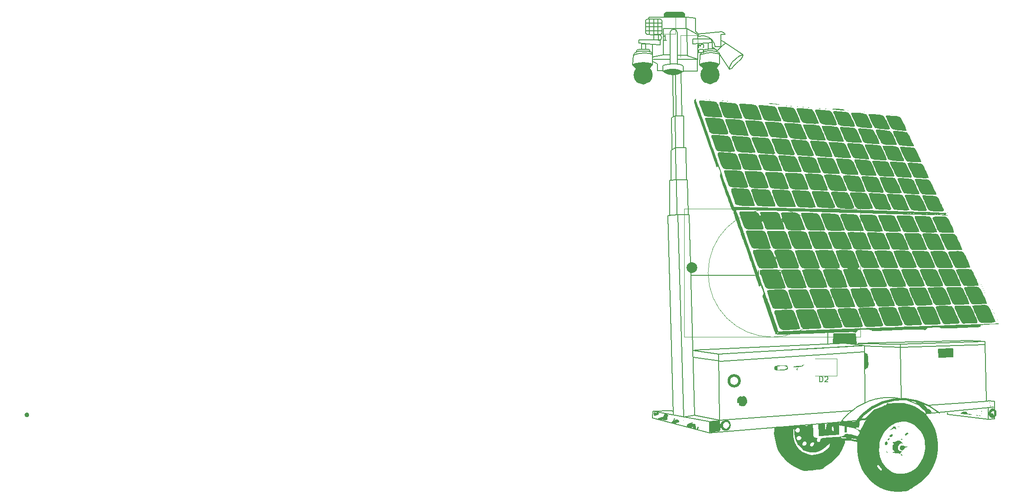
<source format=gbr>
%TF.GenerationSoftware,KiCad,Pcbnew,6.0.2+dfsg-1*%
%TF.CreationDate,2022-10-11T15:46:27-06:00*%
%TF.ProjectId,lvt_sao,6c76745f-7361-46f2-9e6b-696361645f70,rev?*%
%TF.SameCoordinates,Original*%
%TF.FileFunction,Legend,Top*%
%TF.FilePolarity,Positive*%
%FSLAX46Y46*%
G04 Gerber Fmt 4.6, Leading zero omitted, Abs format (unit mm)*
G04 Created by KiCad (PCBNEW 6.0.2+dfsg-1) date 2022-10-11 15:46:27*
%MOMM*%
%LPD*%
G01*
G04 APERTURE LIST*
%ADD10C,0.150000*%
%ADD11C,0.415777*%
%ADD12C,1.808910*%
%ADD13C,0.461881*%
%ADD14C,0.200000*%
%ADD15C,0.010000*%
%ADD16C,0.120000*%
%ADD17C,0.500000*%
%ADD18C,1.500000*%
%ADD19C,2.000000*%
G04 APERTURE END LIST*
D10*
X131267200Y-82600800D02*
X131724400Y-82397600D01*
X156451300Y-135420100D02*
X129501900Y-137172700D01*
X121208800Y-97282000D02*
X123190000Y-97282000D01*
X127406400Y-79146400D02*
X128016000Y-79146400D01*
X122682000Y-83058000D02*
X122682000Y-81991200D01*
X116992400Y-146558000D02*
X116941600Y-147777200D01*
X122580400Y-83058000D02*
G75*
G03*
X118872000Y-82956400I-1960125J-3815448D01*
G01*
X118872000Y-82956400D02*
X118872000Y-81940400D01*
X114401600Y-79248000D02*
X114909600Y-79197200D01*
X116459000Y-79324200D02*
X116840000Y-79502000D01*
X113995200Y-79756000D02*
X113334800Y-79959200D01*
X128574800Y-78384400D02*
X129641600Y-78384400D01*
X128473200Y-77876400D02*
X128574800Y-78384400D01*
X122732800Y-91287600D02*
X122783600Y-97180400D01*
X113182400Y-81788000D02*
X113334800Y-79959200D01*
X121158000Y-91338400D02*
X121259600Y-97180400D01*
X126898400Y-79197200D02*
X127406400Y-79146400D01*
X122478800Y-71932800D02*
X122885200Y-72186800D01*
X114350800Y-77724000D02*
X116941600Y-77927200D01*
X123342400Y-74980800D02*
X123393200Y-80060800D01*
X133756400Y-80264000D02*
X133858000Y-79857600D01*
X132486400Y-80619600D02*
X131826000Y-81229200D01*
X119786400Y-109931200D02*
X120827800Y-147193000D01*
X179679600Y-148082000D02*
X179679600Y-145948400D01*
X121361200Y-81584800D02*
X121869200Y-81686400D01*
X123139200Y-72847200D02*
X123139200Y-74879200D01*
X123748800Y-109778800D02*
X121615200Y-109778800D01*
X123393200Y-80060800D02*
X125374400Y-80772000D01*
X119126000Y-72847200D02*
X119126000Y-72288400D01*
X125374400Y-80772000D02*
X125374400Y-77927200D01*
X125374400Y-76047600D02*
X125374400Y-76809600D01*
X123596400Y-109728000D02*
X123444000Y-103301800D01*
X152044400Y-148590000D02*
X180695600Y-145796000D01*
X125679200Y-81737200D02*
X125831600Y-79908400D01*
X114858800Y-78790800D02*
X114858800Y-77876400D01*
X170350680Y-146742851D02*
G75*
G03*
X154704280Y-148876451I-6864188J-8099554D01*
G01*
X132181600Y-81940400D02*
X132588000Y-81534000D01*
X116941600Y-147777200D02*
X127609600Y-150571200D01*
X126492000Y-79705200D02*
X125831600Y-79908400D01*
X116941600Y-79806800D02*
X116382800Y-79654400D01*
X120396000Y-146431000D02*
X120802400Y-146507200D01*
X124917200Y-73050400D02*
X124968000Y-75488800D01*
X116941600Y-77927200D02*
X116941600Y-79654400D01*
X115417600Y-79552800D02*
X114554000Y-79603600D01*
X125272800Y-76047600D02*
X123342400Y-74980800D01*
X121666000Y-82702400D02*
X122428000Y-83007200D01*
X122428000Y-83007200D02*
X121411701Y-83511314D01*
X121411701Y-83511314D02*
X120091200Y-83515200D01*
X120091200Y-83515200D02*
X119024400Y-83007200D01*
X119024400Y-83007200D02*
X119481600Y-82854800D01*
X119481600Y-82854800D02*
X120243600Y-82651600D01*
X120243600Y-82651600D02*
X120954800Y-82600800D01*
X120954800Y-82600800D02*
X121666000Y-82702400D01*
G36*
X121666000Y-82702400D02*
G01*
X122428000Y-83007200D01*
X121411701Y-83511314D01*
X120091200Y-83515200D01*
X119024400Y-83007200D01*
X119481600Y-82854800D01*
X120243600Y-82651600D01*
X120954800Y-82600800D01*
X121666000Y-82702400D01*
G37*
X121666000Y-82702400D02*
X122428000Y-83007200D01*
X121411701Y-83511314D01*
X120091200Y-83515200D01*
X119024400Y-83007200D01*
X119481600Y-82854800D01*
X120243600Y-82651600D01*
X120954800Y-82600800D01*
X121666000Y-82702400D01*
X116230400Y-73101200D02*
X116230400Y-72847200D01*
X122275600Y-83261200D02*
X122377200Y-91236800D01*
X125323600Y-80822800D02*
X125323600Y-82956400D01*
X127050800Y-78841600D02*
X127711200Y-78790800D01*
X125476000Y-76403200D02*
X126441200Y-76352400D01*
X116840000Y-79502000D02*
X116941600Y-79806800D01*
X124460000Y-76911200D02*
X127863600Y-76911200D01*
X129286000Y-135864600D02*
X129413000Y-148209000D01*
X124460000Y-77876400D02*
X124460000Y-76911200D01*
X179679600Y-148082000D02*
X172008800Y-147116800D01*
X163220400Y-134366000D02*
X163423600Y-144119600D01*
X128879600Y-79603600D02*
X127914400Y-79502000D01*
X116382800Y-79654400D02*
X115417600Y-79552800D01*
X129286000Y-135864600D02*
X124536200Y-135204200D01*
X115620800Y-75844400D02*
X115620800Y-73406000D01*
X121259600Y-97282000D02*
X121310400Y-103225600D01*
X151790400Y-129489200D02*
X155092400Y-130149600D01*
X121640600Y-109778800D02*
X122783600Y-147624800D01*
X123444000Y-103225600D02*
X121412000Y-103225600D01*
X129692400Y-77216000D02*
X130200400Y-77419200D01*
X117856000Y-82854800D02*
X117856000Y-81584800D01*
X114350800Y-77063600D02*
X114350800Y-77724000D01*
X120142000Y-80772000D02*
X117043200Y-80772000D01*
X129413000Y-148209000D02*
X124815600Y-147320000D01*
X154711400Y-148920200D02*
X154711400Y-149656800D01*
X154711400Y-149656800D02*
X151739600Y-149098000D01*
X151739600Y-149098000D02*
X152120600Y-148564600D01*
X152120600Y-148564600D02*
X152165971Y-148358900D01*
X152165971Y-148358900D02*
X154782171Y-148612900D01*
X154782171Y-148612900D02*
X154711400Y-148920200D01*
G36*
X154782171Y-148612900D02*
G01*
X154711400Y-148920200D01*
X154711400Y-149656800D01*
X151739600Y-149098000D01*
X152120600Y-148564600D01*
X152165971Y-148358900D01*
X154782171Y-148612900D01*
G37*
X154782171Y-148612900D02*
X154711400Y-148920200D01*
X154711400Y-149656800D01*
X151739600Y-149098000D01*
X152120600Y-148564600D01*
X152165971Y-148358900D01*
X154782171Y-148612900D01*
X117144800Y-76149200D02*
X115874800Y-76098400D01*
X118922800Y-79908400D02*
X120142000Y-79908400D01*
X132588000Y-81534000D02*
X133400800Y-80721200D01*
X113334800Y-79959200D02*
X113538000Y-79603600D01*
X172008800Y-147116800D02*
X172008800Y-146761200D01*
X121564400Y-79959200D02*
X123342400Y-79959200D01*
X124968000Y-75488800D02*
X125476000Y-75996800D01*
X119786400Y-109931200D02*
X121640600Y-109778800D01*
X129463800Y-137160000D02*
X124485400Y-136448800D01*
X118922800Y-72847200D02*
X123342400Y-72847200D01*
X127609600Y-150571200D02*
X127609600Y-149301200D01*
X131724400Y-82397600D02*
X132181600Y-81940400D01*
X116230400Y-72847200D02*
X118922800Y-72847200D01*
X130454400Y-76098400D02*
X129692400Y-76098400D01*
X116027200Y-79248000D02*
X116459000Y-79324200D01*
X120142000Y-109855000D02*
X120142000Y-103378000D01*
X114909600Y-79197200D02*
X115519200Y-79197200D01*
X131267200Y-82600800D02*
X129540000Y-79857600D01*
X116941600Y-77927200D02*
X118313200Y-78028800D01*
X120472200Y-91643200D02*
X121107200Y-91287600D01*
X168554399Y-146659601D02*
G75*
G03*
X151790400Y-148996400I-7344551J-8610963D01*
G01*
X117957600Y-73202800D02*
X117957600Y-76098400D01*
X122885200Y-72186800D02*
X122885200Y-72847200D01*
X122885200Y-72847200D02*
X119126000Y-72847200D01*
X119126000Y-72847200D02*
X119126000Y-72288400D01*
X119126000Y-72288400D02*
X119430800Y-71932800D01*
X119430800Y-71932800D02*
X122478800Y-71932800D01*
X122478800Y-71932800D02*
X122885200Y-72186800D01*
G36*
X122885200Y-72186800D02*
G01*
X122885200Y-72847200D01*
X119126000Y-72847200D01*
X119126000Y-72288400D01*
X119430800Y-71932800D01*
X122478800Y-71932800D01*
X122885200Y-72186800D01*
G37*
X122885200Y-72186800D02*
X122885200Y-72847200D01*
X119126000Y-72847200D01*
X119126000Y-72288400D01*
X119430800Y-71932800D01*
X122478800Y-71932800D01*
X122885200Y-72186800D01*
X115620800Y-77876400D02*
X115620800Y-78790800D01*
X123190000Y-97282000D02*
X123240800Y-103174800D01*
X120599200Y-81584800D02*
X121361200Y-81584800D01*
X163245800Y-134010400D02*
X155270200Y-133883400D01*
X120472200Y-91643200D02*
X120523000Y-97586800D01*
X118719600Y-73456800D02*
X118719600Y-75844400D01*
X126390400Y-79349600D02*
X126492000Y-78943200D01*
X114554000Y-78892400D02*
X115214400Y-78841600D01*
D11*
X180497088Y-147320000D02*
G75*
G03*
X180497088Y-147320000I-207888J0D01*
G01*
D10*
X130200400Y-77419200D02*
X133858000Y-79857600D01*
X113893600Y-79400400D02*
X114401600Y-79248000D01*
X125323600Y-82956400D02*
X122682000Y-82956400D01*
X170553880Y-146895251D02*
G75*
G03*
X154907480Y-149028851I-6864188J-8099554D01*
G01*
X129895600Y-75590400D02*
X130454400Y-75946000D01*
X120789700Y-91465400D02*
X120751600Y-83718400D01*
X116332000Y-73228200D02*
X116332000Y-76123800D01*
X115646200Y-75387200D02*
X118643400Y-75387200D01*
X117856000Y-81584800D02*
X116992400Y-81178400D01*
X128371600Y-81330800D02*
X129032000Y-81483200D01*
X129032000Y-81483200D02*
X129387600Y-81686400D01*
X129387600Y-81686400D02*
X128930400Y-82296000D01*
X128930400Y-82296000D02*
X126390400Y-82346800D01*
X126390400Y-82346800D02*
X125679200Y-81737200D01*
X125679200Y-81737200D02*
X125831600Y-81635600D01*
X125831600Y-81635600D02*
X126390400Y-81432400D01*
X126390400Y-81432400D02*
X127101600Y-81330800D01*
X127101600Y-81330800D02*
X127660400Y-81280000D01*
X127660400Y-81280000D02*
X128371600Y-81330800D01*
G36*
X128371600Y-81330800D02*
G01*
X129032000Y-81483200D01*
X129387600Y-81686400D01*
X128930400Y-82296000D01*
X126390400Y-82346800D01*
X125679200Y-81737200D01*
X125831600Y-81635600D01*
X126390400Y-81432400D01*
X127101600Y-81330800D01*
X127660400Y-81280000D01*
X128371600Y-81330800D01*
G37*
X128371600Y-81330800D02*
X129032000Y-81483200D01*
X129387600Y-81686400D01*
X128930400Y-82296000D01*
X126390400Y-82346800D01*
X125679200Y-81737200D01*
X125831600Y-81635600D01*
X126390400Y-81432400D01*
X127101600Y-81330800D01*
X127660400Y-81280000D01*
X128371600Y-81330800D01*
X115773200Y-78841600D02*
X116332000Y-78892400D01*
X113995200Y-78994000D02*
X114554000Y-78892400D01*
X129692400Y-76098400D02*
X129692400Y-77216000D01*
X128828800Y-78841600D02*
X128955800Y-79273400D01*
X122275600Y-81788000D02*
X122682000Y-81991200D01*
X128524000Y-79197200D02*
X128955800Y-79273400D01*
X163220400Y-134035800D02*
X163220400Y-134416800D01*
X115874800Y-76098400D02*
X115620800Y-75844400D01*
X128270000Y-78790800D02*
X128828800Y-78841600D01*
X118922800Y-79908400D02*
X116941600Y-80314800D01*
X124815600Y-147320000D02*
X122783600Y-147624800D01*
D12*
X116061345Y-83667600D02*
G75*
G03*
X116061345Y-83667600I-904455J0D01*
G01*
D10*
X118973600Y-83058000D02*
G75*
G03*
X122478800Y-83108800I1789249J2503402D01*
G01*
X118364000Y-73202800D02*
X118719600Y-73456800D01*
X121615200Y-80772000D02*
X125374400Y-80772000D01*
X114350800Y-77063600D02*
X117144800Y-77063600D01*
X126441200Y-76352400D02*
X127355600Y-76555600D01*
X113538000Y-79603600D02*
X113893600Y-79400400D01*
X116941600Y-79806800D02*
X116941600Y-81661000D01*
X156464000Y-134264400D02*
X129286000Y-135864600D01*
X179044600Y-133502400D02*
X179044600Y-133883400D01*
X121513600Y-109728000D02*
X121412000Y-103225600D01*
X114554000Y-79603600D02*
X113995200Y-79756000D01*
X128066800Y-77571600D02*
X124460000Y-77876400D01*
X128625600Y-78816200D02*
X128066800Y-78486000D01*
X123342400Y-74980800D02*
X118922800Y-74980800D01*
X116027200Y-73202800D02*
X118364000Y-73202800D01*
X119126000Y-72288400D02*
X119430800Y-71932800D01*
D12*
X128558145Y-83616800D02*
G75*
G03*
X128558145Y-83616800I-904455J0D01*
G01*
D10*
X126390400Y-79349600D02*
X126898400Y-79197200D01*
X129692400Y-77216000D02*
X129692400Y-78384400D01*
X121259600Y-83616800D02*
X121310400Y-91236800D01*
X128016000Y-79146400D02*
X128524000Y-79197200D01*
X129971800Y-78206600D02*
X130657600Y-77724000D01*
X127711200Y-78790800D02*
X128270000Y-78790800D01*
X179070000Y-134086600D02*
X163271200Y-134620000D01*
X117144800Y-77063600D02*
X117144800Y-76149200D01*
X179298600Y-144551400D02*
X179044600Y-133883400D01*
X115646200Y-74676000D02*
X118643400Y-74676000D01*
X129438400Y-79756000D02*
X129438400Y-81610200D01*
X127304800Y-77774800D02*
X127304800Y-78816200D01*
X152806400Y-129387600D02*
X152806400Y-129692400D01*
X125831600Y-79908400D02*
X126034800Y-79552800D01*
X127609600Y-148463000D02*
X116992400Y-146558000D01*
X179527200Y-144653000D02*
X168427400Y-145389600D01*
X115646200Y-73964800D02*
X118643400Y-73964800D01*
X115519200Y-79197200D02*
X116027200Y-79248000D01*
X155321000Y-133858000D02*
X176199800Y-133324600D01*
X131267200Y-82143600D02*
X131267200Y-82600800D01*
X118872000Y-82854800D02*
X117856000Y-82854800D01*
X127965200Y-77012800D02*
X128473200Y-77876400D01*
X121564400Y-75731251D02*
G75*
G03*
X120192800Y-75711626I-686758J-57131D01*
G01*
X127609600Y-150571200D02*
X152044400Y-148590000D01*
X133400800Y-80721200D02*
X133756400Y-80264000D01*
X170281600Y-146659600D02*
G75*
G03*
X154635200Y-148793200I-6864188J-8099554D01*
G01*
X121564400Y-75731251D02*
X121564400Y-81635600D01*
X173023509Y-134827083D02*
X173074309Y-136351083D01*
X173074309Y-136351083D02*
X170381909Y-136452683D01*
X170381909Y-136452683D02*
X170331109Y-134928683D01*
X170331109Y-134928683D02*
X173023509Y-134827083D01*
G36*
X173074309Y-136351083D02*
G01*
X170381909Y-136452683D01*
X170331109Y-134928683D01*
X173023509Y-134827083D01*
X173074309Y-136351083D01*
G37*
X173074309Y-136351083D02*
X170381909Y-136452683D01*
X170331109Y-134928683D01*
X173023509Y-134827083D01*
X173074309Y-136351083D01*
X115620800Y-73406000D02*
X116027200Y-73202800D01*
X127863600Y-76911200D02*
X128066800Y-77571600D01*
X131826000Y-81229200D02*
X131267200Y-82143600D01*
X114858800Y-77876400D02*
X115620800Y-77876400D01*
X123342400Y-72847200D02*
X124917200Y-73050400D01*
X128066800Y-78740000D02*
X128066800Y-77673200D01*
X180848000Y-144627600D02*
X180848000Y-147929600D01*
X118313200Y-77063600D02*
X117094000Y-77063600D01*
X163245800Y-134010400D02*
X179044600Y-133502400D01*
X120345200Y-103327200D02*
X120345200Y-97739200D01*
X152806400Y-133807200D02*
X156489400Y-134239000D01*
X156514800Y-134340600D02*
X163220400Y-134594600D01*
X129438400Y-78689200D02*
X129971800Y-78206600D01*
X118313200Y-78028800D02*
X118313200Y-77063600D01*
X118872000Y-81940400D02*
X119278400Y-81788000D01*
D13*
X230940Y-147218400D02*
G75*
G03*
X230940Y-147218400I-230940J0D01*
G01*
D10*
X121412000Y-103225600D02*
X120142000Y-103378000D01*
X170452280Y-146844451D02*
G75*
G03*
X154805880Y-148978051I-6864188J-8099554D01*
G01*
X136017000Y-121158000D02*
X124129800Y-121158000D01*
X120192800Y-75711626D02*
X120192800Y-81565175D01*
X178993800Y-133451600D02*
X176199800Y-133324600D01*
X125476000Y-75996800D02*
X125476000Y-76403200D01*
X129413000Y-148209000D02*
X154127200Y-146405600D01*
X180848000Y-144627600D02*
X179578000Y-144576800D01*
X127050800Y-79552800D02*
X126492000Y-79705200D01*
X156616400Y-144830800D02*
X156489400Y-134239000D01*
X115214400Y-78841600D02*
X115773200Y-78841600D01*
X129336800Y-79451200D02*
X129438400Y-79756000D01*
X126034800Y-79552800D02*
X126390400Y-79349600D01*
X129032000Y-79095600D02*
X129438400Y-78689200D01*
X116992400Y-146558000D02*
X120396000Y-146431000D01*
X129438400Y-79756000D02*
X128879600Y-79603600D01*
X116332000Y-78892400D02*
X116459000Y-79324200D01*
X115874800Y-81381600D02*
X116535200Y-81534000D01*
X116535200Y-81534000D02*
X116890800Y-81737200D01*
X116890800Y-81737200D02*
X116433600Y-82346800D01*
X116433600Y-82346800D02*
X113893600Y-82397600D01*
X113893600Y-82397600D02*
X113182400Y-81788000D01*
X113182400Y-81788000D02*
X113334800Y-81686400D01*
X113334800Y-81686400D02*
X113893600Y-81483200D01*
X113893600Y-81483200D02*
X114604800Y-81381600D01*
X114604800Y-81381600D02*
X115163600Y-81330800D01*
X115163600Y-81330800D02*
X115874800Y-81381600D01*
G36*
X115874800Y-81381600D02*
G01*
X116535200Y-81534000D01*
X116890800Y-81737200D01*
X116433600Y-82346800D01*
X113893600Y-82397600D01*
X113182400Y-81788000D01*
X113334800Y-81686400D01*
X113893600Y-81483200D01*
X114604800Y-81381600D01*
X115163600Y-81330800D01*
X115874800Y-81381600D01*
G37*
X115874800Y-81381600D02*
X116535200Y-81534000D01*
X116890800Y-81737200D01*
X116433600Y-82346800D01*
X113893600Y-82397600D01*
X113182400Y-81788000D01*
X113334800Y-81686400D01*
X113893600Y-81483200D01*
X114604800Y-81381600D01*
X115163600Y-81330800D01*
X115874800Y-81381600D01*
X126492000Y-78943200D02*
X127050800Y-78841600D01*
X119278400Y-81788000D02*
X119989600Y-81635600D01*
X127914400Y-79502000D02*
X127050800Y-79552800D01*
X128955800Y-79273400D02*
X129336800Y-79451200D01*
X121869200Y-81686400D02*
X122275600Y-81788000D01*
X121107200Y-91287600D02*
X122732800Y-91287600D01*
X113893600Y-79400400D02*
X113995200Y-78994000D01*
X133858000Y-79857600D02*
X133096000Y-80162400D01*
X118922800Y-74980800D02*
X118922800Y-79908400D01*
X122885200Y-72186800D02*
X122885200Y-72847200D01*
X119430800Y-71932800D02*
X122478800Y-71932800D01*
X117144800Y-73228200D02*
X117144800Y-76123800D01*
X154990800Y-134010400D02*
X152704800Y-133756400D01*
X152704800Y-133756400D02*
X150723600Y-133934200D01*
X150723600Y-133934200D02*
X150733797Y-132036600D01*
X150733797Y-132036600D02*
X154848597Y-132054600D01*
X154848597Y-132054600D02*
X154990800Y-134010400D01*
G36*
X154848597Y-132054600D02*
G01*
X154990800Y-134010400D01*
X152704800Y-133756400D01*
X150723600Y-133934200D01*
X150733797Y-132036600D01*
X154848597Y-132054600D01*
G37*
X154848597Y-132054600D02*
X154990800Y-134010400D01*
X152704800Y-133756400D01*
X150723600Y-133934200D01*
X150733797Y-132036600D01*
X154848597Y-132054600D01*
X125476000Y-75996800D02*
X129895600Y-75590400D01*
X118719600Y-75844400D02*
X118364000Y-76149200D01*
X120345200Y-97739200D02*
X121208800Y-97282000D01*
X149656800Y-133908800D02*
X149656800Y-131826000D01*
X118364000Y-76149200D02*
X117144800Y-76149200D01*
X133096000Y-80162400D02*
X132486400Y-80619600D01*
X119989600Y-81635600D02*
X120599200Y-81584800D01*
X180848000Y-147929600D02*
X179679600Y-148082000D01*
X127355600Y-76555600D02*
X127965200Y-77012800D01*
X124739400Y-135128000D02*
X152806400Y-133807200D01*
X123748800Y-109778800D02*
X124815600Y-147320000D01*
X130454400Y-75946000D02*
X130454400Y-76098400D01*
D14*
%TO.C,U2*%
X138691812Y-117730451D02*
X138691812Y-118378070D01*
X138729907Y-118454261D01*
X138768002Y-118492356D01*
X138844193Y-118530451D01*
X138996574Y-118530451D01*
X139072764Y-118492356D01*
X139110859Y-118454261D01*
X139148955Y-118378070D01*
X139148955Y-117730451D01*
X139491812Y-117806642D02*
X139529907Y-117768547D01*
X139606097Y-117730451D01*
X139796574Y-117730451D01*
X139872764Y-117768547D01*
X139910859Y-117806642D01*
X139948955Y-117882832D01*
X139948955Y-117959023D01*
X139910859Y-118073308D01*
X139453716Y-118530451D01*
X139948955Y-118530451D01*
X136253716Y-121030451D02*
X136253716Y-120230451D01*
X136253716Y-120611404D02*
X136710859Y-120611404D01*
X136710859Y-121030451D02*
X136710859Y-120230451D01*
X137548955Y-120954261D02*
X137510859Y-120992356D01*
X137396574Y-121030451D01*
X137320383Y-121030451D01*
X137206097Y-120992356D01*
X137129907Y-120916166D01*
X137091812Y-120839975D01*
X137053716Y-120687594D01*
X137053716Y-120573308D01*
X137091812Y-120420927D01*
X137129907Y-120344737D01*
X137206097Y-120268547D01*
X137320383Y-120230451D01*
X137396574Y-120230451D01*
X137510859Y-120268547D01*
X137548955Y-120306642D01*
X137891812Y-120725689D02*
X138501336Y-120725689D01*
X138844193Y-120992356D02*
X138958478Y-121030451D01*
X139148955Y-121030451D01*
X139225145Y-120992356D01*
X139263240Y-120954261D01*
X139301336Y-120878070D01*
X139301336Y-120801880D01*
X139263240Y-120725689D01*
X139225145Y-120687594D01*
X139148955Y-120649499D01*
X138996574Y-120611404D01*
X138920383Y-120573308D01*
X138882288Y-120535213D01*
X138844193Y-120459023D01*
X138844193Y-120382832D01*
X138882288Y-120306642D01*
X138920383Y-120268547D01*
X138996574Y-120230451D01*
X139187050Y-120230451D01*
X139301336Y-120268547D01*
X140101336Y-121030451D02*
X139834669Y-120649499D01*
X139644193Y-121030451D02*
X139644193Y-120230451D01*
X139948955Y-120230451D01*
X140025145Y-120268547D01*
X140063240Y-120306642D01*
X140101336Y-120382832D01*
X140101336Y-120497118D01*
X140063240Y-120573308D01*
X140025145Y-120611404D01*
X139948955Y-120649499D01*
X139644193Y-120649499D01*
X140825145Y-120230451D02*
X140444193Y-120230451D01*
X140406097Y-120611404D01*
X140444193Y-120573308D01*
X140520383Y-120535213D01*
X140710859Y-120535213D01*
X140787050Y-120573308D01*
X140825145Y-120611404D01*
X140863240Y-120687594D01*
X140863240Y-120878070D01*
X140825145Y-120954261D01*
X140787050Y-120992356D01*
X140710859Y-121030451D01*
X140520383Y-121030451D01*
X140444193Y-120992356D01*
X140406097Y-120954261D01*
X141358478Y-120230451D02*
X141434669Y-120230451D01*
X141510859Y-120268547D01*
X141548955Y-120306642D01*
X141587050Y-120382832D01*
X141625145Y-120535213D01*
X141625145Y-120725689D01*
X141587050Y-120878070D01*
X141548955Y-120954261D01*
X141510859Y-120992356D01*
X141434669Y-121030451D01*
X141358478Y-121030451D01*
X141282288Y-120992356D01*
X141244193Y-120954261D01*
X141206097Y-120878070D01*
X141168002Y-120725689D01*
X141168002Y-120535213D01*
X141206097Y-120382832D01*
X141244193Y-120306642D01*
X141282288Y-120268547D01*
X141358478Y-120230451D01*
X142387050Y-121030451D02*
X141929907Y-121030451D01*
X142158478Y-121030451D02*
X142158478Y-120230451D01*
X142082288Y-120344737D01*
X142006097Y-120420927D01*
X141929907Y-120459023D01*
D10*
%TO.C,D1*%
X118024760Y-77170253D02*
X118024760Y-76170253D01*
X118262856Y-76170253D01*
X118405713Y-76217873D01*
X118500951Y-76313111D01*
X118548570Y-76408349D01*
X118596189Y-76598825D01*
X118596189Y-76741682D01*
X118548570Y-76932158D01*
X118500951Y-77027396D01*
X118405713Y-77122634D01*
X118262856Y-77170253D01*
X118024760Y-77170253D01*
X119548570Y-77170253D02*
X118977141Y-77170253D01*
X119262856Y-77170253D02*
X119262856Y-76170253D01*
X119167617Y-76313111D01*
X119072379Y-76408349D01*
X118977141Y-76455968D01*
%TO.C,D3*%
X126504024Y-79438520D02*
X125504024Y-79438520D01*
X125504024Y-79200425D01*
X125551644Y-79057567D01*
X125646882Y-78962329D01*
X125742120Y-78914710D01*
X125932596Y-78867091D01*
X126075453Y-78867091D01*
X126265929Y-78914710D01*
X126361167Y-78962329D01*
X126456405Y-79057567D01*
X126504024Y-79200425D01*
X126504024Y-79438520D01*
X125504024Y-78533758D02*
X125504024Y-77914710D01*
X125884977Y-78248044D01*
X125884977Y-78105186D01*
X125932596Y-78009948D01*
X125980215Y-77962329D01*
X126075453Y-77914710D01*
X126313548Y-77914710D01*
X126408786Y-77962329D01*
X126456405Y-78009948D01*
X126504024Y-78105186D01*
X126504024Y-78390901D01*
X126456405Y-78486139D01*
X126408786Y-78533758D01*
%TO.C,D2*%
X148182119Y-141047348D02*
X148182119Y-140047348D01*
X148420215Y-140047348D01*
X148563072Y-140094968D01*
X148658310Y-140190206D01*
X148705929Y-140285444D01*
X148753548Y-140475920D01*
X148753548Y-140618777D01*
X148705929Y-140809253D01*
X148658310Y-140904491D01*
X148563072Y-140999729D01*
X148420215Y-141047348D01*
X148182119Y-141047348D01*
X149134500Y-140142587D02*
X149182119Y-140094968D01*
X149277357Y-140047348D01*
X149515453Y-140047348D01*
X149610691Y-140094968D01*
X149658310Y-140142587D01*
X149705929Y-140237825D01*
X149705929Y-140333063D01*
X149658310Y-140475920D01*
X149086881Y-141047348D01*
X149705929Y-141047348D01*
D15*
%TO.C,U2*%
X151301336Y-120668547D02*
G75*
G03*
X151301336Y-120668547I-12000000J0D01*
G01*
X155801336Y-132668547D02*
X122801336Y-132668547D01*
X122801336Y-132668547D02*
X122801336Y-108668547D01*
X155801336Y-108668547D02*
X155801336Y-132668547D01*
X122801336Y-108668547D02*
X155801336Y-108668547D01*
D16*
%TO.C,D1*%
X121222856Y-76022873D02*
X121222856Y-72852873D01*
X117162856Y-76022873D02*
X121222856Y-76022873D01*
X121222856Y-72852873D02*
X117162856Y-72852873D01*
%TO.C,G\u002A\u002A\u002A*%
G36*
X153816479Y-127256766D02*
G01*
X154245652Y-127278116D01*
X154598730Y-127312669D01*
X154840307Y-127360517D01*
X154912579Y-127392365D01*
X155002883Y-127513156D01*
X155136890Y-127764282D01*
X155301515Y-128113547D01*
X155483674Y-128528756D01*
X155670282Y-128977711D01*
X155848255Y-129428216D01*
X156004508Y-129848076D01*
X156125957Y-130205093D01*
X156199517Y-130467071D01*
X156214012Y-130594725D01*
X156154767Y-130684500D01*
X156004782Y-130753783D01*
X155747863Y-130804743D01*
X155367818Y-130839548D01*
X154848452Y-130860368D01*
X154173573Y-130869371D01*
X154162933Y-130869423D01*
X153675732Y-130868557D01*
X153329857Y-130858275D01*
X153094539Y-130835304D01*
X152939009Y-130796373D01*
X152832500Y-130738207D01*
X152817201Y-130726288D01*
X152717751Y-130589628D01*
X152573848Y-130315249D01*
X152397306Y-129928188D01*
X152199941Y-129453478D01*
X152117148Y-129242949D01*
X151900655Y-128683332D01*
X151739958Y-128262369D01*
X151629162Y-127957940D01*
X151562369Y-127747926D01*
X151533686Y-127610206D01*
X151537215Y-127522661D01*
X151567062Y-127463171D01*
X151617330Y-127409616D01*
X151626160Y-127400835D01*
X151768385Y-127344879D01*
X152046949Y-127301579D01*
X152426446Y-127271026D01*
X152871470Y-127253313D01*
X153346616Y-127248529D01*
X153816479Y-127256766D01*
G37*
G36*
X137532376Y-98519410D02*
G01*
X138011537Y-98537249D01*
X138213880Y-98545805D01*
X138767797Y-98572335D01*
X139178457Y-98599917D01*
X139474782Y-98632461D01*
X139685694Y-98673878D01*
X139840115Y-98728079D01*
X139934628Y-98778475D01*
X140115901Y-98911554D01*
X140210518Y-99024909D01*
X140214458Y-99042998D01*
X140245378Y-99152300D01*
X140330481Y-99390213D01*
X140458281Y-99726159D01*
X140617295Y-100129559D01*
X140695460Y-100323680D01*
X140860810Y-100746217D01*
X140993985Y-101114840D01*
X141084895Y-101399263D01*
X141123449Y-101569199D01*
X141120887Y-101600484D01*
X141012397Y-101638049D01*
X140760126Y-101662347D01*
X140391992Y-101673270D01*
X139935915Y-101670709D01*
X139419813Y-101654556D01*
X138871606Y-101624702D01*
X138664628Y-101610041D01*
X138299995Y-101566144D01*
X138001500Y-101499764D01*
X137831027Y-101428121D01*
X137732353Y-101300969D01*
X137595688Y-101048791D01*
X137434586Y-100705689D01*
X137262599Y-100305765D01*
X137093279Y-99883122D01*
X136940179Y-99471861D01*
X136816853Y-99106086D01*
X136736853Y-98819898D01*
X136713730Y-98647400D01*
X136717930Y-98627270D01*
X136752735Y-98574917D01*
X136826753Y-98539306D01*
X136964813Y-98519087D01*
X137191745Y-98512905D01*
X137532376Y-98519410D01*
G37*
G36*
X160462520Y-116506521D02*
G01*
X160934254Y-116528483D01*
X161273969Y-116568920D01*
X161501540Y-116630968D01*
X161636842Y-116717766D01*
X161685799Y-116791391D01*
X162025752Y-117585994D01*
X162308115Y-118263563D01*
X162529880Y-118816383D01*
X162688040Y-119236734D01*
X162779587Y-119516898D01*
X162801514Y-119649158D01*
X162800611Y-119652064D01*
X162750397Y-119697800D01*
X162625611Y-119730636D01*
X162404288Y-119752309D01*
X162064466Y-119764559D01*
X161584181Y-119769124D01*
X161321687Y-119769144D01*
X160806727Y-119762991D01*
X160360972Y-119747614D01*
X160013453Y-119724681D01*
X159793202Y-119695856D01*
X159737016Y-119678203D01*
X159628555Y-119579526D01*
X159500255Y-119390719D01*
X159343988Y-119095748D01*
X159151624Y-118678578D01*
X158915036Y-118123173D01*
X158771287Y-117773063D01*
X158619029Y-117379285D01*
X158500746Y-117035398D01*
X158427485Y-116776463D01*
X158410293Y-116637542D01*
X158411838Y-116632216D01*
X158455260Y-116581581D01*
X158556728Y-116545391D01*
X158740513Y-116521394D01*
X159030885Y-116507340D01*
X159452115Y-116500979D01*
X159838891Y-116499898D01*
X160462520Y-116506521D01*
G37*
G36*
X172072085Y-109396508D02*
G01*
X172029034Y-109439559D01*
X171985984Y-109396508D01*
X172029034Y-109353457D01*
X172072085Y-109396508D01*
G37*
G36*
X133125419Y-135557073D02*
G01*
X133113599Y-135608260D01*
X133068017Y-135614474D01*
X132997146Y-135582971D01*
X133010616Y-135557073D01*
X133112799Y-135546768D01*
X133125419Y-135557073D01*
G37*
G36*
X126954797Y-88215491D02*
G01*
X126911746Y-88258542D01*
X126868695Y-88215491D01*
X126911746Y-88172440D01*
X126954797Y-88215491D01*
G37*
G36*
X158041067Y-90983691D02*
G01*
X158446805Y-91010582D01*
X158872370Y-91049558D01*
X159280144Y-91097267D01*
X159632507Y-91150360D01*
X159891839Y-91205485D01*
X160006394Y-91248391D01*
X160108215Y-91363094D01*
X160257300Y-91594815D01*
X160437487Y-91911048D01*
X160632612Y-92279286D01*
X160826512Y-92667023D01*
X161003023Y-93041753D01*
X161145983Y-93370970D01*
X161239227Y-93622168D01*
X161266593Y-93762839D01*
X161262689Y-93774930D01*
X161158030Y-93820831D01*
X160912093Y-93839916D01*
X160517010Y-93832116D01*
X159964915Y-93797362D01*
X159511439Y-93759692D01*
X159103337Y-93710864D01*
X158763921Y-93646431D01*
X158538544Y-93575556D01*
X158501970Y-93555753D01*
X158402021Y-93440655D01*
X158253370Y-93213057D01*
X158079663Y-92916389D01*
X157904543Y-92594080D01*
X157751654Y-92289561D01*
X157644639Y-92046261D01*
X157607000Y-91911834D01*
X157573446Y-91818132D01*
X157487765Y-91621783D01*
X157422841Y-91481153D01*
X157318800Y-91210393D01*
X157302809Y-91039277D01*
X157319018Y-91009033D01*
X157439554Y-90979566D01*
X157692776Y-90972236D01*
X158041067Y-90983691D01*
G37*
G36*
X148764554Y-99128864D02*
G01*
X149204468Y-99143171D01*
X149641402Y-99165255D01*
X150040436Y-99193819D01*
X150366654Y-99227568D01*
X150585135Y-99265206D01*
X150643998Y-99285572D01*
X150781858Y-99413532D01*
X150933107Y-99630052D01*
X150978226Y-99712137D01*
X151134286Y-100037685D01*
X151303425Y-100422579D01*
X151472671Y-100833029D01*
X151629055Y-101235245D01*
X151759608Y-101595438D01*
X151851358Y-101879818D01*
X151891336Y-102054594D01*
X151889724Y-102086798D01*
X151864452Y-102130753D01*
X151812675Y-102162154D01*
X151712447Y-102181458D01*
X151541819Y-102189124D01*
X151278847Y-102185609D01*
X150901583Y-102171371D01*
X150388080Y-102146867D01*
X149987000Y-102126481D01*
X149504838Y-102093384D01*
X149165419Y-102048584D01*
X148939413Y-101987067D01*
X148829008Y-101928596D01*
X148728626Y-101803258D01*
X148588851Y-101556880D01*
X148423485Y-101222347D01*
X148246330Y-100832542D01*
X148071185Y-100420350D01*
X147911854Y-100018655D01*
X147782137Y-99660341D01*
X147695835Y-99378291D01*
X147666751Y-99205391D01*
X147673464Y-99175320D01*
X147776115Y-99145561D01*
X148015459Y-99128763D01*
X148356578Y-99123629D01*
X148764554Y-99128864D01*
G37*
G36*
X122735814Y-148228373D02*
G01*
X122692763Y-148271423D01*
X122649712Y-148228373D01*
X122692763Y-148185322D01*
X122735814Y-148228373D01*
G37*
G36*
X163926975Y-116502375D02*
G01*
X164363328Y-116519221D01*
X164684256Y-116564559D01*
X164918145Y-116652512D01*
X165093384Y-116797201D01*
X165238361Y-117012751D01*
X165381465Y-117313284D01*
X165488887Y-117565548D01*
X165666840Y-117984223D01*
X165854076Y-118418592D01*
X166018571Y-118794541D01*
X166065668Y-118900442D01*
X166194508Y-119191006D01*
X166270659Y-119404237D01*
X166276223Y-119552515D01*
X166193306Y-119648222D01*
X166004012Y-119703740D01*
X165690446Y-119731450D01*
X165234712Y-119743733D01*
X164838444Y-119749534D01*
X164301468Y-119755403D01*
X163908838Y-119753366D01*
X163632790Y-119741169D01*
X163445560Y-119716560D01*
X163319382Y-119677285D01*
X163226494Y-119621091D01*
X163223057Y-119618443D01*
X163120671Y-119486122D01*
X162976406Y-119230088D01*
X162804141Y-118882932D01*
X162617752Y-118477246D01*
X162431115Y-118045620D01*
X162258107Y-117620647D01*
X162112605Y-117234916D01*
X162008485Y-116921020D01*
X161959624Y-116711549D01*
X161960873Y-116654025D01*
X161993907Y-116595243D01*
X162066874Y-116553526D01*
X162205581Y-116526005D01*
X162435835Y-116509810D01*
X162783442Y-116502070D01*
X163274208Y-116499917D01*
X163346806Y-116499898D01*
X163926975Y-116502375D01*
G37*
G36*
X156310751Y-134250298D02*
G01*
X156358960Y-134275607D01*
X156315475Y-134314051D01*
X156183193Y-134345718D01*
X155916808Y-134379513D01*
X155554310Y-134411502D01*
X155133693Y-134437748D01*
X155110051Y-134438926D01*
X154787482Y-134455584D01*
X154318020Y-134480948D01*
X153726683Y-134513614D01*
X153038484Y-134552177D01*
X152278438Y-134595231D01*
X151471561Y-134641372D01*
X150642867Y-134689196D01*
X150331407Y-134707287D01*
X148457887Y-134815485D01*
X146724741Y-134913876D01*
X145134590Y-135002334D01*
X143690059Y-135080733D01*
X142393770Y-135148949D01*
X141248348Y-135206855D01*
X140256414Y-135254326D01*
X139420592Y-135291236D01*
X138743506Y-135317460D01*
X138227778Y-135332873D01*
X137876032Y-135337348D01*
X137690890Y-135330760D01*
X137674458Y-135313159D01*
X137782073Y-135300602D01*
X138035986Y-135281677D01*
X138410476Y-135257969D01*
X138879821Y-135231063D01*
X139418300Y-135202541D01*
X139697848Y-135188542D01*
X141100414Y-135117661D01*
X142645531Y-135035987D01*
X144303995Y-134945136D01*
X146046603Y-134846729D01*
X147844150Y-134742382D01*
X149169034Y-134663702D01*
X149896259Y-134620252D01*
X150612327Y-134577744D01*
X151287401Y-134537929D01*
X151891648Y-134502558D01*
X152395232Y-134473381D01*
X152768319Y-134452149D01*
X152871407Y-134446434D01*
X153347622Y-134418369D01*
X153913198Y-134382032D01*
X154485834Y-134342831D01*
X154842724Y-134316889D01*
X155430247Y-134275011D01*
X155861013Y-134249972D01*
X156149642Y-134241744D01*
X156310751Y-134250298D01*
G37*
G36*
X162773102Y-149433796D02*
G01*
X162730051Y-149476847D01*
X162687000Y-149433796D01*
X162730051Y-149390745D01*
X162773102Y-149433796D01*
G37*
G36*
X160056612Y-102758372D02*
G01*
X160337782Y-102770965D01*
X160944591Y-102803284D01*
X161403644Y-102834555D01*
X161739312Y-102868762D01*
X161975969Y-102909883D01*
X162137987Y-102961902D01*
X162249740Y-103028799D01*
X162318215Y-103094454D01*
X162422318Y-103250511D01*
X162567427Y-103519765D01*
X162738122Y-103867397D01*
X162918983Y-104258584D01*
X163094589Y-104658508D01*
X163249520Y-105032348D01*
X163368354Y-105345282D01*
X163435672Y-105562491D01*
X163444271Y-105637158D01*
X163403899Y-105708562D01*
X163294095Y-105752803D01*
X163081867Y-105776363D01*
X162734220Y-105785728D01*
X162686032Y-105786172D01*
X162244065Y-105785034D01*
X161772296Y-105776438D01*
X161368854Y-105762212D01*
X161349580Y-105761251D01*
X160982281Y-105729009D01*
X160734692Y-105668302D01*
X160554935Y-105565221D01*
X160524589Y-105540062D01*
X160414480Y-105395707D01*
X160265298Y-105133839D01*
X160091718Y-104788310D01*
X159908418Y-104392968D01*
X159730074Y-103981662D01*
X159571362Y-103588243D01*
X159446959Y-103246558D01*
X159371540Y-102990457D01*
X159359783Y-102853791D01*
X159359826Y-102853679D01*
X159408553Y-102796742D01*
X159521103Y-102763554D01*
X159727211Y-102751603D01*
X160056612Y-102758372D01*
G37*
G36*
X154335136Y-149519898D02*
G01*
X154292085Y-149562949D01*
X154249034Y-149519898D01*
X154292085Y-149476847D01*
X154335136Y-149519898D01*
G37*
G36*
X177474812Y-123235859D02*
G01*
X177810621Y-123310480D01*
X178056899Y-123463389D01*
X178253472Y-123717667D01*
X178410031Y-124028080D01*
X178553653Y-124345076D01*
X178739230Y-124749810D01*
X178935471Y-125174171D01*
X179017406Y-125350143D01*
X179210096Y-125775102D01*
X179328812Y-126072183D01*
X179380463Y-126265535D01*
X179371957Y-126379307D01*
X179326153Y-126429449D01*
X179221302Y-126446799D01*
X178976745Y-126468754D01*
X178624836Y-126492933D01*
X178197931Y-126516958D01*
X178013102Y-126526007D01*
X177514119Y-126547140D01*
X177156491Y-126554923D01*
X176909752Y-126547490D01*
X176743439Y-126522978D01*
X176627086Y-126479522D01*
X176559340Y-126437040D01*
X176432970Y-126294924D01*
X176267541Y-126038691D01*
X176090616Y-125713019D01*
X176011537Y-125549123D01*
X175815195Y-125124696D01*
X175603150Y-124666327D01*
X175414973Y-124259557D01*
X175380127Y-124184235D01*
X175249494Y-123876537D01*
X175162020Y-123620303D01*
X175132791Y-123461363D01*
X175136088Y-123442867D01*
X175249194Y-123368433D01*
X175513678Y-123306090D01*
X175908981Y-123258320D01*
X176414546Y-123227610D01*
X177009648Y-123216442D01*
X177474812Y-123235859D01*
G37*
G36*
X166515507Y-116526359D02*
G01*
X166899577Y-116543300D01*
X167484814Y-116576222D01*
X167921639Y-116616906D01*
X168233840Y-116672069D01*
X168445206Y-116748425D01*
X168579525Y-116852689D01*
X168660585Y-116991576D01*
X168679572Y-117045736D01*
X168747862Y-117229792D01*
X168858381Y-117495832D01*
X168931593Y-117662271D01*
X169194161Y-118247455D01*
X169392910Y-118696378D01*
X169535637Y-119029382D01*
X169630143Y-119266810D01*
X169684224Y-119429004D01*
X169705679Y-119536309D01*
X169702307Y-119609065D01*
X169691565Y-119644720D01*
X169645317Y-119693674D01*
X169534284Y-119728677D01*
X169334837Y-119751837D01*
X169023345Y-119765262D01*
X168576181Y-119771060D01*
X168267776Y-119771762D01*
X166892737Y-119771762D01*
X166658398Y-119534983D01*
X166538833Y-119367557D01*
X166373329Y-119070542D01*
X166177767Y-118675074D01*
X165968028Y-118212288D01*
X165885926Y-118020537D01*
X165681361Y-117527432D01*
X165540982Y-117167557D01*
X165457629Y-116917419D01*
X165424139Y-116753519D01*
X165433351Y-116652363D01*
X165456555Y-116611820D01*
X165520447Y-116562100D01*
X165631910Y-116529946D01*
X165817322Y-116514106D01*
X166103061Y-116513328D01*
X166515507Y-116526359D01*
G37*
G36*
X157693102Y-90712440D02*
G01*
X157650051Y-90755491D01*
X157607000Y-90712440D01*
X157650051Y-90669389D01*
X157693102Y-90712440D01*
G37*
G36*
X145021950Y-98904132D02*
G01*
X145563745Y-98933225D01*
X145587568Y-98934655D01*
X146181345Y-98975890D01*
X146627065Y-99022882D01*
X146948868Y-99082706D01*
X147170896Y-99162433D01*
X147317290Y-99269137D01*
X147412190Y-99409892D01*
X147441324Y-99477791D01*
X147516004Y-99657015D01*
X147634433Y-99926141D01*
X147738837Y-100156584D01*
X147856308Y-100420468D01*
X147937654Y-100618547D01*
X147963611Y-100700237D01*
X147996850Y-100801441D01*
X148083239Y-101009907D01*
X148182962Y-101233873D01*
X148327532Y-101573021D01*
X148376265Y-101792628D01*
X148311180Y-101919090D01*
X148114297Y-101978809D01*
X147767633Y-101998181D01*
X147661302Y-101999747D01*
X147229459Y-101997167D01*
X146726336Y-101982971D01*
X146252241Y-101960114D01*
X146198526Y-101956696D01*
X145786353Y-101916132D01*
X145455432Y-101857441D01*
X145248384Y-101788466D01*
X145232372Y-101778877D01*
X145123505Y-101649914D01*
X144980580Y-101400682D01*
X144816393Y-101063491D01*
X144643737Y-100670653D01*
X144475409Y-100254481D01*
X144324203Y-99847285D01*
X144202914Y-99481378D01*
X144124337Y-99189070D01*
X144101267Y-99002675D01*
X144115466Y-98958321D01*
X144197494Y-98918474D01*
X144361080Y-98896398D01*
X144628480Y-98891737D01*
X145021950Y-98904132D01*
G37*
G36*
X178414532Y-146441762D02*
G01*
X178425905Y-146618042D01*
X178414532Y-146657017D01*
X178383106Y-146667833D01*
X178371104Y-146549389D01*
X178384635Y-146427157D01*
X178414532Y-146441762D01*
G37*
G36*
X161744774Y-150838821D02*
G01*
X161794430Y-150896439D01*
X161791054Y-151094896D01*
X161669560Y-151273368D01*
X161478323Y-151367885D01*
X161435497Y-151371084D01*
X161271592Y-151332768D01*
X161223457Y-151190344D01*
X161223272Y-151174707D01*
X161283880Y-151022563D01*
X161428353Y-150897669D01*
X161600661Y-150827323D01*
X161744774Y-150838821D01*
G37*
G36*
X178013102Y-122053457D02*
G01*
X177970051Y-122096508D01*
X177927000Y-122053457D01*
X177970051Y-122010406D01*
X178013102Y-122053457D01*
G37*
G36*
X160814289Y-90956773D02*
G01*
X160825105Y-90988199D01*
X160706661Y-91000201D01*
X160584429Y-90986670D01*
X160599034Y-90956773D01*
X160775314Y-90945401D01*
X160814289Y-90956773D01*
G37*
G36*
X136348365Y-104983911D02*
G01*
X136921419Y-105002362D01*
X137100908Y-105009720D01*
X137658571Y-105036274D01*
X138069757Y-105064029D01*
X138360179Y-105096291D01*
X138555550Y-105136370D01*
X138681584Y-105187573D01*
X138727360Y-105218967D01*
X138824763Y-105354052D01*
X138961626Y-105617436D01*
X139124024Y-105973724D01*
X139298034Y-106387522D01*
X139469730Y-106823433D01*
X139625189Y-107246063D01*
X139750486Y-107620016D01*
X139831697Y-107909898D01*
X139854898Y-108080313D01*
X139854446Y-108083975D01*
X139822219Y-108192098D01*
X139736495Y-108251259D01*
X139554991Y-108277007D01*
X139310390Y-108284020D01*
X139014530Y-108282583D01*
X138603740Y-108273493D01*
X138135048Y-108258292D01*
X137717509Y-108240969D01*
X137157996Y-108204665D01*
X136751073Y-108155183D01*
X136505013Y-108093644D01*
X136460384Y-108070787D01*
X136345824Y-107926324D01*
X136190116Y-107617544D01*
X135992842Y-107143538D01*
X135791082Y-106607058D01*
X135627974Y-106152246D01*
X135488229Y-105750734D01*
X135381691Y-105431771D01*
X135318203Y-105224606D01*
X135304647Y-105161802D01*
X135334920Y-105084751D01*
X135435108Y-105030072D01*
X135624531Y-104996130D01*
X135922509Y-104981288D01*
X136348365Y-104983911D01*
G37*
G36*
X170722653Y-116587373D02*
G01*
X171089296Y-116593966D01*
X171342908Y-116609487D01*
X171513071Y-116637644D01*
X171629367Y-116682146D01*
X171721379Y-116746700D01*
X171758849Y-116779728D01*
X171855190Y-116912887D01*
X172001722Y-117169433D01*
X172181649Y-117514113D01*
X172378175Y-117911673D01*
X172574503Y-118326860D01*
X172753838Y-118724421D01*
X172899383Y-119069102D01*
X172994343Y-119325651D01*
X173021065Y-119428996D01*
X173034516Y-119555869D01*
X173016362Y-119646746D01*
X172942904Y-119707560D01*
X172790442Y-119744240D01*
X172535278Y-119762721D01*
X172153713Y-119768934D01*
X171663102Y-119768898D01*
X171137099Y-119765432D01*
X170755168Y-119755709D01*
X170489211Y-119736894D01*
X170311130Y-119706150D01*
X170192828Y-119660641D01*
X170124616Y-119613604D01*
X170006876Y-119465893D01*
X169849056Y-119199664D01*
X169665536Y-118847337D01*
X169470699Y-118441332D01*
X169278927Y-118014072D01*
X169104602Y-117597975D01*
X168962107Y-117225462D01*
X168865824Y-116928954D01*
X168830135Y-116740872D01*
X168834818Y-116706133D01*
X168886737Y-116658618D01*
X169015354Y-116624834D01*
X169243326Y-116602806D01*
X169593309Y-116590561D01*
X170087957Y-116586124D01*
X170213395Y-116586000D01*
X170722653Y-116587373D01*
G37*
G36*
X137052312Y-135375716D02*
G01*
X137095548Y-135379684D01*
X137165818Y-135394569D01*
X137082689Y-135405944D01*
X136864954Y-135412121D01*
X136727339Y-135412754D01*
X136461293Y-135409084D01*
X136327753Y-135399734D01*
X136342749Y-135386387D01*
X136406734Y-135379116D01*
X136731924Y-135365700D01*
X137052312Y-135375716D01*
G37*
G36*
X164890821Y-106032400D02*
G01*
X165304464Y-106056992D01*
X165736440Y-106090950D01*
X166148608Y-106131316D01*
X166502826Y-106175135D01*
X166760955Y-106219451D01*
X166878335Y-106256511D01*
X166979075Y-106373215D01*
X167126604Y-106611409D01*
X167305434Y-106938453D01*
X167500076Y-107321707D01*
X167695040Y-107728531D01*
X167874838Y-108126285D01*
X168023981Y-108482328D01*
X168126979Y-108764020D01*
X168168344Y-108938721D01*
X168165352Y-108968658D01*
X168110065Y-109026297D01*
X167978619Y-109062667D01*
X167742769Y-109081074D01*
X167374270Y-109084825D01*
X167188516Y-109083029D01*
X166748263Y-109072563D01*
X166318993Y-109054269D01*
X165962638Y-109031150D01*
X165808943Y-109016134D01*
X165526805Y-108961520D01*
X165304972Y-108882592D01*
X165231877Y-108834528D01*
X165151201Y-108710053D01*
X165021977Y-108463087D01*
X164859759Y-108128390D01*
X164680102Y-107740725D01*
X164498562Y-107334853D01*
X164330691Y-106945535D01*
X164192046Y-106607531D01*
X164098181Y-106355605D01*
X164064628Y-106225982D01*
X164107696Y-106078797D01*
X164141290Y-106044376D01*
X164271093Y-106023136D01*
X164533650Y-106020129D01*
X164890821Y-106032400D01*
G37*
G36*
X179046323Y-124378203D02*
G01*
X179003272Y-124421254D01*
X178960221Y-124378203D01*
X179003272Y-124335152D01*
X179046323Y-124378203D01*
G37*
G36*
X120580953Y-147217775D02*
G01*
X120583272Y-147238203D01*
X120513188Y-147313767D01*
X120449038Y-147324305D01*
X120359917Y-147282563D01*
X120368017Y-147238203D01*
X120478095Y-147155386D01*
X120502251Y-147152101D01*
X120580953Y-147217775D01*
G37*
G36*
X160240556Y-123497221D02*
G01*
X160556902Y-123521436D01*
X160745530Y-123561411D01*
X160777157Y-123575371D01*
X160861071Y-123629474D01*
X160940810Y-123710365D01*
X161027175Y-123839182D01*
X161130968Y-124037061D01*
X161262991Y-124325139D01*
X161434045Y-124724552D01*
X161654931Y-125256437D01*
X161732211Y-125444220D01*
X161936300Y-125953172D01*
X162072067Y-126326773D01*
X162144280Y-126585597D01*
X162157706Y-126750218D01*
X162117110Y-126841209D01*
X162062763Y-126871008D01*
X161943478Y-126885379D01*
X161683947Y-126903315D01*
X161316043Y-126923034D01*
X160871640Y-126942756D01*
X160577509Y-126953994D01*
X160056729Y-126971241D01*
X159678809Y-126978283D01*
X159414592Y-126972929D01*
X159234922Y-126952991D01*
X159110642Y-126916280D01*
X159012596Y-126860606D01*
X158975778Y-126833740D01*
X158858863Y-126691401D01*
X158704921Y-126427609D01*
X158526695Y-126073268D01*
X158336926Y-125659278D01*
X158148357Y-125216544D01*
X157973732Y-124775967D01*
X157825792Y-124368450D01*
X157717281Y-124024894D01*
X157660940Y-123776203D01*
X157666152Y-123657733D01*
X157722972Y-123604071D01*
X157832467Y-123564402D01*
X158019560Y-123535990D01*
X158309168Y-123516099D01*
X158726213Y-123501995D01*
X159166101Y-123493078D01*
X159781839Y-123488018D01*
X160240556Y-123497221D01*
G37*
G36*
X179776969Y-146525676D02*
G01*
X179949187Y-146237526D01*
X180212492Y-146037973D01*
X180385434Y-145982525D01*
X180589207Y-145974825D01*
X180772796Y-146061398D01*
X180923570Y-146189112D01*
X181096954Y-146377846D01*
X181177707Y-146567317D01*
X181198771Y-146838888D01*
X181198865Y-146869055D01*
X181136569Y-147273941D01*
X180945056Y-147568356D01*
X180625330Y-147760088D01*
X180425195Y-147825743D01*
X180288719Y-147819592D01*
X180122594Y-147738305D01*
X179868648Y-147508739D01*
X179730517Y-147202580D01*
X179709015Y-146944957D01*
X180106000Y-146944957D01*
X180153200Y-147193389D01*
X180331682Y-147372917D01*
X180357502Y-147385685D01*
X180604796Y-147425768D01*
X180802354Y-147303536D01*
X180924054Y-147076339D01*
X180951117Y-146811586D01*
X180859129Y-146607379D01*
X180689006Y-146486269D01*
X180481660Y-146470806D01*
X180278005Y-146583541D01*
X180201189Y-146677915D01*
X180106000Y-146944957D01*
X179709015Y-146944957D01*
X179702018Y-146861127D01*
X179776969Y-146525676D01*
G37*
G36*
X137479968Y-89333377D02*
G01*
X137900171Y-89356646D01*
X138351580Y-89390974D01*
X138799312Y-89433516D01*
X139208486Y-89481425D01*
X139544220Y-89531856D01*
X139771631Y-89581960D01*
X139840799Y-89610170D01*
X139962000Y-89749371D01*
X140113057Y-90010037D01*
X140270255Y-90349976D01*
X140305780Y-90437449D01*
X140463610Y-90829621D01*
X140627521Y-91225719D01*
X140766320Y-91550553D01*
X140787066Y-91597534D01*
X140923798Y-91929383D01*
X140978453Y-92142739D01*
X140953825Y-92268943D01*
X140853179Y-92339161D01*
X140798125Y-92359568D01*
X140738934Y-92372833D01*
X140649900Y-92377883D01*
X140505314Y-92373645D01*
X140279470Y-92359047D01*
X139946659Y-92333017D01*
X139481175Y-92294480D01*
X139181238Y-92269401D01*
X138661106Y-92217490D01*
X138243214Y-92158603D01*
X137952676Y-92096836D01*
X137830296Y-92049081D01*
X137700577Y-91903041D01*
X137557467Y-91649628D01*
X137454916Y-91405290D01*
X137335689Y-91083250D01*
X137220182Y-90787849D01*
X137152316Y-90626339D01*
X136947147Y-90142629D01*
X136808796Y-89759305D01*
X136742484Y-89493050D01*
X136753433Y-89360545D01*
X136755416Y-89358398D01*
X136872709Y-89331407D01*
X137125853Y-89324016D01*
X137479968Y-89333377D01*
G37*
G36*
X139136247Y-88995715D02*
G01*
X139497029Y-89021898D01*
X139894584Y-89059664D01*
X140295343Y-89106906D01*
X140386661Y-89119197D01*
X140860221Y-89184662D01*
X140429712Y-89182167D01*
X140120945Y-89173243D01*
X139726553Y-89152262D01*
X139335006Y-89124005D01*
X139011511Y-89090155D01*
X138757544Y-89051033D01*
X138619663Y-89014109D01*
X138610191Y-89007722D01*
X138659261Y-88986520D01*
X138845802Y-88983220D01*
X139136247Y-88995715D01*
G37*
G36*
X178054911Y-147288302D02*
G01*
X178093315Y-147297817D01*
X178214008Y-147363699D01*
X178222307Y-147420195D01*
X178155769Y-147489701D01*
X178073277Y-147437150D01*
X178018724Y-147374130D01*
X177968202Y-147287937D01*
X178054911Y-147288302D01*
G37*
G36*
X156813384Y-135692500D02*
G01*
X156997460Y-135787194D01*
X157096172Y-135883582D01*
X157138339Y-136042148D01*
X157177722Y-136328790D01*
X157211794Y-136699383D01*
X157238028Y-137109799D01*
X157253898Y-137515911D01*
X157256878Y-137873595D01*
X157244441Y-138138722D01*
X157230399Y-138227978D01*
X157146203Y-138395463D01*
X157042997Y-138455830D01*
X156900810Y-138525461D01*
X156863222Y-138584983D01*
X156752965Y-138701146D01*
X156615112Y-138682305D01*
X156543344Y-138586808D01*
X156527714Y-138467341D01*
X156513402Y-138216260D01*
X156500909Y-137868504D01*
X156490734Y-137459013D01*
X156483377Y-137022726D01*
X156479340Y-136594581D01*
X156479123Y-136209519D01*
X156483224Y-135902477D01*
X156492146Y-135708396D01*
X156501419Y-135658563D01*
X156623497Y-135640338D01*
X156813384Y-135692500D01*
G37*
G36*
X153743071Y-102439840D02*
G01*
X154191840Y-102462924D01*
X154626016Y-102497853D01*
X155008504Y-102542722D01*
X155302211Y-102595628D01*
X155469337Y-102654200D01*
X155587616Y-102787139D01*
X155741621Y-103038814D01*
X155917617Y-103376894D01*
X156101867Y-103769047D01*
X156280633Y-104182944D01*
X156440180Y-104586253D01*
X156566771Y-104946643D01*
X156646669Y-105231783D01*
X156666137Y-105409343D01*
X156654129Y-105442761D01*
X156589828Y-105492444D01*
X156478325Y-105526217D01*
X156297837Y-105544543D01*
X156026577Y-105547883D01*
X155642762Y-105536700D01*
X155124606Y-105511456D01*
X154660014Y-105485062D01*
X154210013Y-105449285D01*
X153891544Y-105385444D01*
X153663939Y-105265423D01*
X153486526Y-105061110D01*
X153318636Y-104744389D01*
X153200012Y-104475798D01*
X152945661Y-103878586D01*
X152755422Y-103419060D01*
X152622840Y-103077823D01*
X152541462Y-102835480D01*
X152504834Y-102672635D01*
X152506502Y-102569891D01*
X152540011Y-102507854D01*
X152543918Y-102504027D01*
X152680130Y-102460693D01*
X152950122Y-102436820D01*
X153316800Y-102430503D01*
X153743071Y-102439840D01*
G37*
G36*
X171768481Y-113323455D02*
G01*
X171968828Y-113327770D01*
X172529286Y-113344471D01*
X172946492Y-113373853D01*
X173249396Y-113429299D01*
X173466949Y-113524189D01*
X173628102Y-113671906D01*
X173761803Y-113885831D01*
X173897004Y-114179346D01*
X173918256Y-114228851D01*
X174080842Y-114600323D01*
X174279196Y-115041309D01*
X174474661Y-115466031D01*
X174504909Y-115530631D01*
X174646447Y-115852690D01*
X174745551Y-116119194D01*
X174788269Y-116290424D01*
X174784673Y-116327072D01*
X174679371Y-116360805D01*
X174423233Y-116387343D01*
X174037527Y-116405345D01*
X173543519Y-116413466D01*
X173411119Y-116413796D01*
X172892480Y-116411319D01*
X172517620Y-116401981D01*
X172258159Y-116382924D01*
X172085717Y-116351292D01*
X171971918Y-116304225D01*
X171914916Y-116263118D01*
X171817295Y-116132046D01*
X171675365Y-115881118D01*
X171503478Y-115542483D01*
X171315982Y-115148286D01*
X171127230Y-114730675D01*
X170951569Y-114321797D01*
X170803352Y-113953799D01*
X170696928Y-113658827D01*
X170646648Y-113469029D01*
X170647196Y-113423213D01*
X170693320Y-113374199D01*
X170803819Y-113341499D01*
X171003384Y-113323330D01*
X171316708Y-113317910D01*
X171768481Y-113323455D01*
G37*
G36*
X175592090Y-119953175D02*
G01*
X176011037Y-119970754D01*
X176292360Y-120000790D01*
X176453209Y-120044634D01*
X176482203Y-120061927D01*
X176583171Y-120187426D01*
X176728335Y-120428287D01*
X176893020Y-120742038D01*
X176968320Y-120898680D01*
X177259061Y-121522786D01*
X177482862Y-122009136D01*
X177645864Y-122375900D01*
X177754208Y-122641248D01*
X177814036Y-122823349D01*
X177831488Y-122940375D01*
X177812705Y-123010496D01*
X177763830Y-123051881D01*
X177704704Y-123077466D01*
X177571683Y-123096673D01*
X177302593Y-123112704D01*
X176933559Y-123124124D01*
X176500706Y-123129498D01*
X176389286Y-123129728D01*
X175885695Y-123125775D01*
X175524454Y-123111905D01*
X175275848Y-123085102D01*
X175110161Y-123042351D01*
X175010255Y-122989778D01*
X174871148Y-122839400D01*
X174707341Y-122586699D01*
X174571565Y-122322490D01*
X174328197Y-121786171D01*
X174096926Y-121278196D01*
X173896570Y-120839820D01*
X173745949Y-120512293D01*
X173732296Y-120482799D01*
X173651598Y-120290954D01*
X173626758Y-120150999D01*
X173677164Y-120054853D01*
X173822205Y-119994432D01*
X174081270Y-119961656D01*
X174473747Y-119948441D01*
X175018366Y-119946704D01*
X175592090Y-119953175D01*
G37*
G36*
X180082799Y-145497395D02*
G01*
X180110679Y-145559220D01*
X180112469Y-145670089D01*
X180076841Y-145688373D01*
X180002836Y-145618593D01*
X179993441Y-145559220D01*
X180011863Y-145444342D01*
X180027280Y-145430067D01*
X180082799Y-145497395D01*
G37*
G36*
X163602399Y-109936098D02*
G01*
X163892424Y-109942192D01*
X164467517Y-109959018D01*
X164896717Y-109986529D01*
X165206318Y-110033202D01*
X165422616Y-110107512D01*
X165571906Y-110217937D01*
X165680484Y-110372951D01*
X165759559Y-110544053D01*
X165871036Y-110804545D01*
X166015751Y-111131108D01*
X166107750Y-111333796D01*
X166350488Y-111865086D01*
X166528198Y-112261996D01*
X166649436Y-112545840D01*
X166722757Y-112737927D01*
X166756715Y-112859571D01*
X166759867Y-112932083D01*
X166755830Y-112948203D01*
X166692087Y-112991979D01*
X166523148Y-113023179D01*
X166231188Y-113043184D01*
X165798381Y-113053373D01*
X165370503Y-113055402D01*
X164856936Y-113053823D01*
X164485807Y-113047031D01*
X164227362Y-113031380D01*
X164051842Y-113003225D01*
X163929491Y-112958918D01*
X163830552Y-112894813D01*
X163789500Y-112861674D01*
X163673475Y-112714753D01*
X163515038Y-112446336D01*
X163329865Y-112091071D01*
X163133634Y-111683603D01*
X162942020Y-111258578D01*
X162770700Y-110850644D01*
X162635351Y-110494446D01*
X162551649Y-110224630D01*
X162533279Y-110085322D01*
X162550610Y-110020225D01*
X162598068Y-109974822D01*
X162701315Y-109946410D01*
X162886012Y-109932287D01*
X163177819Y-109929750D01*
X163602399Y-109936098D01*
G37*
G36*
X163513384Y-151687585D02*
G01*
X163626723Y-151777035D01*
X163588579Y-151860850D01*
X163461916Y-151887695D01*
X163321916Y-151857596D01*
X163289712Y-151815943D01*
X163352849Y-151688732D01*
X163509613Y-151686165D01*
X163513384Y-151687585D01*
G37*
G36*
X147274797Y-89851423D02*
G01*
X147231746Y-89894474D01*
X147188695Y-89851423D01*
X147231746Y-89808373D01*
X147274797Y-89851423D01*
G37*
G36*
X168789565Y-126936779D02*
G01*
X169064186Y-126949223D01*
X169249723Y-126974157D01*
X169373853Y-127013814D01*
X169463186Y-127069584D01*
X169562041Y-127200318D01*
X169705859Y-127457105D01*
X169880222Y-127806828D01*
X170070710Y-128216366D01*
X170262905Y-128652603D01*
X170442387Y-129082419D01*
X170594738Y-129472696D01*
X170705538Y-129790316D01*
X170760369Y-130002160D01*
X170762858Y-130054749D01*
X170714401Y-130157751D01*
X170589875Y-130235478D01*
X170370135Y-130291113D01*
X170036035Y-130327838D01*
X169568433Y-130348833D01*
X168948182Y-130357282D01*
X168942393Y-130357309D01*
X167836090Y-130362271D01*
X167607816Y-130114543D01*
X167479200Y-129929257D01*
X167316694Y-129629797D01*
X167144946Y-129263937D01*
X167041458Y-129016746D01*
X166873791Y-128601138D01*
X166702930Y-128187548D01*
X166554767Y-127838253D01*
X166492997Y-127697587D01*
X166385924Y-127447741D01*
X166332498Y-127261970D01*
X166350700Y-127130333D01*
X166458506Y-127042890D01*
X166673896Y-126989699D01*
X167014849Y-126960820D01*
X167499342Y-126946313D01*
X167862378Y-126940431D01*
X168398187Y-126934593D01*
X168789565Y-126936779D01*
G37*
G36*
X164824232Y-127009839D02*
G01*
X165279043Y-127025423D01*
X165626273Y-127049532D01*
X165839193Y-127080639D01*
X165881804Y-127095245D01*
X165958706Y-127151744D01*
X166040927Y-127251602D01*
X166138789Y-127415079D01*
X166262615Y-127662437D01*
X166422725Y-128013938D01*
X166629443Y-128489842D01*
X166818281Y-128933528D01*
X167039920Y-129483997D01*
X167178436Y-129895581D01*
X167236253Y-130178847D01*
X167215794Y-130344361D01*
X167153781Y-130396607D01*
X167029976Y-130412518D01*
X166766875Y-130431729D01*
X166397307Y-130452309D01*
X165954100Y-130472329D01*
X165700560Y-130482053D01*
X165177809Y-130498513D01*
X164797339Y-130503197D01*
X164529513Y-130494282D01*
X164344696Y-130469949D01*
X164213253Y-130428378D01*
X164133466Y-130385784D01*
X164016897Y-130255047D01*
X163861674Y-129998872D01*
X163680760Y-129648277D01*
X163487122Y-129234284D01*
X163293722Y-128787911D01*
X163113525Y-128340178D01*
X162959495Y-127922106D01*
X162844598Y-127564714D01*
X162781796Y-127299021D01*
X162783820Y-127156481D01*
X162829819Y-127099792D01*
X162914666Y-127059077D01*
X163063861Y-127031756D01*
X163302901Y-127015251D01*
X163657284Y-127006984D01*
X164152508Y-127004375D01*
X164288572Y-127004305D01*
X164824232Y-127009839D01*
G37*
G36*
X161763046Y-91043421D02*
G01*
X161765908Y-91071687D01*
X161631120Y-91083231D01*
X161610729Y-91083113D01*
X161477189Y-91070697D01*
X161489937Y-91044491D01*
X161504741Y-91040230D01*
X161692297Y-91027625D01*
X161763046Y-91043421D01*
G37*
G36*
X149662325Y-148736014D02*
G01*
X149636647Y-148775148D01*
X149549317Y-148781236D01*
X149457443Y-148760208D01*
X149497297Y-148729216D01*
X149631864Y-148718952D01*
X149662325Y-148736014D01*
G37*
G36*
X145742527Y-116416537D02*
G01*
X146181450Y-116425941D01*
X146496016Y-116443775D01*
X146710114Y-116471810D01*
X146847633Y-116511815D01*
X146904869Y-116543374D01*
X147027147Y-116695837D01*
X147195232Y-117013818D01*
X147408935Y-117496887D01*
X147668067Y-118144615D01*
X147972440Y-118956574D01*
X148005692Y-119047704D01*
X148099929Y-119316818D01*
X148147712Y-119518571D01*
X148130899Y-119662657D01*
X148031346Y-119758773D01*
X147830911Y-119816613D01*
X147511452Y-119845871D01*
X147054825Y-119856243D01*
X146490390Y-119857436D01*
X145946558Y-119856164D01*
X145547146Y-119850631D01*
X145264375Y-119837727D01*
X145070466Y-119814341D01*
X144937640Y-119777362D01*
X144838117Y-119723680D01*
X144760297Y-119663708D01*
X144585989Y-119460770D01*
X144427995Y-119183665D01*
X144386357Y-119082949D01*
X144285137Y-118811769D01*
X144196193Y-118584455D01*
X144170725Y-118523288D01*
X144019687Y-118152792D01*
X143871064Y-117751443D01*
X143736568Y-117355750D01*
X143627912Y-117002224D01*
X143556809Y-116727377D01*
X143534971Y-116567720D01*
X143538098Y-116551260D01*
X143576834Y-116501821D01*
X143664985Y-116465632D01*
X143825762Y-116440721D01*
X144082378Y-116425114D01*
X144458045Y-116416839D01*
X144975976Y-116413922D01*
X145155359Y-116413796D01*
X145742527Y-116416537D01*
G37*
G36*
X148131210Y-90152795D02*
G01*
X148593609Y-90184380D01*
X149063756Y-90229233D01*
X149503461Y-90283351D01*
X149874534Y-90342732D01*
X150138783Y-90403373D01*
X150240572Y-90444973D01*
X150336255Y-90562777D01*
X150475475Y-90801656D01*
X150642766Y-91127136D01*
X150822661Y-91504741D01*
X150999692Y-91899996D01*
X151158393Y-92278425D01*
X151283296Y-92605553D01*
X151358934Y-92846904D01*
X151371182Y-92965052D01*
X151277463Y-93026337D01*
X151048215Y-93060237D01*
X150674936Y-93066879D01*
X150149125Y-93046394D01*
X149462280Y-92998911D01*
X149411123Y-92994834D01*
X148997765Y-92946787D01*
X148665680Y-92879243D01*
X148459525Y-92801373D01*
X148455005Y-92798484D01*
X148309672Y-92643983D01*
X148151597Y-92386232D01*
X148047726Y-92160866D01*
X147907915Y-91821609D01*
X147733112Y-91414604D01*
X147561641Y-91029034D01*
X147392114Y-90637817D01*
X147301832Y-90375736D01*
X147286449Y-90221370D01*
X147341622Y-90153299D01*
X147382424Y-90145439D01*
X147714752Y-90138481D01*
X148131210Y-90152795D01*
G37*
G36*
X161931048Y-119945877D02*
G01*
X162341613Y-119964310D01*
X162676221Y-119993549D01*
X162899467Y-120033603D01*
X162962726Y-120060822D01*
X163043095Y-120173227D01*
X163176093Y-120416797D01*
X163347940Y-120763815D01*
X163544854Y-121186562D01*
X163729972Y-121603922D01*
X163953886Y-122126494D01*
X164112757Y-122514813D01*
X164213780Y-122790945D01*
X164264149Y-122976955D01*
X164271058Y-123094910D01*
X164241701Y-123166877D01*
X164240144Y-123168787D01*
X164170416Y-123220065D01*
X164043020Y-123256688D01*
X163832878Y-123280875D01*
X163514916Y-123294847D01*
X163064057Y-123300823D01*
X162741034Y-123301504D01*
X162219540Y-123300043D01*
X161841210Y-123293708D01*
X161577013Y-123279011D01*
X161397916Y-123252467D01*
X161274886Y-123210589D01*
X161178890Y-123149891D01*
X161127741Y-123107775D01*
X160969276Y-122918810D01*
X160802666Y-122640234D01*
X160709798Y-122440915D01*
X160581656Y-122130691D01*
X160460738Y-121844079D01*
X160402231Y-121709050D01*
X160162639Y-121158795D01*
X159992152Y-120743762D01*
X159884291Y-120444443D01*
X159832577Y-120241332D01*
X159830533Y-120114920D01*
X159855150Y-120061665D01*
X159977984Y-120015464D01*
X160237282Y-119980012D01*
X160597642Y-119955318D01*
X161023658Y-119941390D01*
X161479928Y-119938240D01*
X161931048Y-119945877D01*
G37*
G36*
X125684797Y-88111676D02*
G01*
X125725600Y-88132968D01*
X125617423Y-88146478D01*
X125491068Y-88148989D01*
X125304843Y-88142272D01*
X125253722Y-88125100D01*
X125297339Y-88111676D01*
X125548238Y-88097431D01*
X125684797Y-88111676D01*
G37*
G36*
X179023027Y-126672398D02*
G01*
X179322940Y-126713858D01*
X179538789Y-126799230D01*
X179699858Y-126939856D01*
X179835433Y-127147080D01*
X179967867Y-127417214D01*
X180305665Y-128154546D01*
X180570395Y-128745782D01*
X180765482Y-129199112D01*
X180894351Y-129522721D01*
X180960427Y-129724797D01*
X180968836Y-129810063D01*
X180858495Y-129877832D01*
X180597080Y-129934559D01*
X180205497Y-129977995D01*
X179704652Y-130005891D01*
X179115449Y-130015997D01*
X179055218Y-130015949D01*
X178635949Y-130008033D01*
X178351416Y-129982906D01*
X178164548Y-129935033D01*
X178045947Y-129865272D01*
X177939390Y-129729828D01*
X177791776Y-129476674D01*
X177616226Y-129135795D01*
X177425862Y-128737177D01*
X177233804Y-128310807D01*
X177053173Y-127886671D01*
X176897091Y-127494754D01*
X176778679Y-127165043D01*
X176711058Y-126927524D01*
X176707349Y-126812183D01*
X176709096Y-126810141D01*
X176835369Y-126767905D01*
X177112406Y-126730122D01*
X177518784Y-126698931D01*
X178033080Y-126676472D01*
X178053866Y-126675838D01*
X178609763Y-126663506D01*
X179023027Y-126672398D01*
G37*
G36*
X133685749Y-89040651D02*
G01*
X134071175Y-89058895D01*
X134595374Y-89094966D01*
X134928226Y-89120505D01*
X135364159Y-89160884D01*
X135751097Y-89208148D01*
X136049356Y-89256672D01*
X136219251Y-89300831D01*
X136227393Y-89304656D01*
X136373346Y-89453893D01*
X136544281Y-89757650D01*
X136692533Y-90100150D01*
X136844006Y-90477691D01*
X136995617Y-90846726D01*
X137119053Y-91138517D01*
X137138827Y-91183730D01*
X137244729Y-91473061D01*
X137310504Y-91746378D01*
X137319450Y-91829493D01*
X137312901Y-91996918D01*
X137243018Y-92073490D01*
X137062005Y-92098072D01*
X136985645Y-92100908D01*
X136767033Y-92098697D01*
X136423168Y-92084735D01*
X136000427Y-92061300D01*
X135545189Y-92030670D01*
X135525186Y-92029196D01*
X135012488Y-91985196D01*
X134643705Y-91937699D01*
X134390556Y-91881627D01*
X134224760Y-91811903D01*
X134190610Y-91789580D01*
X134066976Y-91654247D01*
X133920681Y-91402825D01*
X133743541Y-91019146D01*
X133527374Y-90487044D01*
X133514239Y-90453279D01*
X133355092Y-90027793D01*
X133226457Y-89653613D01*
X133138370Y-89362423D01*
X133100869Y-89185906D01*
X133102554Y-89153749D01*
X133147497Y-89096782D01*
X133245370Y-89059203D01*
X133417633Y-89040623D01*
X133685749Y-89040651D01*
G37*
G36*
X172244136Y-119946262D02*
G01*
X172628376Y-119954953D01*
X172895865Y-119972741D01*
X173074308Y-120002328D01*
X173191411Y-120046415D01*
X173260360Y-120094644D01*
X173362725Y-120231679D01*
X173513301Y-120493476D01*
X173695797Y-120845130D01*
X173893921Y-121251738D01*
X174091381Y-121678394D01*
X174271885Y-122090194D01*
X174419142Y-122452235D01*
X174516859Y-122729611D01*
X174546385Y-122849898D01*
X174587874Y-123129728D01*
X173954217Y-123130904D01*
X173530610Y-123138001D01*
X173045091Y-123155387D01*
X172631746Y-123177558D01*
X172254812Y-123194340D01*
X172000340Y-123181119D01*
X171820358Y-123132499D01*
X171712480Y-123074177D01*
X171541186Y-122897060D01*
X171335389Y-122571661D01*
X171119912Y-122144981D01*
X170816039Y-121481677D01*
X170586129Y-120959624D01*
X170425472Y-120566889D01*
X170329359Y-120291542D01*
X170293079Y-120121651D01*
X170298502Y-120064217D01*
X170349622Y-120017282D01*
X170476295Y-119983718D01*
X170700945Y-119961622D01*
X171045997Y-119949089D01*
X171533878Y-119944218D01*
X171715437Y-119943966D01*
X172244136Y-119946262D01*
G37*
G36*
X181170164Y-128927243D02*
G01*
X181180469Y-129029425D01*
X181170164Y-129042045D01*
X181118977Y-129030226D01*
X181112763Y-128984644D01*
X181144266Y-128913772D01*
X181170164Y-128927243D01*
G37*
G36*
X132384812Y-95074622D02*
G01*
X132782772Y-95095689D01*
X133321493Y-95130515D01*
X133564705Y-95147020D01*
X134143372Y-95194070D01*
X134573203Y-95249960D01*
X134877560Y-95322180D01*
X135079807Y-95418219D01*
X135203305Y-95545567D01*
X135266256Y-95692516D01*
X135324422Y-95869098D01*
X135429888Y-96163206D01*
X135566678Y-96532208D01*
X135718815Y-96933474D01*
X135870323Y-97324371D01*
X135995232Y-97637724D01*
X136078684Y-97886442D01*
X136112580Y-98079681D01*
X136106718Y-98132809D01*
X135996220Y-98189756D01*
X135721990Y-98223255D01*
X135290909Y-98233206D01*
X134709858Y-98219509D01*
X133985720Y-98182066D01*
X133752341Y-98166914D01*
X133286638Y-98120723D01*
X132956237Y-98040106D01*
X132724576Y-97901474D01*
X132555094Y-97681238D01*
X132411230Y-97355807D01*
X132385512Y-97285019D01*
X132257716Y-96930548D01*
X132100709Y-96501075D01*
X131946003Y-96082736D01*
X131928777Y-96036536D01*
X131815504Y-95702799D01*
X131739948Y-95419613D01*
X131713586Y-95232847D01*
X131718719Y-95197045D01*
X131750465Y-95140160D01*
X131810440Y-95100085D01*
X131921152Y-95076211D01*
X132105107Y-95067927D01*
X132384812Y-95074622D01*
G37*
G36*
X145011839Y-123733503D02*
G01*
X145326811Y-123748560D01*
X145543868Y-123774278D01*
X145687743Y-123812362D01*
X145763924Y-123850993D01*
X145891806Y-123992583D01*
X146047249Y-124272681D01*
X146235803Y-124702205D01*
X146369274Y-125041790D01*
X146539983Y-125489117D01*
X146706839Y-125925255D01*
X146850739Y-126300331D01*
X146952575Y-126564470D01*
X146952788Y-126565021D01*
X147132943Y-127029804D01*
X146936026Y-127189258D01*
X146847988Y-127247321D01*
X146731228Y-127289394D01*
X146559013Y-127317932D01*
X146304610Y-127335390D01*
X145941284Y-127344221D01*
X145442302Y-127346882D01*
X145220343Y-127346797D01*
X144660184Y-127344068D01*
X144246081Y-127335958D01*
X143951916Y-127320153D01*
X143751569Y-127294342D01*
X143618921Y-127256212D01*
X143527853Y-127203449D01*
X143518595Y-127196119D01*
X143412963Y-127055195D01*
X143273088Y-126792926D01*
X143119805Y-126451121D01*
X143015465Y-126186339D01*
X142861751Y-125773866D01*
X142710716Y-125370174D01*
X142584549Y-125034498D01*
X142531700Y-124894813D01*
X142375916Y-124425488D01*
X142309948Y-124077486D01*
X142335698Y-123861596D01*
X142346366Y-123843068D01*
X142433482Y-123801659D01*
X142641115Y-123770373D01*
X142982779Y-123748269D01*
X143471992Y-123734403D01*
X143989219Y-123728542D01*
X144574220Y-123727399D01*
X145011839Y-123733503D01*
G37*
G36*
X166983015Y-103114209D02*
G01*
X167397757Y-103135354D01*
X167800484Y-103167838D01*
X168154573Y-103210027D01*
X168423401Y-103260288D01*
X168522269Y-103291031D01*
X168644193Y-103354691D01*
X168755082Y-103455395D01*
X168872394Y-103619786D01*
X169013587Y-103874507D01*
X169196120Y-104246199D01*
X169318817Y-104506629D01*
X169512079Y-104917601D01*
X169685604Y-105282030D01*
X169823386Y-105566628D01*
X169909419Y-105738112D01*
X169922567Y-105762214D01*
X169973548Y-105923989D01*
X169960429Y-105998994D01*
X169857226Y-106031785D01*
X169619581Y-106054057D01*
X169284937Y-106065734D01*
X168890740Y-106066739D01*
X168474433Y-106056995D01*
X168073461Y-106036425D01*
X167725268Y-106004952D01*
X167714104Y-106003605D01*
X167365720Y-105936346D01*
X167126492Y-105810878D01*
X166944515Y-105587791D01*
X166805978Y-105314123D01*
X166664563Y-105000932D01*
X166499636Y-104637448D01*
X166412280Y-104445661D01*
X166203116Y-103982028D01*
X166059724Y-103648997D01*
X165972943Y-103422123D01*
X165933613Y-103276963D01*
X165932571Y-103189073D01*
X165936332Y-103175685D01*
X166032916Y-103135140D01*
X166263972Y-103112468D01*
X166592879Y-103106036D01*
X166983015Y-103114209D01*
G37*
G36*
X177324289Y-146850745D02*
G01*
X177281238Y-146893796D01*
X177238187Y-146850745D01*
X177281238Y-146807695D01*
X177324289Y-146850745D01*
G37*
G36*
X172043385Y-134868260D02*
G01*
X172031565Y-134919447D01*
X171985984Y-134925661D01*
X171915112Y-134894157D01*
X171928582Y-134868260D01*
X172030765Y-134857955D01*
X172043385Y-134868260D01*
G37*
G36*
X145267174Y-137750873D02*
G01*
X145277438Y-137885439D01*
X145260376Y-137915901D01*
X145221242Y-137890222D01*
X145215154Y-137802892D01*
X145236182Y-137711019D01*
X145267174Y-137750873D01*
G37*
G36*
X160792763Y-144698203D02*
G01*
X160749712Y-144741254D01*
X160706661Y-144698203D01*
X160749712Y-144655152D01*
X160792763Y-144698203D01*
G37*
G36*
X152699313Y-93401967D02*
G01*
X153111565Y-93429109D01*
X153549011Y-93467981D01*
X153975354Y-93515289D01*
X154354294Y-93567736D01*
X154649531Y-93622028D01*
X154824767Y-93674869D01*
X154840561Y-93683836D01*
X154942011Y-93804804D01*
X155087655Y-94045789D01*
X155261739Y-94372767D01*
X155448509Y-94751719D01*
X155632211Y-95148622D01*
X155797092Y-95529455D01*
X155927397Y-95860198D01*
X156007374Y-96106828D01*
X156021626Y-96234433D01*
X155934106Y-96293846D01*
X155719817Y-96328497D01*
X155368443Y-96338586D01*
X154869667Y-96324313D01*
X154213172Y-96285877D01*
X154029312Y-96272957D01*
X153568524Y-96220919D01*
X153242078Y-96128342D01*
X153013155Y-95973626D01*
X152844937Y-95735173D01*
X152749587Y-95522198D01*
X152620265Y-95204689D01*
X152461741Y-94830072D01*
X152355777Y-94587017D01*
X152163936Y-94148097D01*
X152037149Y-93839419D01*
X151967092Y-93635437D01*
X151945438Y-93510603D01*
X151963863Y-93439374D01*
X151976723Y-93423870D01*
X152095593Y-93396052D01*
X152348557Y-93389849D01*
X152699313Y-93401967D01*
G37*
G36*
X179476831Y-125239220D02*
G01*
X179433780Y-125282271D01*
X179390729Y-125239220D01*
X179433780Y-125196169D01*
X179476831Y-125239220D01*
G37*
G36*
X141392431Y-123760954D02*
G01*
X141660860Y-123834889D01*
X141866464Y-123978258D01*
X142035574Y-124209047D01*
X142194522Y-124545244D01*
X142369639Y-125004837D01*
X142574490Y-125570837D01*
X142795686Y-126171133D01*
X142954749Y-126627108D01*
X143037726Y-126958464D01*
X143030666Y-127184901D01*
X142919615Y-127326123D01*
X142690624Y-127401831D01*
X142329739Y-127431726D01*
X141823008Y-127435510D01*
X141255859Y-127432899D01*
X140679587Y-127430353D01*
X140250105Y-127422863D01*
X139942025Y-127408289D01*
X139729956Y-127384494D01*
X139588508Y-127349338D01*
X139492292Y-127300682D01*
X139467299Y-127282221D01*
X139373501Y-127149488D01*
X139246209Y-126888830D01*
X139096278Y-126531773D01*
X138934564Y-126109840D01*
X138771923Y-125654557D01*
X138619210Y-125197449D01*
X138487281Y-124770041D01*
X138386992Y-124403859D01*
X138329198Y-124130427D01*
X138324756Y-123981270D01*
X138328020Y-123973750D01*
X138383537Y-123922888D01*
X138501324Y-123882602D01*
X138704060Y-123850121D01*
X139014420Y-123822672D01*
X139455083Y-123797483D01*
X139946871Y-123775868D01*
X140561768Y-123749431D01*
X141034844Y-123738464D01*
X141392431Y-123760954D01*
G37*
G36*
X142681189Y-101960910D02*
G01*
X143275427Y-101985280D01*
X143294661Y-101986108D01*
X143863342Y-102012306D01*
X144287200Y-102042246D01*
X144593466Y-102086800D01*
X144809373Y-102156841D01*
X144962152Y-102263241D01*
X145079036Y-102416872D01*
X145187257Y-102628606D01*
X145249775Y-102766678D01*
X145462423Y-103258600D01*
X145656427Y-103740055D01*
X145821653Y-104182450D01*
X145947965Y-104557193D01*
X146025230Y-104835692D01*
X146043313Y-104989356D01*
X146040856Y-104998496D01*
X145995439Y-105055274D01*
X145892395Y-105092949D01*
X145704058Y-105114423D01*
X145402765Y-105122599D01*
X144960850Y-105120379D01*
X144888177Y-105119432D01*
X144429627Y-105110902D01*
X143996734Y-105098828D01*
X143638503Y-105084823D01*
X143405441Y-105070633D01*
X143108849Y-105008174D01*
X142833465Y-104890250D01*
X142627633Y-104743928D01*
X142539698Y-104596271D01*
X142539204Y-104585682D01*
X142508584Y-104466427D01*
X142425312Y-104222305D01*
X142302267Y-103887696D01*
X142152330Y-103496981D01*
X141988381Y-103084539D01*
X141857726Y-102766678D01*
X141740296Y-102480477D01*
X141672083Y-102267135D01*
X141670570Y-102117156D01*
X141753241Y-102021040D01*
X141937579Y-101969293D01*
X142241067Y-101952415D01*
X142681189Y-101960910D01*
G37*
G36*
X179304628Y-124894813D02*
G01*
X179261577Y-124937864D01*
X179218526Y-124894813D01*
X179261577Y-124851762D01*
X179304628Y-124894813D01*
G37*
G36*
X155416419Y-155677114D02*
G01*
X155249665Y-154733192D01*
X155176823Y-153772580D01*
X159273676Y-153772580D01*
X159315388Y-154427325D01*
X159413350Y-155005892D01*
X159482463Y-155245661D01*
X159849944Y-156082603D01*
X160333102Y-156799960D01*
X160924896Y-157390358D01*
X161618282Y-157846423D01*
X162207076Y-158098044D01*
X162676444Y-158204070D01*
X163233825Y-158247887D01*
X163806370Y-158228756D01*
X164321232Y-158145937D01*
X164414932Y-158120465D01*
X165215700Y-157796268D01*
X165931348Y-157332553D01*
X166550796Y-156745276D01*
X167062962Y-156050392D01*
X167456766Y-155263858D01*
X167721126Y-154401630D01*
X167844961Y-153479664D01*
X167853102Y-153169685D01*
X167828390Y-152500125D01*
X167745057Y-151932647D01*
X167589309Y-151403068D01*
X167359149Y-150871341D01*
X166920545Y-150142447D01*
X166380612Y-149532642D01*
X165756614Y-149051475D01*
X165065813Y-148708493D01*
X164325475Y-148513245D01*
X163552863Y-148475279D01*
X163117509Y-148525407D01*
X162345795Y-148745340D01*
X161619963Y-149118836D01*
X160957356Y-149629635D01*
X160375314Y-150261478D01*
X159891180Y-150998104D01*
X159522295Y-151823256D01*
X159485505Y-151930745D01*
X159358787Y-152466344D01*
X159288160Y-153099604D01*
X159273676Y-153772580D01*
X155176823Y-153772580D01*
X155169987Y-153682432D01*
X155160333Y-153222271D01*
X155153102Y-152275152D01*
X154636492Y-152168109D01*
X154305115Y-152109037D01*
X153943588Y-152059827D01*
X153585616Y-152022858D01*
X153264904Y-152000509D01*
X153015159Y-151995156D01*
X152870085Y-152009178D01*
X152860155Y-152042780D01*
X152920332Y-152117461D01*
X152922240Y-152246735D01*
X152863186Y-152475240D01*
X152827286Y-152587938D01*
X152405440Y-153607679D01*
X151834514Y-154555072D01*
X151128687Y-155412540D01*
X150302139Y-156162507D01*
X149501231Y-156710676D01*
X149214960Y-156890979D01*
X148990588Y-157051439D01*
X148867148Y-157163565D01*
X148856369Y-157181372D01*
X148749248Y-157253837D01*
X148499945Y-157332044D01*
X148138171Y-157411449D01*
X147693640Y-157487513D01*
X147196066Y-157555692D01*
X146675160Y-157611445D01*
X146160637Y-157650230D01*
X145682210Y-157667505D01*
X145675581Y-157667576D01*
X145295728Y-157662339D01*
X145017789Y-157627687D01*
X144772132Y-157549213D01*
X144519543Y-157428409D01*
X144183660Y-157260247D01*
X143837066Y-157096592D01*
X143658526Y-157017409D01*
X142914541Y-156620803D01*
X142190938Y-156084514D01*
X141521024Y-155440577D01*
X140938106Y-154721026D01*
X140475490Y-153957895D01*
X140473591Y-153954135D01*
X140215663Y-153354877D01*
X139993053Y-152668200D01*
X139815340Y-151940883D01*
X139692102Y-151219706D01*
X139632916Y-150551447D01*
X139640718Y-150244344D01*
X143230726Y-150244344D01*
X143239066Y-150634280D01*
X143246756Y-150832949D01*
X143275187Y-151333663D01*
X143317149Y-151709423D01*
X143380389Y-152007379D01*
X143472656Y-152274683D01*
X143490820Y-152318203D01*
X143607551Y-152578092D01*
X143703819Y-152767332D01*
X143749604Y-152834813D01*
X143824865Y-152934825D01*
X143930617Y-153119722D01*
X143939119Y-153136169D01*
X144170929Y-153461862D01*
X144519435Y-153799175D01*
X144936538Y-154109752D01*
X145374141Y-154355240D01*
X145568600Y-154435574D01*
X146164846Y-154618450D01*
X146687039Y-154700660D01*
X147197334Y-154686904D01*
X147697292Y-154596473D01*
X148093661Y-154477327D01*
X148515722Y-154311867D01*
X148746516Y-154201235D01*
X149081434Y-153990189D01*
X149410890Y-153727512D01*
X149697806Y-153448766D01*
X149905103Y-153189510D01*
X149991997Y-153006744D01*
X150044925Y-152767572D01*
X150068221Y-152662286D01*
X150129053Y-152464687D01*
X150166176Y-152382456D01*
X150135529Y-152390789D01*
X150004883Y-152499548D01*
X149797323Y-152688725D01*
X149632921Y-152844551D01*
X149032553Y-153378212D01*
X148479631Y-153773695D01*
X147945916Y-154047501D01*
X147403170Y-154216130D01*
X147228219Y-154249704D01*
X146844901Y-154272480D01*
X146414810Y-154232593D01*
X145973330Y-154141501D01*
X145555844Y-154010662D01*
X145197736Y-153851535D01*
X144934390Y-153675576D01*
X144801191Y-153494244D01*
X144793688Y-153461364D01*
X144694132Y-153281965D01*
X144471018Y-153104363D01*
X144443590Y-153088477D01*
X144200311Y-152904955D01*
X144008084Y-152681225D01*
X143987437Y-152645523D01*
X144908606Y-152645523D01*
X144950051Y-152834813D01*
X145109675Y-152977429D01*
X145330973Y-152990750D01*
X145558937Y-152872130D01*
X145567509Y-152864519D01*
X145607146Y-152804242D01*
X146345140Y-152804242D01*
X146387286Y-152988442D01*
X146456819Y-153060706D01*
X146596590Y-153129302D01*
X146738689Y-153096864D01*
X146937482Y-152949867D01*
X146951916Y-152937525D01*
X147068944Y-152761265D01*
X147096275Y-152555949D01*
X147032013Y-152391345D01*
X146967950Y-152347233D01*
X146753815Y-152335378D01*
X146558543Y-152435641D01*
X146412272Y-152605952D01*
X146345140Y-152804242D01*
X145607146Y-152804242D01*
X145699454Y-152663868D01*
X145708433Y-152455499D01*
X145618794Y-152282600D01*
X145454890Y-152188358D01*
X145241072Y-152215962D01*
X145210330Y-152231045D01*
X144994357Y-152415917D01*
X144908606Y-152645523D01*
X143987437Y-152645523D01*
X143980848Y-152634129D01*
X143676720Y-151949918D01*
X143568065Y-151601534D01*
X143836549Y-151601534D01*
X143884457Y-151804623D01*
X144065096Y-151939256D01*
X144276473Y-151973796D01*
X144530946Y-151895382D01*
X144648664Y-151770674D01*
X144731983Y-151535315D01*
X144682290Y-151340039D01*
X144537810Y-151206723D01*
X144336768Y-151157242D01*
X144117390Y-151213471D01*
X143941095Y-151365749D01*
X143836549Y-151601534D01*
X143568065Y-151601534D01*
X143469267Y-151284754D01*
X143367126Y-150673557D01*
X143374484Y-150182181D01*
X143385543Y-150010940D01*
X143589133Y-150010940D01*
X143612971Y-150243010D01*
X143707727Y-150374765D01*
X143922325Y-150498735D01*
X144175603Y-150464013D01*
X144266898Y-150420936D01*
X144392258Y-150268976D01*
X144433332Y-150043361D01*
X144382503Y-149824630D01*
X144330119Y-149752373D01*
X144125363Y-149656610D01*
X143882157Y-149693893D01*
X143729882Y-149791548D01*
X143589133Y-150010940D01*
X143385543Y-150010940D01*
X143390339Y-149936669D01*
X143348439Y-149830318D01*
X143313637Y-149821254D01*
X143266502Y-149860656D01*
X143239368Y-149994077D01*
X143230726Y-150244344D01*
X139640718Y-150244344D01*
X139647360Y-149982887D01*
X139652126Y-149941970D01*
X139708113Y-149493861D01*
X140370269Y-149440726D01*
X140702333Y-149414011D01*
X141169300Y-149376351D01*
X141734430Y-149330716D01*
X142360987Y-149280076D01*
X143012232Y-149227403D01*
X143651427Y-149175665D01*
X144241833Y-149127835D01*
X144746714Y-149086882D01*
X144799373Y-149082606D01*
X145138293Y-149059503D01*
X145339947Y-149061042D01*
X145438058Y-149091465D01*
X145466352Y-149155014D01*
X145466661Y-149166530D01*
X145530598Y-149278463D01*
X145677419Y-149311148D01*
X145839641Y-149269263D01*
X145949781Y-149157489D01*
X145958324Y-149132440D01*
X146017735Y-149024790D01*
X146153413Y-148973376D01*
X146412557Y-148960237D01*
X146660352Y-148966790D01*
X146787576Y-149010472D01*
X146845856Y-149127323D01*
X146875126Y-149283118D01*
X146898976Y-149513968D01*
X146917557Y-149857882D01*
X146928080Y-150255739D01*
X146929443Y-150434948D01*
X146935188Y-150854334D01*
X146962597Y-151134500D01*
X147028647Y-151308364D01*
X147150315Y-151408847D01*
X147344575Y-151468868D01*
X147475723Y-151494262D01*
X147686980Y-151547401D01*
X147759357Y-151618574D01*
X147742406Y-151699217D01*
X147667823Y-151975924D01*
X147697671Y-152188138D01*
X147825182Y-152297135D01*
X147847670Y-152301577D01*
X148034179Y-152251926D01*
X148201900Y-152089714D01*
X148299739Y-151871524D01*
X148308017Y-151791769D01*
X148355025Y-151713000D01*
X154076831Y-151713000D01*
X154137731Y-151783868D01*
X154192266Y-151775720D01*
X154361184Y-151778192D01*
X154429046Y-151808241D01*
X154604755Y-151867837D01*
X154822350Y-151883754D01*
X155001911Y-151855011D01*
X155058132Y-151815943D01*
X155035738Y-151746023D01*
X154998637Y-151737729D01*
X154856212Y-151721528D01*
X154614731Y-151687924D01*
X154485814Y-151668624D01*
X154223447Y-151641481D01*
X154098116Y-151666307D01*
X154076831Y-151713000D01*
X148355025Y-151713000D01*
X148385407Y-151662091D01*
X148544797Y-151588266D01*
X148752110Y-151552719D01*
X149108028Y-151510703D01*
X149589166Y-151464304D01*
X149752605Y-151450651D01*
X152096492Y-151450651D01*
X152181110Y-151525420D01*
X152431107Y-151580123D01*
X152840698Y-151613579D01*
X152910153Y-151616489D01*
X153119728Y-151613514D01*
X153181184Y-151577017D01*
X153148837Y-151527972D01*
X153020354Y-151469286D01*
X152800239Y-151424630D01*
X152543428Y-151398039D01*
X152304859Y-151393551D01*
X152139468Y-151415201D01*
X152096492Y-151450651D01*
X149752605Y-151450651D01*
X150172139Y-151415605D01*
X150833560Y-151366689D01*
X151550044Y-151319642D01*
X151579882Y-151317806D01*
X152087360Y-151273096D01*
X152442135Y-151206868D01*
X152663076Y-151112335D01*
X152769052Y-150982708D01*
X152785306Y-150884180D01*
X152850446Y-150807256D01*
X153057956Y-150774141D01*
X153194289Y-150772122D01*
X153433122Y-150780980D01*
X153675945Y-150807891D01*
X153964056Y-150860254D01*
X154338753Y-150945471D01*
X154792417Y-151058475D01*
X155292748Y-151185788D01*
X155459383Y-150912504D01*
X155580926Y-150662529D01*
X155623632Y-150461213D01*
X155581807Y-150348864D01*
X155540560Y-150337864D01*
X155462344Y-150268953D01*
X155454458Y-150219688D01*
X155381745Y-150120430D01*
X155196059Y-149997305D01*
X155055091Y-149928637D01*
X154811737Y-149809109D01*
X154687963Y-149693330D01*
X154683400Y-149678251D01*
X154946941Y-149678251D01*
X155038879Y-149795980D01*
X155261168Y-149920611D01*
X155537650Y-150030978D01*
X155710254Y-150047698D01*
X155828147Y-149956054D01*
X155940498Y-149741335D01*
X155952835Y-149713627D01*
X156079665Y-149455971D01*
X156261054Y-149122057D01*
X156459330Y-148781053D01*
X156473474Y-148757708D01*
X156641458Y-148472277D01*
X156767301Y-148241184D01*
X156829171Y-148105057D01*
X156832085Y-148090420D01*
X156754345Y-148047560D01*
X156554329Y-148019490D01*
X156371871Y-148013118D01*
X156038815Y-148038300D01*
X155813826Y-148132140D01*
X155673343Y-148322082D01*
X155593806Y-148635572D01*
X155560704Y-148958019D01*
X155517421Y-149562949D01*
X155227635Y-149562949D01*
X155009309Y-149594707D01*
X154946941Y-149678251D01*
X154683400Y-149678251D01*
X154639329Y-149532606D01*
X154632528Y-149465627D01*
X154638814Y-149238581D01*
X154685659Y-149083213D01*
X154689686Y-149077919D01*
X154700844Y-148980906D01*
X154605969Y-148916867D01*
X154471111Y-148912328D01*
X154389620Y-148957414D01*
X154249534Y-149041230D01*
X154150505Y-148959913D01*
X154132032Y-148917802D01*
X154148980Y-148752590D01*
X154294251Y-148597812D01*
X154525202Y-148484528D01*
X154783048Y-148443627D01*
X155127364Y-148402463D01*
X155334828Y-148283609D01*
X155394571Y-148094021D01*
X155389328Y-148055639D01*
X155426961Y-147892801D01*
X155592263Y-147800637D01*
X155851979Y-147788516D01*
X156123745Y-147848679D01*
X156431373Y-147888664D01*
X156728505Y-147790998D01*
X157034638Y-147545457D01*
X157303273Y-147230258D01*
X157766770Y-146686936D01*
X158210334Y-146296083D01*
X158626548Y-146063547D01*
X158860256Y-146002424D01*
X159187677Y-145924974D01*
X159539263Y-145794810D01*
X159661068Y-145736205D01*
X159968936Y-145582028D01*
X160277883Y-145440198D01*
X160383780Y-145395799D01*
X160589104Y-145283333D01*
X160699979Y-145163038D01*
X160706661Y-145133105D01*
X160768165Y-145024433D01*
X160890571Y-145004280D01*
X160979317Y-145084744D01*
X161082902Y-145125077D01*
X161344481Y-145110338D01*
X161524628Y-145083707D01*
X161851778Y-145044874D01*
X162274316Y-145016843D01*
X162745071Y-145000268D01*
X163216875Y-144995801D01*
X163642560Y-145004094D01*
X163974957Y-145025800D01*
X164120339Y-145047794D01*
X165126809Y-145331639D01*
X166025727Y-145706917D01*
X166866973Y-146195279D01*
X167045827Y-146317632D01*
X167526808Y-146673729D01*
X167887088Y-146986930D01*
X168161132Y-147289019D01*
X168289042Y-147464097D01*
X168400511Y-147626709D01*
X168572959Y-147876000D01*
X168765508Y-148152910D01*
X169317388Y-149036502D01*
X169727512Y-149915119D01*
X170010068Y-150830702D01*
X170179246Y-151825190D01*
X170232931Y-152490406D01*
X170223551Y-153760710D01*
X170057153Y-154962648D01*
X169731763Y-156102787D01*
X169245409Y-157187696D01*
X168596116Y-158223943D01*
X168451542Y-158419332D01*
X167808706Y-159154378D01*
X167040402Y-159845396D01*
X166193294Y-160453383D01*
X165617324Y-160788316D01*
X165292722Y-160965893D01*
X165034549Y-161119360D01*
X164875109Y-161228781D01*
X164839543Y-161268422D01*
X164758466Y-161351209D01*
X164534979Y-161424209D01*
X164198701Y-161485423D01*
X163779251Y-161532851D01*
X163306245Y-161564493D01*
X162809302Y-161578350D01*
X162318040Y-161572422D01*
X161862077Y-161544709D01*
X161481577Y-161495130D01*
X160440705Y-161223189D01*
X159440224Y-160797174D01*
X158504425Y-160233186D01*
X157657596Y-159547327D01*
X156924026Y-158755698D01*
X156535018Y-158216169D01*
X156049507Y-157383770D01*
X155734794Y-156673126D01*
X158923731Y-156673126D01*
X158923897Y-156824699D01*
X159055380Y-157081090D01*
X159216089Y-157311429D01*
X159407549Y-157548943D01*
X159537563Y-157656786D01*
X159631136Y-157654220D01*
X159646598Y-157643057D01*
X159745425Y-157523248D01*
X159759543Y-157476279D01*
X159705644Y-157331729D01*
X159570671Y-157126235D01*
X159394713Y-156908271D01*
X159217857Y-156726314D01*
X159080190Y-156628839D01*
X159054155Y-156623288D01*
X158923731Y-156673126D01*
X155734794Y-156673126D01*
X155679837Y-156549029D01*
X155416419Y-155677114D01*
G37*
G36*
X139310463Y-120030797D02*
G01*
X139728220Y-120034898D01*
X140025295Y-120045239D01*
X140227448Y-120064690D01*
X140360440Y-120096120D01*
X140450032Y-120142398D01*
X140521982Y-120206394D01*
X140544839Y-120230391D01*
X140634869Y-120375104D01*
X140767563Y-120651900D01*
X140929629Y-121030005D01*
X141107779Y-121478642D01*
X141258615Y-121883301D01*
X141784197Y-123335886D01*
X141592501Y-123491112D01*
X141504577Y-123547810D01*
X141384355Y-123588944D01*
X141205307Y-123616912D01*
X140940903Y-123634118D01*
X140564613Y-123642962D01*
X140049909Y-123645844D01*
X139882038Y-123645911D01*
X139333978Y-123644680D01*
X138930624Y-123639312D01*
X138644479Y-123626764D01*
X138448050Y-123603992D01*
X138313842Y-123567953D01*
X138214359Y-123515602D01*
X138131979Y-123452182D01*
X138000606Y-123300982D01*
X137869695Y-123056296D01*
X137726583Y-122690945D01*
X137600567Y-122311762D01*
X137456875Y-121866952D01*
X137308077Y-121420724D01*
X137174966Y-121034775D01*
X137103160Y-120835929D01*
X137009489Y-120576351D01*
X136959574Y-120379522D01*
X136971116Y-120236760D01*
X137061817Y-120139382D01*
X137249379Y-120078707D01*
X137551503Y-120046054D01*
X137985891Y-120032740D01*
X138570244Y-120030084D01*
X138746263Y-120030067D01*
X139310463Y-120030797D01*
G37*
G36*
X153258736Y-116415135D02*
G01*
X153671551Y-116438878D01*
X154007671Y-116474544D01*
X154231608Y-116521973D01*
X154284754Y-116546063D01*
X154375065Y-116621424D01*
X154467688Y-116741526D01*
X154576137Y-116931498D01*
X154713926Y-117216469D01*
X154894569Y-117621571D01*
X155023916Y-117920576D01*
X155213392Y-118380771D01*
X155375962Y-118812387D01*
X155501353Y-119184559D01*
X155579292Y-119466423D01*
X155599507Y-119627114D01*
X155596354Y-119640449D01*
X155554296Y-119688781D01*
X155455341Y-119723927D01*
X155276333Y-119747843D01*
X154994118Y-119762484D01*
X154585541Y-119769805D01*
X154041284Y-119771762D01*
X153496746Y-119770729D01*
X153097116Y-119765574D01*
X152815099Y-119753215D01*
X152623401Y-119730569D01*
X152494730Y-119694554D01*
X152401792Y-119642088D01*
X152325901Y-119578034D01*
X152211935Y-119422711D01*
X152065543Y-119150091D01*
X151898792Y-118791655D01*
X151723745Y-118378884D01*
X151552470Y-117943259D01*
X151397030Y-117516260D01*
X151269492Y-117129368D01*
X151181922Y-116814065D01*
X151146384Y-116601831D01*
X151158465Y-116531994D01*
X151286242Y-116480848D01*
X151550241Y-116442582D01*
X151914977Y-116417038D01*
X152344962Y-116404055D01*
X152804711Y-116403474D01*
X153258736Y-116415135D01*
G37*
G36*
X151178354Y-90426468D02*
G01*
X151548890Y-90442206D01*
X151984609Y-90470526D01*
X152129656Y-90481864D01*
X152662760Y-90530574D01*
X153049899Y-90579777D01*
X153317259Y-90634150D01*
X153491029Y-90698370D01*
X153551095Y-90735704D01*
X153649948Y-90859909D01*
X153798461Y-91106761D01*
X153979131Y-91440339D01*
X154174452Y-91824725D01*
X154366920Y-92224001D01*
X154539031Y-92602247D01*
X154673279Y-92923544D01*
X154752160Y-93151974D01*
X154765645Y-93227922D01*
X154694217Y-93287553D01*
X154476133Y-93320030D01*
X154105690Y-93325414D01*
X153577185Y-93303761D01*
X152884916Y-93255132D01*
X152799414Y-93248212D01*
X152304421Y-93187205D01*
X151952672Y-93089338D01*
X151716781Y-92940979D01*
X151569361Y-92728496D01*
X151526528Y-92614585D01*
X151463086Y-92447123D01*
X151350910Y-92181282D01*
X151214376Y-91874813D01*
X151054848Y-91517393D01*
X150898136Y-91152633D01*
X150795817Y-90903403D01*
X150705097Y-90659091D01*
X150681063Y-90527231D01*
X150721641Y-90462394D01*
X150774520Y-90437384D01*
X150908423Y-90424473D01*
X151178354Y-90426468D01*
G37*
G36*
X142322579Y-116339180D02*
G01*
X142676606Y-116381646D01*
X142941582Y-116473860D01*
X143145179Y-116634738D01*
X143315066Y-116883195D01*
X143478915Y-117238147D01*
X143664395Y-117718510D01*
X143799440Y-118079752D01*
X144002275Y-118629339D01*
X144144830Y-119040932D01*
X144233043Y-119335502D01*
X144272853Y-119534016D01*
X144270199Y-119657444D01*
X144256690Y-119694159D01*
X144214249Y-119752335D01*
X144142090Y-119794862D01*
X144015700Y-119824159D01*
X143810567Y-119842642D01*
X143502176Y-119852728D01*
X143066014Y-119856835D01*
X142600751Y-119857436D01*
X142042988Y-119856290D01*
X141630539Y-119851268D01*
X141336519Y-119839473D01*
X141134042Y-119818005D01*
X140996221Y-119783966D01*
X140896170Y-119734459D01*
X140807003Y-119666585D01*
X140803591Y-119663708D01*
X140715120Y-119573938D01*
X140626488Y-119445422D01*
X140529364Y-119258311D01*
X140415416Y-118992755D01*
X140276310Y-118628904D01*
X140103714Y-118146909D01*
X139889296Y-117526921D01*
X139813786Y-117305816D01*
X139703488Y-116976041D01*
X139640717Y-116730192D01*
X139643392Y-116555951D01*
X139729430Y-116441004D01*
X139916752Y-116373033D01*
X140223275Y-116339725D01*
X140666918Y-116328762D01*
X141236696Y-116327828D01*
X141851833Y-116327546D01*
X142322579Y-116339180D01*
G37*
G36*
X178701916Y-123603288D02*
G01*
X178658865Y-123646339D01*
X178615814Y-123603288D01*
X178658865Y-123560237D01*
X178701916Y-123603288D01*
G37*
G36*
X119682264Y-147008523D02*
G01*
X119722067Y-147091848D01*
X119722255Y-147101875D01*
X119787506Y-147241115D01*
X119829882Y-147268670D01*
X119880963Y-147332748D01*
X119795288Y-147429831D01*
X119692362Y-147610351D01*
X119700272Y-147793106D01*
X119696821Y-148020937D01*
X119589256Y-148155730D01*
X119475546Y-148233562D01*
X119380046Y-148255764D01*
X119233590Y-148225384D01*
X119076492Y-148178335D01*
X118858146Y-148135238D01*
X118704357Y-148142363D01*
X118561494Y-148149055D01*
X118341690Y-148116497D01*
X118105734Y-148059558D01*
X117914413Y-147993110D01*
X117828515Y-147932023D01*
X117828017Y-147927985D01*
X117904269Y-147870495D01*
X118098917Y-147797997D01*
X118360802Y-147725558D01*
X118638762Y-147668246D01*
X118774582Y-147649213D01*
X118945325Y-147583190D01*
X119026986Y-147403501D01*
X119033068Y-147371195D01*
X119128980Y-147149600D01*
X119291927Y-147056896D01*
X119549990Y-146998033D01*
X119682264Y-147008523D01*
G37*
G36*
X155165879Y-99470119D02*
G01*
X155523160Y-99489451D01*
X156020636Y-99520769D01*
X156196396Y-99532103D01*
X156768831Y-99579140D01*
X157191543Y-99640413D01*
X157486860Y-99722925D01*
X157677113Y-99833681D01*
X157784629Y-99979686D01*
X157805807Y-100036959D01*
X157855863Y-100167280D01*
X157961546Y-100420918D01*
X158108425Y-100763879D01*
X158282070Y-101162173D01*
X158322613Y-101254259D01*
X158492953Y-101655341D01*
X158629353Y-102005353D01*
X158720070Y-102271875D01*
X158753362Y-102422484D01*
X158751363Y-102438157D01*
X158722999Y-102482112D01*
X158661912Y-102512539D01*
X158545578Y-102529819D01*
X158351474Y-102534332D01*
X158057076Y-102526457D01*
X157639861Y-102506573D01*
X157077304Y-102475061D01*
X156961238Y-102468321D01*
X156479157Y-102429137D01*
X156105014Y-102375825D01*
X155866395Y-102312692D01*
X155822316Y-102290578D01*
X155722471Y-102170878D01*
X155579694Y-101928015D01*
X155408792Y-101595540D01*
X155224569Y-101207001D01*
X155041832Y-100795947D01*
X154875387Y-100395927D01*
X154740039Y-100040489D01*
X154650595Y-99763182D01*
X154621860Y-99597555D01*
X154625460Y-99578616D01*
X154649025Y-99527146D01*
X154690366Y-99491287D01*
X154773965Y-99470312D01*
X154924309Y-99463498D01*
X155165879Y-99470119D01*
G37*
G36*
X160749712Y-152232101D02*
G01*
X160867788Y-152422911D01*
X160831083Y-152640246D01*
X160721407Y-152778418D01*
X160569335Y-152898169D01*
X160474384Y-152906345D01*
X160419656Y-152863514D01*
X160364550Y-152709531D01*
X160375568Y-152489651D01*
X160442650Y-152292408D01*
X160491407Y-152232101D01*
X160629217Y-152168319D01*
X160749712Y-152232101D01*
G37*
G36*
X123554483Y-149505272D02*
G01*
X123398278Y-149457309D01*
X123372164Y-149447322D01*
X123347658Y-149364044D01*
X123310417Y-149214825D01*
X123299414Y-149054096D01*
X123390985Y-148948777D01*
X123535084Y-148878044D01*
X123763534Y-148794846D01*
X123941150Y-148753183D01*
X123948846Y-148752608D01*
X124128514Y-148693497D01*
X124221012Y-148633175D01*
X124359059Y-148571960D01*
X124412213Y-148611649D01*
X124409254Y-148693962D01*
X124376828Y-148701932D01*
X124289108Y-148760787D01*
X124285645Y-148782836D01*
X124361671Y-148841870D01*
X124549581Y-148885084D01*
X124600430Y-148890463D01*
X124827737Y-148936133D01*
X124928055Y-149037873D01*
X124940722Y-149089389D01*
X124990315Y-149474732D01*
X125010014Y-149749114D01*
X124998537Y-149888546D01*
X124984114Y-149901095D01*
X124883199Y-149876540D01*
X124656203Y-149815863D01*
X124342763Y-149729755D01*
X124156492Y-149677841D01*
X123948258Y-149618861D01*
X124230186Y-149618861D01*
X124319431Y-149648342D01*
X124361204Y-149649050D01*
X124509663Y-149597637D01*
X124543950Y-149519898D01*
X124503060Y-149405236D01*
X124468391Y-149390745D01*
X124356179Y-149449653D01*
X124285645Y-149519898D01*
X124230186Y-149618861D01*
X123948258Y-149618861D01*
X123819536Y-149582402D01*
X123554483Y-149505272D01*
G37*
G36*
X145143780Y-89665247D02*
G01*
X145154597Y-89696674D01*
X145036153Y-89708676D01*
X144913920Y-89695145D01*
X144928526Y-89665247D01*
X145104806Y-89653875D01*
X145143780Y-89665247D01*
G37*
G36*
X150202612Y-102278214D02*
G01*
X150656615Y-102303306D01*
X151100650Y-102339605D01*
X151498559Y-102384990D01*
X151814183Y-102437343D01*
X152011367Y-102494546D01*
X152038498Y-102509759D01*
X152132156Y-102631021D01*
X152270537Y-102878746D01*
X152438394Y-103217974D01*
X152620478Y-103613745D01*
X152801542Y-104031098D01*
X152966336Y-104435074D01*
X153099613Y-104790711D01*
X153186124Y-105063051D01*
X153211458Y-105199050D01*
X153207239Y-105281287D01*
X153170937Y-105335623D01*
X153073694Y-105367166D01*
X152886647Y-105381019D01*
X152580937Y-105382291D01*
X152204119Y-105377260D01*
X151754415Y-105368055D01*
X151322481Y-105355186D01*
X150963618Y-105340518D01*
X150767678Y-105328847D01*
X150498150Y-105295795D01*
X150282404Y-105228804D01*
X150101706Y-105105814D01*
X149937322Y-104904761D01*
X149770519Y-104603582D01*
X149582562Y-104180215D01*
X149393001Y-103709900D01*
X149202647Y-103219699D01*
X149073222Y-102864174D01*
X148998127Y-102619588D01*
X148970764Y-102462206D01*
X148984535Y-102368292D01*
X149010055Y-102332283D01*
X149142360Y-102291362D01*
X149409327Y-102270123D01*
X149774796Y-102266447D01*
X150202612Y-102278214D01*
G37*
G36*
X180854458Y-128252779D02*
G01*
X180811407Y-128295830D01*
X180768356Y-128252779D01*
X180811407Y-128209728D01*
X180854458Y-128252779D01*
G37*
G36*
X163662433Y-102958707D02*
G01*
X164104850Y-102984454D01*
X164643593Y-103021015D01*
X165040803Y-103062987D01*
X165326795Y-103126841D01*
X165531883Y-103229049D01*
X165686383Y-103386085D01*
X165820608Y-103614419D01*
X165964874Y-103930525D01*
X166001696Y-104015152D01*
X166171357Y-104398347D01*
X166368475Y-104833291D01*
X166524339Y-105170020D01*
X166653074Y-105470179D01*
X166737584Y-105718662D01*
X166762286Y-105868412D01*
X166759537Y-105880359D01*
X166642772Y-105960772D01*
X166401687Y-105981306D01*
X166187893Y-105970791D01*
X165851987Y-105953306D01*
X165443792Y-105931477D01*
X165097848Y-105912605D01*
X164598082Y-105874468D01*
X164214023Y-105822947D01*
X163969473Y-105761588D01*
X163919056Y-105737064D01*
X163808213Y-105611740D01*
X163658519Y-105368361D01*
X163484048Y-105038879D01*
X163298876Y-104655250D01*
X163117077Y-104249425D01*
X162952726Y-103853358D01*
X162819897Y-103499003D01*
X162732666Y-103218312D01*
X162705107Y-103043240D01*
X162716458Y-103006851D01*
X162800219Y-102966694D01*
X162971049Y-102945522D01*
X163251078Y-102942979D01*
X163662433Y-102958707D01*
G37*
G36*
X136527105Y-95338485D02*
G01*
X136972910Y-95355719D01*
X137531963Y-95381667D01*
X137945750Y-95408544D01*
X138241188Y-95439844D01*
X138445195Y-95479061D01*
X138584689Y-95529690D01*
X138659572Y-95574654D01*
X138779095Y-95704145D01*
X138922508Y-95945199D01*
X139097981Y-96313916D01*
X139313683Y-96826399D01*
X139385129Y-97004717D01*
X139573831Y-97483388D01*
X139703934Y-97827760D01*
X139781789Y-98063020D01*
X139813747Y-98214354D01*
X139806159Y-98306950D01*
X139765375Y-98365993D01*
X139734605Y-98390741D01*
X139592244Y-98476043D01*
X139530713Y-98491914D01*
X139432434Y-98482890D01*
X139192847Y-98466341D01*
X138842586Y-98444229D01*
X138412283Y-98418519D01*
X138148017Y-98403295D01*
X137607472Y-98368934D01*
X137211530Y-98333834D01*
X136932626Y-98293854D01*
X136743194Y-98244856D01*
X136615669Y-98182699D01*
X136598187Y-98170543D01*
X136495080Y-98040044D01*
X136353233Y-97786471D01*
X136186713Y-97443893D01*
X136009588Y-97046377D01*
X135835926Y-96627992D01*
X135679793Y-96222806D01*
X135555257Y-95864888D01*
X135476387Y-95588307D01*
X135457248Y-95427131D01*
X135460390Y-95415038D01*
X135503666Y-95371176D01*
X135609058Y-95342488D01*
X135799483Y-95328076D01*
X136097859Y-95327042D01*
X136527105Y-95338485D01*
G37*
G36*
X129796153Y-98109656D02*
G01*
X130082112Y-98133681D01*
X130480555Y-98162532D01*
X130931994Y-98192064D01*
X131257674Y-98211492D01*
X131789743Y-98253501D01*
X132178874Y-98310016D01*
X132411883Y-98378999D01*
X132438308Y-98393927D01*
X132535838Y-98489416D01*
X132646512Y-98664713D01*
X132777818Y-98936761D01*
X132937240Y-99322505D01*
X133132266Y-99838889D01*
X133370382Y-100502857D01*
X133371484Y-100505983D01*
X133497321Y-100904359D01*
X133536835Y-101171996D01*
X133481630Y-101331719D01*
X133323310Y-101406353D01*
X133053478Y-101418723D01*
X133035949Y-101418079D01*
X132813355Y-101408487D01*
X132465308Y-101392549D01*
X132038346Y-101372430D01*
X131579008Y-101350299D01*
X131550435Y-101348905D01*
X131068879Y-101325535D01*
X130696690Y-101295281D01*
X130412012Y-101238358D01*
X130192990Y-101134982D01*
X130017767Y-100965366D01*
X129864488Y-100709725D01*
X129711296Y-100348274D01*
X129536336Y-99861227D01*
X129367795Y-99373031D01*
X129218584Y-98937775D01*
X129121674Y-98636035D01*
X129072029Y-98438949D01*
X129064610Y-98317657D01*
X129094380Y-98243297D01*
X129156301Y-98187008D01*
X129160257Y-98184071D01*
X129359342Y-98108619D01*
X129679153Y-98100296D01*
X129796153Y-98109656D01*
G37*
G36*
X165842577Y-113229924D02*
G01*
X166216908Y-113237866D01*
X166479767Y-113255263D01*
X166661507Y-113285519D01*
X166792485Y-113332038D01*
X166903054Y-113398226D01*
X166914217Y-113406100D01*
X167080547Y-113544438D01*
X167162495Y-113651627D01*
X167164289Y-113662249D01*
X167197850Y-113774987D01*
X167285885Y-113995902D01*
X167409420Y-114277415D01*
X167410884Y-114280623D01*
X167692680Y-114904581D01*
X167904419Y-115389490D01*
X168052195Y-115750755D01*
X168142102Y-116003776D01*
X168180235Y-116163958D01*
X168180230Y-116225135D01*
X168151854Y-116281211D01*
X168074905Y-116321892D01*
X167924336Y-116350233D01*
X167675101Y-116369289D01*
X167302152Y-116382113D01*
X166818791Y-116391180D01*
X166289014Y-116396462D01*
X165902246Y-116392072D01*
X165629450Y-116375743D01*
X165441590Y-116345209D01*
X165309631Y-116298202D01*
X165257931Y-116269316D01*
X165148092Y-116167404D01*
X165020729Y-115979527D01*
X164865430Y-115686189D01*
X164671782Y-115267893D01*
X164455011Y-114765889D01*
X164269224Y-114314417D01*
X164114838Y-113915782D01*
X164001794Y-113597646D01*
X163940034Y-113387672D01*
X163934078Y-113316396D01*
X164041156Y-113281173D01*
X164302456Y-113253984D01*
X164700138Y-113235964D01*
X165216358Y-113228243D01*
X165326417Y-113228034D01*
X165842577Y-113229924D01*
G37*
G36*
X164618051Y-150562639D02*
G01*
X164741487Y-150648695D01*
X164694936Y-150748685D01*
X164538187Y-150838808D01*
X164379842Y-150939482D01*
X164322933Y-151024832D01*
X164267213Y-151106044D01*
X164158396Y-151083846D01*
X164112481Y-151034448D01*
X164095035Y-150869459D01*
X164195868Y-150703666D01*
X164367156Y-150581699D01*
X164561075Y-150548188D01*
X164618051Y-150562639D01*
G37*
G36*
X160328373Y-109845175D02*
G01*
X160560828Y-109851318D01*
X161098269Y-109871719D01*
X161490549Y-109896839D01*
X161764706Y-109929980D01*
X161947775Y-109974443D01*
X162066795Y-110033529D01*
X162069630Y-110035541D01*
X162169425Y-110159368D01*
X162313739Y-110405057D01*
X162487947Y-110740150D01*
X162677420Y-111132188D01*
X162867532Y-111548711D01*
X163043655Y-111957262D01*
X163191163Y-112325382D01*
X163295429Y-112620612D01*
X163341825Y-112810493D01*
X163339618Y-112853760D01*
X163237403Y-112904775D01*
X162998313Y-112942392D01*
X162657133Y-112966890D01*
X162248648Y-112978547D01*
X161807641Y-112977643D01*
X161368899Y-112964458D01*
X160967204Y-112939269D01*
X160637342Y-112902357D01*
X160414098Y-112853999D01*
X160359697Y-112829851D01*
X160185977Y-112648172D01*
X159998934Y-112320413D01*
X159892598Y-112078752D01*
X159727648Y-111680068D01*
X159545387Y-111252741D01*
X159402504Y-110927967D01*
X159217388Y-110493048D01*
X159114430Y-110187199D01*
X159088926Y-109990795D01*
X159136174Y-109884213D01*
X159150022Y-109874276D01*
X159268289Y-109854719D01*
X159525903Y-109842996D01*
X159890165Y-109839637D01*
X160328373Y-109845175D01*
G37*
G36*
X154806215Y-90701092D02*
G01*
X155221288Y-90728449D01*
X155656235Y-90770568D01*
X156073585Y-90823916D01*
X156435865Y-90884961D01*
X156705604Y-90950170D01*
X156832085Y-91004726D01*
X156942251Y-91134917D01*
X157095082Y-91382106D01*
X157274308Y-91711817D01*
X157463657Y-92089577D01*
X157646857Y-92480909D01*
X157807637Y-92851340D01*
X157929725Y-93166395D01*
X157996850Y-93391600D01*
X158001081Y-93481484D01*
X157943126Y-93536799D01*
X157807280Y-93570576D01*
X157574413Y-93583040D01*
X157225393Y-93574418D01*
X156741088Y-93544933D01*
X156197538Y-93502712D01*
X155747819Y-93457863D01*
X155429634Y-93392503D01*
X155202436Y-93279613D01*
X155025678Y-93092172D01*
X154858814Y-92803162D01*
X154723687Y-92520576D01*
X154464957Y-91959444D01*
X154273496Y-91533534D01*
X154141814Y-91222937D01*
X154062423Y-91007747D01*
X154027834Y-90868054D01*
X154030557Y-90783951D01*
X154054963Y-90742919D01*
X154185580Y-90704794D01*
X154448489Y-90692029D01*
X154806215Y-90701092D01*
G37*
G36*
X154897671Y-113042811D02*
G01*
X154905860Y-113042978D01*
X155482842Y-113060746D01*
X155951278Y-113087434D01*
X156291569Y-113121468D01*
X156484113Y-113161269D01*
X156506560Y-113171746D01*
X156582916Y-113232730D01*
X156662775Y-113334067D01*
X156756343Y-113496665D01*
X156873827Y-113741427D01*
X157025433Y-114089258D01*
X157221367Y-114561064D01*
X157403800Y-115009474D01*
X157553576Y-115397778D01*
X157671471Y-115738849D01*
X157745487Y-115995387D01*
X157763892Y-116128796D01*
X157738823Y-116187563D01*
X157672998Y-116230375D01*
X157541427Y-116260407D01*
X157319122Y-116280834D01*
X156981093Y-116294831D01*
X156502351Y-116305574D01*
X156351691Y-116308226D01*
X155831298Y-116315838D01*
X155452779Y-116316065D01*
X155185858Y-116305779D01*
X155000259Y-116281854D01*
X154865705Y-116241161D01*
X154751920Y-116180571D01*
X154684879Y-116136023D01*
X154557616Y-116029176D01*
X154438049Y-115877463D01*
X154310563Y-115652733D01*
X154159539Y-115326834D01*
X153969360Y-114871615D01*
X153931415Y-114777864D01*
X153758341Y-114348900D01*
X153603505Y-113965246D01*
X153480668Y-113660983D01*
X153403585Y-113470195D01*
X153389786Y-113436101D01*
X153343066Y-113289975D01*
X153351263Y-113182246D01*
X153433853Y-113107865D01*
X153610313Y-113061782D01*
X153900119Y-113038945D01*
X154322746Y-113034305D01*
X154897671Y-113042811D01*
G37*
G36*
X174354894Y-116598963D02*
G01*
X174662711Y-116643753D01*
X174898364Y-116745482D01*
X175090877Y-116923554D01*
X175269277Y-117197373D01*
X175462591Y-117586341D01*
X175699842Y-118109862D01*
X175716392Y-118146604D01*
X175910863Y-118590011D01*
X176074512Y-118985965D01*
X176195917Y-119304944D01*
X176263655Y-119517424D01*
X176273252Y-119585918D01*
X176243383Y-119641831D01*
X176161762Y-119682208D01*
X176003101Y-119710173D01*
X175742112Y-119728850D01*
X175353507Y-119741362D01*
X174955406Y-119748698D01*
X174451134Y-119754623D01*
X174089084Y-119752281D01*
X173839353Y-119738699D01*
X173672042Y-119710902D01*
X173557248Y-119665915D01*
X173465072Y-119600764D01*
X173464638Y-119600400D01*
X173356796Y-119461194D01*
X173203808Y-119200625D01*
X173021229Y-118852443D01*
X172824611Y-118450398D01*
X172629510Y-118028240D01*
X172451480Y-117619718D01*
X172306074Y-117258584D01*
X172208847Y-116978586D01*
X172175353Y-116813474D01*
X172176118Y-116804511D01*
X172195989Y-116734780D01*
X172250300Y-116685470D01*
X172366068Y-116652150D01*
X172570309Y-116630386D01*
X172890040Y-116615744D01*
X173352277Y-116603792D01*
X173406661Y-116602589D01*
X173945886Y-116591710D01*
X174354894Y-116598963D01*
G37*
G36*
X179649034Y-125669728D02*
G01*
X179605984Y-125712779D01*
X179562933Y-125669728D01*
X179605984Y-125626678D01*
X179649034Y-125669728D01*
G37*
G36*
X152943900Y-109634929D02*
G01*
X153442317Y-109654868D01*
X153552625Y-109659765D01*
X154083615Y-109685500D01*
X154470714Y-109710702D01*
X154742169Y-109739664D01*
X154926225Y-109776682D01*
X155051127Y-109826052D01*
X155145122Y-109892070D01*
X155158670Y-109904006D01*
X155259150Y-110042350D01*
X155402960Y-110301976D01*
X155575356Y-110649208D01*
X155761594Y-111050367D01*
X155946930Y-111471776D01*
X156116620Y-111879758D01*
X156255919Y-112240634D01*
X156350084Y-112520727D01*
X156384370Y-112686359D01*
X156383150Y-112700886D01*
X156353539Y-112753455D01*
X156271927Y-112792122D01*
X156114345Y-112819540D01*
X155856827Y-112838361D01*
X155475407Y-112851237D01*
X154946118Y-112860822D01*
X154936749Y-112860957D01*
X154393559Y-112866419D01*
X153994032Y-112863413D01*
X153709742Y-112849748D01*
X153512264Y-112823235D01*
X153373170Y-112781683D01*
X153280269Y-112733313D01*
X153096117Y-112551894D01*
X152918412Y-112232929D01*
X152814789Y-111981068D01*
X152668681Y-111606411D01*
X152513126Y-111225390D01*
X152393158Y-110946339D01*
X152204192Y-110520893D01*
X152079090Y-110222981D01*
X152009501Y-110023808D01*
X151987075Y-109894576D01*
X152003462Y-109806490D01*
X152043388Y-109740103D01*
X152098341Y-109687118D01*
X152189751Y-109651499D01*
X152343735Y-109631854D01*
X152586412Y-109626795D01*
X152943900Y-109634929D01*
G37*
G36*
X154670601Y-105623093D02*
G01*
X155108270Y-105636167D01*
X155325306Y-105644613D01*
X155868075Y-105671606D01*
X156265391Y-105702796D01*
X156543999Y-105741720D01*
X156730649Y-105791914D01*
X156834051Y-105844104D01*
X156937020Y-105966757D01*
X157082342Y-106210129D01*
X157255796Y-106542231D01*
X157443155Y-106931076D01*
X157630197Y-107344675D01*
X157802698Y-107751040D01*
X157946432Y-108118183D01*
X158047178Y-108414116D01*
X158090709Y-108606852D01*
X158085032Y-108657407D01*
X157981482Y-108691343D01*
X157742328Y-108716626D01*
X157403963Y-108733123D01*
X157002774Y-108740700D01*
X156575153Y-108739222D01*
X156157490Y-108728555D01*
X155786174Y-108708564D01*
X155497595Y-108679117D01*
X155426270Y-108667213D01*
X155153048Y-108580930D01*
X154941631Y-108421586D01*
X154760000Y-108155803D01*
X154597844Y-107803627D01*
X154469278Y-107493602D01*
X154348473Y-107207107D01*
X154290183Y-107071762D01*
X154075270Y-106573174D01*
X153928461Y-106207980D01*
X153844141Y-105953950D01*
X153816698Y-105788852D01*
X153840518Y-105690453D01*
X153909987Y-105636522D01*
X153926153Y-105630096D01*
X154046442Y-105619714D01*
X154305625Y-105617494D01*
X154670601Y-105623093D01*
G37*
G36*
X154101386Y-119945880D02*
G01*
X154654746Y-119948722D01*
X155062473Y-119957206D01*
X155351105Y-119973729D01*
X155547182Y-120000690D01*
X155677242Y-120040486D01*
X155767824Y-120095515D01*
X155769130Y-120096558D01*
X155870175Y-120231135D01*
X156014352Y-120494192D01*
X156185135Y-120852668D01*
X156366002Y-121273501D01*
X156402894Y-121364644D01*
X156577972Y-121799567D01*
X156741590Y-122201931D01*
X156877524Y-122532115D01*
X156969550Y-122750496D01*
X156982122Y-122779218D01*
X157056914Y-122966732D01*
X157079843Y-123107663D01*
X157032430Y-123209052D01*
X156896194Y-123277943D01*
X156652654Y-123321379D01*
X156283330Y-123346400D01*
X155769740Y-123360052D01*
X155445173Y-123364920D01*
X154874373Y-123369745D01*
X154451396Y-123365811D01*
X154152011Y-123351575D01*
X153951988Y-123325494D01*
X153827098Y-123286025D01*
X153783005Y-123259092D01*
X153684844Y-123129031D01*
X153548039Y-122873903D01*
X153384907Y-122525065D01*
X153207767Y-122113875D01*
X153028938Y-121671692D01*
X152860737Y-121229874D01*
X152715484Y-120819779D01*
X152605497Y-120472764D01*
X152543095Y-120220189D01*
X152539907Y-120094644D01*
X152584509Y-120039506D01*
X152668022Y-119999659D01*
X152815323Y-119972733D01*
X153051290Y-119956357D01*
X153400797Y-119948161D01*
X153888723Y-119945775D01*
X154101386Y-119945880D01*
G37*
G36*
X138505700Y-92406011D02*
G01*
X138923979Y-92424143D01*
X139493426Y-92460372D01*
X139499066Y-92460764D01*
X140034031Y-92499640D01*
X140424520Y-92533839D01*
X140697987Y-92568353D01*
X140881888Y-92608177D01*
X141003678Y-92658301D01*
X141090812Y-92723720D01*
X141122816Y-92756037D01*
X141224840Y-92910068D01*
X141362521Y-93179400D01*
X141521964Y-93529242D01*
X141689277Y-93924803D01*
X141850567Y-94331293D01*
X141991940Y-94713919D01*
X142099502Y-95037891D01*
X142159361Y-95268417D01*
X142163550Y-95362219D01*
X142127371Y-95415311D01*
X142051556Y-95451749D01*
X141914348Y-95471894D01*
X141693987Y-95476106D01*
X141368714Y-95464745D01*
X140916771Y-95438174D01*
X140316398Y-95396751D01*
X140271973Y-95393571D01*
X139736910Y-95344615D01*
X139345383Y-95277348D01*
X139068804Y-95178644D01*
X138878585Y-95035371D01*
X138746136Y-94834401D01*
X138675251Y-94660284D01*
X138594636Y-94440870D01*
X138469451Y-94111961D01*
X138319024Y-93723972D01*
X138209049Y-93444204D01*
X138049893Y-93024960D01*
X137958486Y-92737669D01*
X137928813Y-92558677D01*
X137954858Y-92464332D01*
X137958781Y-92460117D01*
X138043010Y-92424006D01*
X138218680Y-92405968D01*
X138505700Y-92406011D01*
G37*
G36*
X148562742Y-123649818D02*
G01*
X149023470Y-123666059D01*
X149363221Y-123706703D01*
X149607602Y-123782963D01*
X149782221Y-123906053D01*
X149912684Y-124087185D01*
X150024601Y-124337574D01*
X150117347Y-124593457D01*
X150236258Y-124923411D01*
X150350532Y-125225251D01*
X150426088Y-125411423D01*
X150604565Y-125845023D01*
X150755279Y-126256744D01*
X150867192Y-126611894D01*
X150929265Y-126875782D01*
X150933527Y-127006170D01*
X150844027Y-127095432D01*
X150631711Y-127164239D01*
X150285717Y-127213882D01*
X149795179Y-127245650D01*
X149149236Y-127260833D01*
X148773748Y-127262610D01*
X148323930Y-127260222D01*
X148011433Y-127249541D01*
X147801399Y-127225292D01*
X147658970Y-127182197D01*
X147549290Y-127114983D01*
X147493779Y-127068881D01*
X147344425Y-126872489D01*
X147165649Y-126525816D01*
X146966285Y-126046482D01*
X146921673Y-125928034D01*
X146758066Y-125489194D01*
X146592760Y-125050294D01*
X146448151Y-124670577D01*
X146368601Y-124464991D01*
X146262215Y-124179699D01*
X146219209Y-124004937D01*
X146234931Y-123893036D01*
X146303487Y-123797702D01*
X146370783Y-123742534D01*
X146474747Y-123702487D01*
X146640910Y-123675227D01*
X146894805Y-123658424D01*
X147261963Y-123649743D01*
X147767917Y-123646852D01*
X147955430Y-123646766D01*
X148562742Y-123649818D01*
G37*
G36*
X130205136Y-88457495D02*
G01*
X130231933Y-88482451D01*
X130112877Y-88496039D01*
X130054458Y-88496871D01*
X129897812Y-88487894D01*
X129879351Y-88465545D01*
X129903780Y-88457495D01*
X130122154Y-88444104D01*
X130205136Y-88457495D01*
G37*
G36*
X158324554Y-119946108D02*
G01*
X158723800Y-119954204D01*
X159005014Y-119970758D01*
X159195264Y-119998273D01*
X159321619Y-120039253D01*
X159409238Y-120094644D01*
X159498731Y-120219004D01*
X159635601Y-120470836D01*
X159805326Y-120816920D01*
X159993383Y-121224034D01*
X160185250Y-121658957D01*
X160366403Y-122088468D01*
X160522320Y-122479346D01*
X160638478Y-122798371D01*
X160700353Y-123012320D01*
X160706661Y-123062514D01*
X160656296Y-123212285D01*
X160599034Y-123254453D01*
X160479296Y-123268698D01*
X160219824Y-123286144D01*
X159853018Y-123305035D01*
X159411277Y-123323614D01*
X159150550Y-123332981D01*
X158626292Y-123348341D01*
X158244237Y-123352256D01*
X157974650Y-123342835D01*
X157787796Y-123318188D01*
X157653940Y-123276422D01*
X157570040Y-123232484D01*
X157467749Y-123146820D01*
X157358862Y-123000287D01*
X157231952Y-122770940D01*
X157075588Y-122436831D01*
X156878344Y-121976014D01*
X156736620Y-121632024D01*
X156516234Y-121082884D01*
X156360965Y-120672035D01*
X156264934Y-120380883D01*
X156222260Y-120190831D01*
X156227062Y-120083286D01*
X156239706Y-120060668D01*
X156318976Y-120015055D01*
X156483637Y-119982176D01*
X156754706Y-119960437D01*
X157153201Y-119948248D01*
X157700137Y-119944015D01*
X157780208Y-119943966D01*
X158324554Y-119946108D01*
G37*
G36*
X180079543Y-144526000D02*
G01*
X180036492Y-144569050D01*
X179993441Y-144526000D01*
X180036492Y-144482949D01*
X180079543Y-144526000D01*
G37*
G36*
X163572309Y-154630659D02*
G01*
X163634119Y-154726348D01*
X163571799Y-154803434D01*
X163441980Y-154802751D01*
X163330371Y-154725150D01*
X163329223Y-154723322D01*
X163307291Y-154606030D01*
X163320428Y-154583533D01*
X163435535Y-154566663D01*
X163572309Y-154630659D01*
G37*
G36*
X163002707Y-149419446D02*
G01*
X162990888Y-149470633D01*
X162945306Y-149476847D01*
X162874434Y-149445344D01*
X162887904Y-149419446D01*
X162990087Y-149409141D01*
X163002707Y-149419446D01*
G37*
G36*
X158332249Y-105765553D02*
G01*
X158705560Y-105781858D01*
X159309210Y-105816530D01*
X159763939Y-105861860D01*
X160092995Y-105925055D01*
X160319625Y-106013318D01*
X160467077Y-106133856D01*
X160558599Y-106293875D01*
X160582676Y-106363660D01*
X160654668Y-106564560D01*
X160761455Y-106827260D01*
X160792782Y-106899559D01*
X161045334Y-107474414D01*
X161235151Y-107912414D01*
X161369548Y-108234018D01*
X161455839Y-108459682D01*
X161501338Y-108609864D01*
X161513359Y-108705024D01*
X161499215Y-108765617D01*
X161473486Y-108803544D01*
X161312569Y-108894589D01*
X161191204Y-108906341D01*
X161038383Y-108896500D01*
X160752677Y-108881559D01*
X160373256Y-108863455D01*
X159939295Y-108844123D01*
X159884297Y-108841765D01*
X159357486Y-108812714D01*
X158977794Y-108775187D01*
X158720211Y-108725671D01*
X158559723Y-108660651D01*
X158549720Y-108654272D01*
X158445737Y-108530398D01*
X158298881Y-108283528D01*
X158123768Y-107946603D01*
X157935018Y-107552562D01*
X157747249Y-107134346D01*
X157575078Y-106724895D01*
X157433124Y-106357149D01*
X157336005Y-106064047D01*
X157298339Y-105878530D01*
X157302430Y-105843667D01*
X157344396Y-105796871D01*
X157443971Y-105766737D01*
X157625546Y-105752188D01*
X157913508Y-105752152D01*
X158332249Y-105765553D01*
G37*
G36*
X166673190Y-123393681D02*
G01*
X167098402Y-123406192D01*
X167463504Y-123424852D01*
X167730488Y-123449177D01*
X167858481Y-123477014D01*
X167943195Y-123536797D01*
X168030696Y-123636729D01*
X168131640Y-123797159D01*
X168256682Y-124038439D01*
X168416476Y-124380919D01*
X168621678Y-124844950D01*
X168842247Y-125355942D01*
X169036975Y-125817648D01*
X169166453Y-126147755D01*
X169238021Y-126370820D01*
X169259016Y-126511401D01*
X169236776Y-126594055D01*
X169218560Y-126615342D01*
X169076001Y-126668621D01*
X168769358Y-126713672D01*
X168295829Y-126750804D01*
X167765542Y-126776161D01*
X167257233Y-126794605D01*
X166891129Y-126802850D01*
X166637396Y-126798233D01*
X166466201Y-126778094D01*
X166347709Y-126739768D01*
X166252086Y-126680593D01*
X166195851Y-126636082D01*
X166010093Y-126428271D01*
X165847886Y-126157935D01*
X165822458Y-126100237D01*
X165689659Y-125781868D01*
X165547178Y-125452613D01*
X165528868Y-125411423D01*
X165265088Y-124813314D01*
X165071150Y-124351703D01*
X164941863Y-124008090D01*
X164872035Y-123763976D01*
X164856475Y-123600862D01*
X164889993Y-123500248D01*
X164967396Y-123443636D01*
X164975737Y-123440296D01*
X165131390Y-123414803D01*
X165416968Y-123397879D01*
X165794466Y-123389040D01*
X166225876Y-123387802D01*
X166673190Y-123393681D01*
G37*
G36*
X153732424Y-96391201D02*
G01*
X153940722Y-96412599D01*
X154271930Y-96438918D01*
X154676966Y-96466511D01*
X155025785Y-96487310D01*
X155512963Y-96521868D01*
X155853941Y-96565175D01*
X156074669Y-96621624D01*
X156188157Y-96684076D01*
X156282342Y-96810311D01*
X156427636Y-97063104D01*
X156607269Y-97410754D01*
X156804470Y-97821558D01*
X156896316Y-98022678D01*
X157119167Y-98530809D01*
X157266042Y-98904512D01*
X157338563Y-99163088D01*
X157338351Y-99325839D01*
X157267025Y-99412068D01*
X157126207Y-99441076D01*
X157015271Y-99439395D01*
X156842783Y-99428878D01*
X156541220Y-99409432D01*
X156153314Y-99383849D01*
X155729022Y-99355406D01*
X155246263Y-99317421D01*
X154902681Y-99275482D01*
X154665265Y-99223415D01*
X154501002Y-99155047D01*
X154437496Y-99113933D01*
X154305375Y-98970462D01*
X154145362Y-98707527D01*
X153949620Y-98310503D01*
X153710308Y-97764760D01*
X153694722Y-97727748D01*
X153486820Y-97224027D01*
X153350179Y-96857597D01*
X153285356Y-96608730D01*
X153292906Y-96457701D01*
X153373388Y-96384780D01*
X153527356Y-96370240D01*
X153732424Y-96391201D01*
G37*
G36*
X117889351Y-146523009D02*
G01*
X117957170Y-146635491D01*
X118068348Y-146910716D01*
X118052885Y-147109862D01*
X117935645Y-147204140D01*
X117725056Y-147286871D01*
X117635457Y-147330590D01*
X117418561Y-147399795D01*
X117312576Y-147410406D01*
X117203241Y-147384727D01*
X117152226Y-147278177D01*
X117139221Y-147046488D01*
X117139204Y-147032516D01*
X117152057Y-146792936D01*
X117201517Y-146684660D01*
X117289882Y-146666583D01*
X117451357Y-146744439D01*
X117545136Y-146850745D01*
X117618013Y-146954932D01*
X117647142Y-146919446D01*
X117654081Y-146764644D01*
X117668625Y-146602375D01*
X117711531Y-146594770D01*
X117741916Y-146635491D01*
X117807145Y-146708722D01*
X117828610Y-146624804D01*
X117829750Y-146592440D01*
X117842480Y-146488568D01*
X117889351Y-146523009D01*
G37*
G36*
X152945708Y-113206508D02*
G01*
X153064952Y-113370143D01*
X153225239Y-113658885D01*
X153410576Y-114035677D01*
X153604968Y-114463464D01*
X153792420Y-114905188D01*
X153956938Y-115323791D01*
X154082527Y-115682218D01*
X154153193Y-115943411D01*
X154162933Y-116026638D01*
X154156379Y-116116957D01*
X154121739Y-116183290D01*
X154036541Y-116228759D01*
X153878315Y-116256487D01*
X153624591Y-116269596D01*
X153252899Y-116271209D01*
X152740767Y-116264449D01*
X152483950Y-116259964D01*
X151946231Y-116247572D01*
X151553522Y-116230583D01*
X151278638Y-116205998D01*
X151094393Y-116170816D01*
X150973601Y-116122036D01*
X150923663Y-116087761D01*
X150832607Y-115961098D01*
X150700595Y-115709656D01*
X150540617Y-115365738D01*
X150365663Y-114961651D01*
X150188725Y-114529699D01*
X150022792Y-114102189D01*
X149880856Y-113711424D01*
X149775907Y-113389711D01*
X149720936Y-113169355D01*
X149719220Y-113092527D01*
X149766838Y-113046251D01*
X149883687Y-113012734D01*
X150092071Y-112990166D01*
X150414292Y-112976735D01*
X150872654Y-112970629D01*
X151231414Y-112969728D01*
X152696487Y-112969728D01*
X152945708Y-113206508D01*
G37*
G36*
X171334821Y-110142638D02*
G01*
X171587881Y-110157038D01*
X171759975Y-110186313D01*
X171881470Y-110233189D01*
X171957761Y-110281613D01*
X172078900Y-110423385D01*
X172245162Y-110689344D01*
X172439165Y-111043215D01*
X172643526Y-111448724D01*
X172840865Y-111869599D01*
X173013799Y-112269565D01*
X173144946Y-112612349D01*
X173216925Y-112861677D01*
X173225241Y-112926678D01*
X173234458Y-113184983D01*
X172717848Y-113190751D01*
X172372450Y-113189971D01*
X171942017Y-113182550D01*
X171513521Y-113170048D01*
X171469373Y-113168396D01*
X171105386Y-113143145D01*
X170786656Y-113100970D01*
X170568838Y-113049809D01*
X170533422Y-113034908D01*
X170383668Y-112897223D01*
X170217299Y-112653926D01*
X170114414Y-112454551D01*
X169974813Y-112148799D01*
X169795208Y-111759226D01*
X169608838Y-111357862D01*
X169562036Y-111257597D01*
X169371893Y-110852601D01*
X169250893Y-110562948D01*
X169215145Y-110368821D01*
X169280755Y-110250404D01*
X169463833Y-110187880D01*
X169780485Y-110161433D01*
X170246820Y-110151245D01*
X170464325Y-110147558D01*
X170970425Y-110140386D01*
X171334821Y-110142638D01*
G37*
G36*
X152995441Y-148450754D02*
G01*
X153108672Y-148880612D01*
X153185266Y-149403042D01*
X153213709Y-149928881D01*
X153209655Y-150239190D01*
X153187623Y-150414677D01*
X153137044Y-150492562D01*
X153048692Y-150510067D01*
X152890377Y-150480039D01*
X152840634Y-150443831D01*
X152808848Y-150308033D01*
X152787624Y-150050400D01*
X152776695Y-149715212D01*
X152775794Y-149346754D01*
X152784654Y-148989306D01*
X152803010Y-148687152D01*
X152830593Y-148484573D01*
X152852779Y-148427815D01*
X152948340Y-148379270D01*
X152995441Y-148450754D01*
G37*
G36*
X151346646Y-89983996D02*
G01*
X151727289Y-90002460D01*
X152099602Y-90035428D01*
X152424962Y-90080073D01*
X152664748Y-90133568D01*
X152780336Y-90193089D01*
X152785306Y-90208110D01*
X152754659Y-90274711D01*
X152645658Y-90306516D01*
X152432709Y-90304258D01*
X152090219Y-90268672D01*
X151838187Y-90235273D01*
X151465590Y-90195348D01*
X151047726Y-90167063D01*
X150848017Y-90160025D01*
X150571414Y-90151457D01*
X150444881Y-90133769D01*
X150446287Y-90098592D01*
X150540965Y-90043883D01*
X150714862Y-90001881D01*
X150996296Y-89982860D01*
X151346646Y-89983996D01*
G37*
G36*
X145107024Y-137838830D02*
G01*
X145122255Y-137932543D01*
X145063681Y-138063709D01*
X144878587Y-138167574D01*
X144552909Y-138248819D01*
X144072586Y-138312124D01*
X143946183Y-138323983D01*
X143569756Y-138343483D01*
X143339798Y-138323491D01*
X143273438Y-138287461D01*
X143263474Y-138207862D01*
X143360172Y-138151288D01*
X143581998Y-138113719D01*
X143947420Y-138091136D01*
X144209253Y-138083793D01*
X144570832Y-138071945D01*
X144792679Y-138049997D01*
X144907247Y-138010666D01*
X144946984Y-137946669D01*
X144949216Y-137917695D01*
X144990558Y-137789893D01*
X145036153Y-137767017D01*
X145107024Y-137838830D01*
G37*
G36*
X143006292Y-109353697D02*
G01*
X143469745Y-109366676D01*
X143817744Y-109411715D01*
X144078607Y-109508002D01*
X144280652Y-109674726D01*
X144452194Y-109931076D01*
X144621552Y-110296240D01*
X144817041Y-110789405D01*
X144923382Y-111064122D01*
X145128703Y-111602093D01*
X145271701Y-112001813D01*
X145358217Y-112283168D01*
X145394088Y-112466046D01*
X145385155Y-112570335D01*
X145372131Y-112592427D01*
X145295017Y-112638694D01*
X145137606Y-112672028D01*
X144878097Y-112694116D01*
X144494693Y-112706641D01*
X143965595Y-112711290D01*
X143832920Y-112711423D01*
X143298713Y-112710061D01*
X142907259Y-112703766D01*
X142629116Y-112689226D01*
X142434842Y-112663125D01*
X142294995Y-112622152D01*
X142180131Y-112562994D01*
X142111398Y-112517695D01*
X141999065Y-112425945D01*
X141896761Y-112301094D01*
X141791476Y-112117128D01*
X141670201Y-111848029D01*
X141519925Y-111467782D01*
X141327665Y-110950443D01*
X141131783Y-110402607D01*
X140998021Y-109996567D01*
X140921710Y-109715395D01*
X140898177Y-109542165D01*
X140917730Y-109465189D01*
X141005018Y-109419908D01*
X141192832Y-109387555D01*
X141500111Y-109366702D01*
X141945793Y-109355924D01*
X142399069Y-109353591D01*
X143006292Y-109353697D01*
G37*
G36*
X178874119Y-123947695D02*
G01*
X178831068Y-123990745D01*
X178788017Y-123947695D01*
X178831068Y-123904644D01*
X178874119Y-123947695D01*
G37*
G36*
X168342598Y-113258754D02*
G01*
X168743297Y-113277725D01*
X169375703Y-113315884D01*
X169837660Y-113362545D01*
X170130724Y-113417897D01*
X170231469Y-113458682D01*
X170326595Y-113574858D01*
X170467879Y-113814305D01*
X170640689Y-114144830D01*
X170830393Y-114534241D01*
X171022360Y-114950345D01*
X171201958Y-115360948D01*
X171354554Y-115733859D01*
X171465518Y-116036882D01*
X171520216Y-116237827D01*
X171520466Y-116294735D01*
X171467352Y-116342190D01*
X171335231Y-116375817D01*
X171101587Y-116397577D01*
X170743907Y-116409431D01*
X170239677Y-116413342D01*
X170159025Y-116413369D01*
X169652540Y-116411717D01*
X169288067Y-116404621D01*
X169035421Y-116388293D01*
X168864419Y-116358948D01*
X168744875Y-116312799D01*
X168646607Y-116246060D01*
X168614611Y-116219640D01*
X168420153Y-116002500D01*
X168260650Y-115739773D01*
X168254007Y-115724983D01*
X168166688Y-115526412D01*
X168029177Y-115214687D01*
X167861025Y-114834096D01*
X167698182Y-114465969D01*
X167502575Y-114021373D01*
X167377495Y-113696323D01*
X167338161Y-113473519D01*
X167399787Y-113335661D01*
X167577591Y-113265448D01*
X167886789Y-113245579D01*
X168342598Y-113258754D01*
G37*
G36*
X181370413Y-129381067D02*
G01*
X181381752Y-129392192D01*
X181449763Y-129505081D01*
X181440541Y-129546583D01*
X181376493Y-129520744D01*
X181333553Y-129440391D01*
X181307339Y-129339800D01*
X181370413Y-129381067D01*
G37*
G36*
X157123109Y-96630796D02*
G01*
X157498258Y-96647630D01*
X157926569Y-96676809D01*
X158369149Y-96715047D01*
X158787102Y-96759054D01*
X159141533Y-96805542D01*
X159393547Y-96851223D01*
X159494707Y-96884615D01*
X159637190Y-97032713D01*
X159775660Y-97266446D01*
X159807953Y-97340573D01*
X159903554Y-97567038D01*
X160049948Y-97897057D01*
X160223886Y-98278708D01*
X160336889Y-98521745D01*
X160493371Y-98877062D01*
X160609943Y-99184100D01*
X160673134Y-99404521D01*
X160677222Y-99490389D01*
X160629575Y-99548616D01*
X160524808Y-99587363D01*
X160341706Y-99607236D01*
X160059054Y-99608838D01*
X159655637Y-99592774D01*
X159110241Y-99559648D01*
X158855475Y-99542305D01*
X158483424Y-99505956D01*
X158157669Y-99455276D01*
X157930926Y-99399159D01*
X157881114Y-99377941D01*
X157803058Y-99322021D01*
X157721280Y-99229173D01*
X157624725Y-99078925D01*
X157502341Y-98850803D01*
X157343074Y-98524338D01*
X157135871Y-98079055D01*
X156898240Y-97557525D01*
X156731058Y-97177032D01*
X156635570Y-96922443D01*
X156605399Y-96766171D01*
X156634169Y-96680630D01*
X156687878Y-96647320D01*
X156840017Y-96629597D01*
X157123109Y-96630796D01*
G37*
G36*
X131311286Y-101459136D02*
G01*
X131898465Y-101481688D01*
X132500756Y-101510188D01*
X132952678Y-101542642D01*
X133276058Y-101581536D01*
X133492724Y-101629356D01*
X133604340Y-101675968D01*
X133682560Y-101726159D01*
X133752313Y-101791552D01*
X133822495Y-101892188D01*
X133902004Y-102048107D01*
X133999740Y-102279348D01*
X134124599Y-102605951D01*
X134285480Y-103047956D01*
X134491281Y-103625403D01*
X134575829Y-103863949D01*
X134676247Y-104147941D01*
X134741893Y-104369586D01*
X134756600Y-104535468D01*
X134704200Y-104652173D01*
X134568524Y-104726285D01*
X134333406Y-104764388D01*
X133982677Y-104773068D01*
X133500170Y-104758907D01*
X132869716Y-104728492D01*
X132499569Y-104709532D01*
X131967095Y-104670634D01*
X131600925Y-104616192D01*
X131395789Y-104545381D01*
X131380247Y-104534601D01*
X131246646Y-104433801D01*
X131195927Y-104398894D01*
X131156202Y-104317081D01*
X131072723Y-104106758D01*
X130958009Y-103802162D01*
X130824578Y-103437533D01*
X130684949Y-103047109D01*
X130551641Y-102665130D01*
X130437171Y-102325834D01*
X130430181Y-102304548D01*
X130333516Y-102003876D01*
X130280359Y-101780359D01*
X130289114Y-101623683D01*
X130378182Y-101523535D01*
X130565965Y-101469604D01*
X130870866Y-101451575D01*
X131311286Y-101459136D01*
G37*
G36*
X178357509Y-122828373D02*
G01*
X178314458Y-122871423D01*
X178271407Y-122828373D01*
X178314458Y-122785322D01*
X178357509Y-122828373D01*
G37*
G36*
X147842089Y-105349800D02*
G01*
X148296913Y-105364343D01*
X148747181Y-105389657D01*
X149157715Y-105424441D01*
X149493336Y-105467395D01*
X149718866Y-105517220D01*
X149771746Y-105539563D01*
X149897304Y-105655269D01*
X150036707Y-105875567D01*
X150201753Y-106221927D01*
X150368816Y-106625931D01*
X150522165Y-107007757D01*
X150656319Y-107333068D01*
X150756693Y-107567075D01*
X150808357Y-107674474D01*
X150926284Y-107913645D01*
X150993844Y-108173230D01*
X150997694Y-108386817D01*
X150966592Y-108462136D01*
X150823157Y-108522145D01*
X150522301Y-108556418D01*
X150076900Y-108564771D01*
X149499828Y-108547021D01*
X148803962Y-108502984D01*
X148695475Y-108494526D01*
X148351619Y-108460527D01*
X148062904Y-108420035D01*
X147882105Y-108380734D01*
X147862634Y-108373281D01*
X147787311Y-108324618D01*
X147710967Y-108236527D01*
X147623251Y-108087670D01*
X147513814Y-107856710D01*
X147372308Y-107522311D01*
X147188384Y-107063136D01*
X147025312Y-106646954D01*
X146838403Y-106150825D01*
X146720236Y-105794715D01*
X146666342Y-105562777D01*
X146672250Y-105439165D01*
X146680797Y-105425333D01*
X146802063Y-105383794D01*
X147059486Y-105358225D01*
X147417888Y-105347327D01*
X147842089Y-105349800D01*
G37*
G36*
X139668146Y-109278958D02*
G01*
X140017343Y-109315591D01*
X140280597Y-109398707D01*
X140483576Y-109546977D01*
X140651944Y-109779074D01*
X140811367Y-110113669D01*
X140987511Y-110569434D01*
X141203302Y-111157626D01*
X141349504Y-111571164D01*
X141467364Y-111938870D01*
X141546129Y-112224560D01*
X141575051Y-112392053D01*
X141574247Y-112406101D01*
X141557655Y-112468857D01*
X141512641Y-112515089D01*
X141415430Y-112547763D01*
X141242248Y-112569844D01*
X140969322Y-112584297D01*
X140572876Y-112594090D01*
X140029138Y-112602186D01*
X139999204Y-112602579D01*
X139430810Y-112608031D01*
X139007671Y-112606073D01*
X138702926Y-112594790D01*
X138489715Y-112572263D01*
X138341178Y-112536577D01*
X138230453Y-112485813D01*
X138212713Y-112475082D01*
X138023095Y-112290253D01*
X137883692Y-112041950D01*
X137877637Y-112024265D01*
X137810597Y-111830514D01*
X137697396Y-111516587D01*
X137552933Y-111123321D01*
X137392110Y-110691554D01*
X137365092Y-110619595D01*
X137216616Y-110206893D01*
X137099010Y-109845458D01*
X137022251Y-109568733D01*
X136996319Y-109410160D01*
X136999041Y-109392646D01*
X137043371Y-109347041D01*
X137150926Y-109313775D01*
X137343803Y-109291170D01*
X137644096Y-109277549D01*
X138073899Y-109271235D01*
X138609263Y-109270452D01*
X139207341Y-109270136D01*
X139668146Y-109278958D01*
G37*
G36*
X130972876Y-135643175D02*
G01*
X130961057Y-135694362D01*
X130915475Y-135700576D01*
X130844604Y-135669073D01*
X130858074Y-135643175D01*
X130960256Y-135632870D01*
X130972876Y-135643175D01*
G37*
G36*
X177665297Y-147281957D02*
G01*
X177754797Y-147324305D01*
X177827771Y-147388808D01*
X177743775Y-147407465D01*
X177711746Y-147407770D01*
X177499890Y-147366652D01*
X177410390Y-147324305D01*
X177337417Y-147259801D01*
X177421413Y-147241144D01*
X177453441Y-147240840D01*
X177665297Y-147281957D01*
G37*
G36*
X176979882Y-119814813D02*
G01*
X176936831Y-119857864D01*
X176893780Y-119814813D01*
X176936831Y-119771762D01*
X176979882Y-119814813D01*
G37*
G36*
X146797213Y-95938640D02*
G01*
X146995593Y-95953310D01*
X147358565Y-95982037D01*
X147811198Y-96015108D01*
X148271258Y-96046572D01*
X148396332Y-96054674D01*
X148869220Y-96097583D01*
X149191262Y-96158223D01*
X149383272Y-96240680D01*
X149397103Y-96251062D01*
X149492416Y-96379332D01*
X149632905Y-96632542D01*
X149802623Y-96974640D01*
X149985623Y-97369576D01*
X150165955Y-97781298D01*
X150327674Y-98173756D01*
X150454831Y-98510898D01*
X150531479Y-98756675D01*
X150546661Y-98849732D01*
X150532616Y-98935882D01*
X150467013Y-98985717D01*
X150314654Y-99007501D01*
X150040340Y-99009499D01*
X149879373Y-99006405D01*
X149448971Y-98992376D01*
X148951692Y-98969615D01*
X148492327Y-98942942D01*
X148475731Y-98941829D01*
X148007866Y-98891514D01*
X147668062Y-98814706D01*
X147521398Y-98748816D01*
X147402611Y-98627929D01*
X147261142Y-98399027D01*
X147088001Y-98044949D01*
X146874195Y-97548532D01*
X146808261Y-97387701D01*
X146639155Y-96955575D01*
X146501747Y-96572939D01*
X146406270Y-96270910D01*
X146362957Y-96080607D01*
X146364068Y-96037057D01*
X146422929Y-95966795D01*
X146554634Y-95935671D01*
X146797213Y-95938640D01*
G37*
G36*
X146178639Y-89751895D02*
G01*
X146181501Y-89780161D01*
X146046713Y-89791705D01*
X146026323Y-89791587D01*
X145892783Y-89779172D01*
X145905530Y-89752965D01*
X145920334Y-89748705D01*
X146107890Y-89736100D01*
X146178639Y-89751895D01*
G37*
G36*
X148992526Y-116416661D02*
G01*
X149551174Y-116419769D01*
X149963664Y-116428213D01*
X150256016Y-116444320D01*
X150454248Y-116470413D01*
X150584379Y-116508817D01*
X150672429Y-116561856D01*
X150679074Y-116567339D01*
X150760300Y-116656289D01*
X150853328Y-116803722D01*
X150966253Y-117027695D01*
X151107172Y-117346263D01*
X151284178Y-117777484D01*
X151505367Y-118339415D01*
X151701126Y-118847075D01*
X151836122Y-119216550D01*
X151903504Y-119461881D01*
X151905891Y-119616158D01*
X151845901Y-119712469D01*
X151773373Y-119760370D01*
X151629324Y-119791335D01*
X151350629Y-119815353D01*
X150974714Y-119832269D01*
X150539003Y-119841929D01*
X150080919Y-119844176D01*
X149637887Y-119838855D01*
X149247331Y-119825812D01*
X148946676Y-119804891D01*
X148773346Y-119775936D01*
X148765071Y-119772849D01*
X148636570Y-119700639D01*
X148518372Y-119582035D01*
X148396918Y-119392904D01*
X148258653Y-119109115D01*
X148090021Y-118706538D01*
X147915876Y-118261244D01*
X147703245Y-117707673D01*
X147545496Y-117293241D01*
X147436050Y-116996226D01*
X147368328Y-116794906D01*
X147335752Y-116667558D01*
X147331741Y-116592460D01*
X147349719Y-116547889D01*
X147383105Y-116512123D01*
X147385434Y-116509804D01*
X147517580Y-116468990D01*
X147819530Y-116439771D01*
X148289267Y-116422263D01*
X148924775Y-116416583D01*
X148992526Y-116416661D01*
G37*
G36*
X147006043Y-102125993D02*
G01*
X147472911Y-102149455D01*
X147808131Y-102175386D01*
X148227203Y-102240478D01*
X148498046Y-102343166D01*
X148549464Y-102381994D01*
X148649154Y-102525358D01*
X148785973Y-102789785D01*
X148946321Y-103140848D01*
X149116601Y-103544123D01*
X149283216Y-103965184D01*
X149432565Y-104369605D01*
X149551052Y-104722960D01*
X149625079Y-104990823D01*
X149641046Y-105138769D01*
X149639966Y-105142752D01*
X149623518Y-105198601D01*
X149599755Y-105240077D01*
X149546720Y-105268145D01*
X149442459Y-105283767D01*
X149265016Y-105287909D01*
X148992436Y-105281533D01*
X148602763Y-105265603D01*
X148074042Y-105241085D01*
X147748356Y-105225797D01*
X147194495Y-105189347D01*
X146802917Y-105138717D01*
X146564180Y-105072543D01*
X146519292Y-105048373D01*
X146419710Y-104926414D01*
X146282941Y-104682953D01*
X146121769Y-104349807D01*
X145948976Y-103958796D01*
X145777343Y-103541737D01*
X145619653Y-103130451D01*
X145488688Y-102756755D01*
X145397230Y-102452468D01*
X145358061Y-102249410D01*
X145368773Y-102184363D01*
X145489317Y-102149685D01*
X145747506Y-102126383D01*
X146109150Y-102114583D01*
X146540059Y-102114411D01*
X147006043Y-102125993D01*
G37*
G36*
X156703630Y-109765466D02*
G01*
X157057383Y-109773506D01*
X157587975Y-109788602D01*
X157975668Y-109807158D01*
X158249764Y-109832820D01*
X158439567Y-109869234D01*
X158574380Y-109920045D01*
X158661746Y-109973098D01*
X158823148Y-110109566D01*
X158897901Y-110217385D01*
X158898526Y-110223928D01*
X158932641Y-110339626D01*
X159022060Y-110562209D01*
X159146883Y-110842302D01*
X159430907Y-111472064D01*
X159650608Y-111998611D01*
X159801408Y-112409580D01*
X159878729Y-112692608D01*
X159881931Y-112827155D01*
X159839921Y-112884858D01*
X159747813Y-112924110D01*
X159578323Y-112947824D01*
X159304169Y-112958912D01*
X158898068Y-112960287D01*
X158652534Y-112958394D01*
X158194152Y-112950302D01*
X157774951Y-112936222D01*
X157436801Y-112918014D01*
X157221570Y-112897539D01*
X157199434Y-112893818D01*
X156965521Y-112824903D01*
X156779331Y-112700144D01*
X156615920Y-112489859D01*
X156450340Y-112164368D01*
X156316097Y-111842822D01*
X156147123Y-111427444D01*
X155963272Y-110989751D01*
X155799936Y-110613779D01*
X155775892Y-110560134D01*
X155651072Y-110274977D01*
X155582773Y-110064995D01*
X155588554Y-109919408D01*
X155685971Y-109827440D01*
X155892584Y-109778313D01*
X156225951Y-109761247D01*
X156703630Y-109765466D01*
G37*
G36*
X127498808Y-148900282D02*
G01*
X127494221Y-148654251D01*
X127511783Y-148513613D01*
X127556975Y-148445144D01*
X127635279Y-148415619D01*
X127664460Y-148409695D01*
X127921118Y-148368974D01*
X128252986Y-148328233D01*
X128613780Y-148291606D01*
X128957215Y-148263226D01*
X129237007Y-148247227D01*
X129406871Y-148247743D01*
X129430221Y-148251989D01*
X129500635Y-148358667D01*
X129540448Y-148590580D01*
X129544872Y-148689618D01*
X129551895Y-149089389D01*
X129675039Y-148807676D01*
X129882065Y-148512245D01*
X130180158Y-148304588D01*
X130525107Y-148195480D01*
X130872700Y-148195697D01*
X131178723Y-148316015D01*
X131292291Y-148413503D01*
X131506543Y-148758358D01*
X131561411Y-149144248D01*
X131458387Y-149550786D01*
X131198962Y-149957587D01*
X131177391Y-149982784D01*
X131044469Y-150105819D01*
X130889010Y-150156636D01*
X130645394Y-150152845D01*
X130569132Y-150146018D01*
X130140643Y-150041817D01*
X129839305Y-149825204D01*
X129705346Y-149606000D01*
X129660633Y-149534853D01*
X129637034Y-149610248D01*
X129629407Y-149789186D01*
X129601542Y-150033489D01*
X129538833Y-150205044D01*
X129516323Y-150230762D01*
X129380584Y-150281726D01*
X129127401Y-150332993D01*
X128811164Y-150373587D01*
X128805984Y-150374080D01*
X128466886Y-150409303D01*
X128168177Y-150445670D01*
X127982787Y-150473902D01*
X127790003Y-150466054D01*
X127667958Y-150323210D01*
X127666186Y-150319601D01*
X127619308Y-150149696D01*
X127573201Y-149857127D01*
X127534845Y-149491320D01*
X127520559Y-149291861D01*
X130071502Y-149291861D01*
X130178491Y-149548085D01*
X130411400Y-149728451D01*
X130426019Y-149734551D01*
X130602810Y-149797291D01*
X130727369Y-149791928D01*
X130869932Y-149701649D01*
X130994971Y-149598346D01*
X131203127Y-149337014D01*
X131258237Y-149053482D01*
X131156667Y-148782877D01*
X131087678Y-148701932D01*
X130833221Y-148553050D01*
X130551568Y-148562043D01*
X130280057Y-148727134D01*
X130265799Y-148741069D01*
X130098061Y-149007087D01*
X130071502Y-149291861D01*
X127520559Y-149291861D01*
X127520062Y-149284928D01*
X127498808Y-148900282D01*
G37*
G36*
X139713295Y-138615380D02*
G01*
X139709954Y-138287553D01*
X139712237Y-138270859D01*
X139755234Y-138144776D01*
X139869159Y-138070172D01*
X140099525Y-138021324D01*
X140171407Y-138011339D01*
X140467715Y-137983190D01*
X140860050Y-137960595D01*
X141272240Y-137947744D01*
X141345263Y-137946763D01*
X141705121Y-137946034D01*
X141929047Y-137958424D01*
X142053250Y-137992412D01*
X142113941Y-138056475D01*
X142140528Y-138132949D01*
X142197089Y-138413215D01*
X142177164Y-138610129D01*
X142059633Y-138740337D01*
X141823375Y-138820486D01*
X141447270Y-138867222D01*
X141187727Y-138883937D01*
X140789420Y-138901110D01*
X140425688Y-138909238D01*
X140151317Y-138907418D01*
X140064057Y-138902429D01*
X139851689Y-138825642D01*
X140300560Y-138825642D01*
X141053950Y-138768701D01*
X141463376Y-138727818D01*
X141729229Y-138674894D01*
X141880057Y-138603255D01*
X141914967Y-138567339D01*
X142022884Y-138362270D01*
X141991055Y-138215872D01*
X141812781Y-138124625D01*
X141481365Y-138085012D01*
X141010899Y-138092399D01*
X140300560Y-138129657D01*
X140300560Y-138825642D01*
X139851689Y-138825642D01*
X139829893Y-138817761D01*
X139713295Y-138615380D01*
G37*
G36*
X163798516Y-152943503D02*
G01*
X163891089Y-152998717D01*
X163892424Y-153007017D01*
X163968022Y-153064314D01*
X164153517Y-153092510D01*
X164188699Y-153093118D01*
X164403162Y-153115933D01*
X164532341Y-153171624D01*
X164538187Y-153179220D01*
X164504542Y-153240199D01*
X164337025Y-153265280D01*
X164328014Y-153265322D01*
X164131048Y-153298433D01*
X164064628Y-153378239D01*
X163996919Y-153547176D01*
X163836987Y-153724188D01*
X163649624Y-153846638D01*
X163558008Y-153868034D01*
X163381159Y-153807659D01*
X163260006Y-153710576D01*
X163142618Y-153540452D01*
X163133927Y-153365998D01*
X163217431Y-153140220D01*
X163335970Y-152979134D01*
X163530728Y-152923063D01*
X163604889Y-152920915D01*
X163798516Y-152943503D01*
G37*
G36*
X147189312Y-119945229D02*
G01*
X147562961Y-119951452D01*
X147823260Y-119966285D01*
X147999633Y-119993377D01*
X148121504Y-120036378D01*
X148218297Y-120098937D01*
X148270481Y-120142123D01*
X148445757Y-120348229D01*
X148607541Y-120625986D01*
X148649857Y-120723310D01*
X148922286Y-121425115D01*
X149137196Y-121983975D01*
X149300188Y-122417163D01*
X149416864Y-122741952D01*
X149492827Y-122975615D01*
X149533677Y-123135424D01*
X149545017Y-123238653D01*
X149532449Y-123302574D01*
X149501573Y-123344460D01*
X149500317Y-123345656D01*
X149380708Y-123393316D01*
X149125547Y-123432123D01*
X148724032Y-123463088D01*
X148165365Y-123487222D01*
X147905697Y-123494917D01*
X147359248Y-123507884D01*
X146956475Y-123511890D01*
X146668994Y-123504953D01*
X146468418Y-123485085D01*
X146326362Y-123450303D01*
X146214440Y-123398620D01*
X146173306Y-123373757D01*
X145940325Y-123138507D01*
X145770931Y-122805464D01*
X145680254Y-122560628D01*
X145546689Y-122204865D01*
X145389020Y-121788026D01*
X145243152Y-121404776D01*
X145096675Y-121009471D01*
X144976496Y-120662858D01*
X144894847Y-120401815D01*
X144863966Y-120263221D01*
X144863950Y-120261797D01*
X144898289Y-120151860D01*
X145013351Y-120068942D01*
X145227205Y-120009869D01*
X145557919Y-119971467D01*
X146023561Y-119950561D01*
X146642199Y-119943976D01*
X146672889Y-119943966D01*
X147189312Y-119945229D01*
G37*
G36*
X118258526Y-146936847D02*
G01*
X118215475Y-146979898D01*
X118172424Y-146936847D01*
X118215475Y-146893796D01*
X118258526Y-146936847D01*
G37*
G36*
X142739173Y-127572911D02*
G01*
X142973833Y-127590573D01*
X143047797Y-127608333D01*
X143225839Y-127716516D01*
X143289173Y-127757779D01*
X143355016Y-127861131D01*
X143462972Y-128095436D01*
X143599463Y-128428696D01*
X143750914Y-128828912D01*
X143792703Y-128944560D01*
X143955917Y-129400250D01*
X144114005Y-129840578D01*
X144250021Y-130218411D01*
X144347018Y-130486612D01*
X144354887Y-130508245D01*
X144437379Y-130779793D01*
X144474912Y-130998415D01*
X144468731Y-131083313D01*
X144414175Y-131142818D01*
X144288729Y-131191836D01*
X144074367Y-131232503D01*
X143753063Y-131266951D01*
X143306789Y-131297315D01*
X142717522Y-131325728D01*
X142272450Y-131343301D01*
X141804825Y-131357449D01*
X141473943Y-131357123D01*
X141244727Y-131339347D01*
X141082103Y-131301143D01*
X140950994Y-131239535D01*
X140934636Y-131229774D01*
X140834439Y-131153827D01*
X140742189Y-131040786D01*
X140646161Y-130865672D01*
X140534629Y-130603506D01*
X140395866Y-130229308D01*
X140218148Y-129718100D01*
X140199774Y-129664319D01*
X140037750Y-129188455D01*
X139892223Y-128758893D01*
X139773627Y-128406601D01*
X139692395Y-128162543D01*
X139661953Y-128068123D01*
X139635604Y-127927740D01*
X139665510Y-127820066D01*
X139770731Y-127739713D01*
X139970331Y-127681296D01*
X140283371Y-127639426D01*
X140728912Y-127608718D01*
X141326017Y-127583785D01*
X141382843Y-127581812D01*
X141916828Y-127568103D01*
X142377888Y-127565278D01*
X142739173Y-127572911D01*
G37*
G36*
X160840772Y-96893579D02*
G01*
X161201746Y-96910451D01*
X161776150Y-96944300D01*
X162204985Y-96987309D01*
X162514887Y-97048621D01*
X162732491Y-97137377D01*
X162884432Y-97262721D01*
X162997344Y-97433794D01*
X163049899Y-97544824D01*
X163142649Y-97753677D01*
X163285190Y-98071288D01*
X163455947Y-98449696D01*
X163588113Y-98741370D01*
X163743890Y-99101580D01*
X163861506Y-99406994D01*
X163928405Y-99622605D01*
X163935508Y-99710014D01*
X163823448Y-99751046D01*
X163566606Y-99774304D01*
X163191493Y-99779684D01*
X162724621Y-99767085D01*
X162192502Y-99736404D01*
X161950771Y-99717671D01*
X161554839Y-99658755D01*
X161221424Y-99560757D01*
X160985236Y-99437762D01*
X160880983Y-99303856D01*
X160878865Y-99282665D01*
X160844336Y-99174215D01*
X160751854Y-98950003D01*
X160618071Y-98649466D01*
X160543386Y-98488209D01*
X160295032Y-97951047D01*
X160117509Y-97548138D01*
X160003125Y-97260477D01*
X159944189Y-97069060D01*
X159931746Y-96976940D01*
X159951697Y-96927385D01*
X160027959Y-96895560D01*
X160185149Y-96880177D01*
X160447881Y-96879946D01*
X160840772Y-96893579D01*
G37*
G36*
X161148311Y-151539306D02*
G01*
X161171523Y-151594721D01*
X161168030Y-151765576D01*
X161072913Y-151919123D01*
X160954424Y-151973796D01*
X160885945Y-151905849D01*
X160881603Y-151866169D01*
X160932454Y-151714658D01*
X161000573Y-151605334D01*
X161094588Y-151502159D01*
X161148311Y-151539306D01*
G37*
G36*
X143956122Y-120022637D02*
G01*
X144153802Y-120040224D01*
X144284053Y-120071066D01*
X144373065Y-120117954D01*
X144447027Y-120183682D01*
X144473521Y-120210944D01*
X144568898Y-120358898D01*
X144707768Y-120638904D01*
X144876548Y-121020547D01*
X145061654Y-121473409D01*
X145209637Y-121859216D01*
X145405582Y-122392540D01*
X145543190Y-122788316D01*
X145628520Y-123068705D01*
X145667633Y-123255869D01*
X145666588Y-123371969D01*
X145639290Y-123430572D01*
X145510440Y-123483143D01*
X145243676Y-123523755D01*
X144872873Y-123552446D01*
X144431903Y-123569256D01*
X143954638Y-123574221D01*
X143474950Y-123567382D01*
X143026712Y-123548777D01*
X142643797Y-123518443D01*
X142360077Y-123476421D01*
X142214621Y-123426669D01*
X142111523Y-123346781D01*
X142023441Y-123250556D01*
X141937640Y-123111820D01*
X141841387Y-122904397D01*
X141721947Y-122602111D01*
X141566585Y-122178787D01*
X141452043Y-121859210D01*
X141258044Y-121314271D01*
X141116372Y-120908570D01*
X141021158Y-120619270D01*
X140966535Y-120423536D01*
X140946637Y-120298534D01*
X140955595Y-120221426D01*
X140987542Y-120169379D01*
X141011457Y-120144474D01*
X141121070Y-120101370D01*
X141360010Y-120068136D01*
X141740035Y-120043914D01*
X142272900Y-120027846D01*
X142696598Y-120021478D01*
X143253710Y-120016057D01*
X143664821Y-120015512D01*
X143956122Y-120022637D01*
G37*
G36*
X166361301Y-110037304D02*
G01*
X166723195Y-110038760D01*
X167153055Y-110041264D01*
X167284270Y-110042163D01*
X167872842Y-110054894D01*
X168312383Y-110087436D01*
X168625489Y-110145544D01*
X168834757Y-110234973D01*
X168962785Y-110361481D01*
X169019044Y-110484024D01*
X169081159Y-110644388D01*
X169196070Y-110912168D01*
X169342874Y-111239145D01*
X169402034Y-111367510D01*
X169646595Y-111896332D01*
X169826133Y-112291498D01*
X169949355Y-112574976D01*
X170024966Y-112768733D01*
X170061671Y-112894736D01*
X170068176Y-112974951D01*
X170057382Y-113021191D01*
X169954112Y-113075059D01*
X169715274Y-113114399D01*
X169376871Y-113139407D01*
X168974908Y-113150277D01*
X168545388Y-113147205D01*
X168124315Y-113130386D01*
X167747694Y-113100016D01*
X167451529Y-113056289D01*
X167284484Y-113006151D01*
X167172436Y-112934183D01*
X167063986Y-112819056D01*
X166944534Y-112636226D01*
X166799480Y-112361150D01*
X166614226Y-111969284D01*
X166444993Y-111594874D01*
X166207941Y-111057763D01*
X166040084Y-110657000D01*
X165935824Y-110373824D01*
X165889560Y-110189470D01*
X165895694Y-110085176D01*
X165948626Y-110042178D01*
X165980390Y-110037985D01*
X166102119Y-110037009D01*
X166361301Y-110037304D01*
G37*
G36*
X149351243Y-93160647D02*
G01*
X149774184Y-93183800D01*
X150220632Y-93220412D01*
X150653891Y-93267449D01*
X151037265Y-93321874D01*
X151334058Y-93380655D01*
X151507575Y-93440756D01*
X151512672Y-93443947D01*
X151666580Y-93604982D01*
X151819228Y-93857832D01*
X151880777Y-93998255D01*
X151996673Y-94286267D01*
X152153885Y-94654254D01*
X152320029Y-95026554D01*
X152333502Y-95055924D01*
X152474737Y-95385762D01*
X152583039Y-95681507D01*
X152638939Y-95888869D01*
X152642253Y-95916941D01*
X152641086Y-96013342D01*
X152608615Y-96082140D01*
X152522423Y-96125591D01*
X152360097Y-96145946D01*
X152099220Y-96145462D01*
X151717376Y-96126392D01*
X151192152Y-96090991D01*
X151027909Y-96079287D01*
X150534758Y-96039092D01*
X150181095Y-95996579D01*
X149934250Y-95945635D01*
X149761548Y-95880151D01*
X149671808Y-95825639D01*
X149507622Y-95687782D01*
X149428598Y-95580268D01*
X149427339Y-95571217D01*
X149394981Y-95466645D01*
X149306216Y-95235409D01*
X149173512Y-94908678D01*
X149009333Y-94517617D01*
X148956352Y-94393686D01*
X148762088Y-93929836D01*
X148636507Y-93599287D01*
X148572986Y-93380476D01*
X148564901Y-93251839D01*
X148590420Y-93202285D01*
X148722665Y-93166855D01*
X148988505Y-93153987D01*
X149351243Y-93160647D01*
G37*
G36*
X131294741Y-91902151D02*
G01*
X131720399Y-91921924D01*
X132179288Y-91953056D01*
X132637000Y-91993013D01*
X133059131Y-92039261D01*
X133411273Y-92089265D01*
X133659020Y-92140493D01*
X133743057Y-92170664D01*
X133842892Y-92244359D01*
X133941057Y-92372165D01*
X134049953Y-92578968D01*
X134181977Y-92889654D01*
X134349530Y-93329109D01*
X134431245Y-93551929D01*
X134586489Y-93993982D01*
X134713049Y-94384727D01*
X134801745Y-94693281D01*
X134843394Y-94888757D01*
X134842930Y-94936859D01*
X134725155Y-95017757D01*
X134473013Y-95049731D01*
X134118008Y-95030133D01*
X133972085Y-95010099D01*
X133820472Y-94994791D01*
X133538386Y-94973576D01*
X133167334Y-94949357D01*
X132784419Y-94926993D01*
X132338506Y-94898929D01*
X132027973Y-94867727D01*
X131816057Y-94825750D01*
X131665994Y-94765364D01*
X131541020Y-94678932D01*
X131524637Y-94665333D01*
X131347956Y-94474805D01*
X131241679Y-94283188D01*
X131236853Y-94265079D01*
X131187538Y-94098610D01*
X131093109Y-93820941D01*
X130970605Y-93481466D01*
X130917222Y-93338542D01*
X130733911Y-92844367D01*
X130609903Y-92485308D01*
X130539061Y-92237196D01*
X130515251Y-92075863D01*
X130532334Y-91977139D01*
X130561218Y-91936325D01*
X130680744Y-91906817D01*
X130936721Y-91896271D01*
X131294741Y-91902151D01*
G37*
G36*
X161282458Y-105908654D02*
G01*
X161685988Y-105921268D01*
X162058954Y-105935510D01*
X162595968Y-105959611D01*
X162988523Y-105986063D01*
X163264357Y-106018560D01*
X163451208Y-106060791D01*
X163576815Y-106116447D01*
X163615186Y-106142585D01*
X163721060Y-106273066D01*
X163870589Y-106523052D01*
X164048704Y-106859685D01*
X164240339Y-107250104D01*
X164430426Y-107661451D01*
X164603899Y-108060867D01*
X164745691Y-108415492D01*
X164840734Y-108692468D01*
X164873961Y-108858935D01*
X164870525Y-108880300D01*
X164806211Y-108938991D01*
X164655114Y-108976918D01*
X164400328Y-108994494D01*
X164024948Y-108992132D01*
X163512067Y-108970246D01*
X162850411Y-108929625D01*
X162412683Y-108884592D01*
X162101046Y-108818918D01*
X161954006Y-108750745D01*
X161847657Y-108612355D01*
X161694665Y-108349580D01*
X161511609Y-107998212D01*
X161315067Y-107594045D01*
X161121620Y-107172871D01*
X160947846Y-106770483D01*
X160810323Y-106422675D01*
X160725632Y-106165238D01*
X160706661Y-106057843D01*
X160713007Y-105992156D01*
X160748729Y-105946658D01*
X160838858Y-105919085D01*
X161008425Y-105907172D01*
X161282458Y-105908654D01*
G37*
G36*
X125514634Y-149452057D02*
G01*
X125532011Y-149473437D01*
X125558182Y-149644983D01*
X125482525Y-149815549D01*
X125343658Y-149905679D01*
X125321123Y-149907356D01*
X125205159Y-149862605D01*
X125207078Y-149737973D01*
X125293101Y-149552237D01*
X125410342Y-149444947D01*
X125514634Y-149452057D01*
G37*
G36*
X142499789Y-92674756D02*
G01*
X142701752Y-92684734D01*
X143314601Y-92719885D01*
X143779393Y-92754621D01*
X144120237Y-92792242D01*
X144361238Y-92836047D01*
X144526505Y-92889335D01*
X144631396Y-92948847D01*
X144721858Y-93070021D01*
X144859322Y-93321980D01*
X145029933Y-93674416D01*
X145219834Y-94097024D01*
X145415170Y-94559496D01*
X145602084Y-95031527D01*
X145685064Y-95253476D01*
X145753110Y-95465677D01*
X145747029Y-95578656D01*
X145660366Y-95651542D01*
X145640414Y-95662459D01*
X145478537Y-95727948D01*
X145407746Y-95736803D01*
X145300145Y-95727005D01*
X145054521Y-95708975D01*
X144704729Y-95685076D01*
X144284624Y-95657674D01*
X144175136Y-95650715D01*
X143617489Y-95613689D01*
X143200255Y-95568377D01*
X142892230Y-95492347D01*
X142662204Y-95363170D01*
X142478972Y-95158413D01*
X142311326Y-94855646D01*
X142128058Y-94432439D01*
X141982867Y-94074966D01*
X141801515Y-93610496D01*
X141662622Y-93219971D01*
X141574238Y-92928288D01*
X141544415Y-92760345D01*
X141549521Y-92735043D01*
X141623328Y-92689911D01*
X141791030Y-92665486D01*
X142075544Y-92660768D01*
X142499789Y-92674756D01*
G37*
G36*
X168606492Y-106210277D02*
G01*
X169231972Y-106248677D01*
X169687623Y-106296321D01*
X169975583Y-106353475D01*
X170067914Y-106391905D01*
X170210037Y-106536394D01*
X170370832Y-106778360D01*
X170467573Y-106964608D01*
X170600709Y-107252373D01*
X170776028Y-107630047D01*
X170962826Y-108031520D01*
X171029542Y-108174656D01*
X171182055Y-108513881D01*
X171301546Y-108802874D01*
X171371664Y-109000836D01*
X171383272Y-109057198D01*
X171355323Y-109109337D01*
X171254758Y-109144283D01*
X171056495Y-109164667D01*
X170735456Y-109173124D01*
X170285475Y-109172440D01*
X169842084Y-109164117D01*
X169438636Y-109147895D01*
X169118699Y-109126087D01*
X168925842Y-109101004D01*
X168921857Y-109100079D01*
X168700722Y-109035360D01*
X168552405Y-108972482D01*
X168466851Y-108862574D01*
X168329977Y-108619010D01*
X168154643Y-108267930D01*
X167953709Y-107835474D01*
X167740037Y-107347782D01*
X167662288Y-107163280D01*
X167548008Y-106904894D01*
X167450095Y-106710409D01*
X167408519Y-106645559D01*
X167351766Y-106501201D01*
X167336492Y-106356777D01*
X167336492Y-106149792D01*
X168606492Y-106210277D01*
G37*
G36*
X175726953Y-126768613D02*
G01*
X176032726Y-126806474D01*
X176251265Y-126882712D01*
X176410857Y-127008028D01*
X176539785Y-127193125D01*
X176666336Y-127448704D01*
X176691121Y-127503186D01*
X176990278Y-128167762D01*
X177223057Y-128694292D01*
X177396378Y-129100555D01*
X177517162Y-129404331D01*
X177592327Y-129623400D01*
X177628793Y-129775539D01*
X177633481Y-129878530D01*
X177627949Y-129910185D01*
X177599215Y-129992717D01*
X177541982Y-130047759D01*
X177425804Y-130080911D01*
X177220236Y-130097773D01*
X176894833Y-130103945D01*
X176569258Y-130104913D01*
X176136915Y-130109542D01*
X175738958Y-130121362D01*
X175423816Y-130138497D01*
X175257821Y-130155741D01*
X174976955Y-130157116D01*
X174739447Y-130034884D01*
X174731563Y-130028734D01*
X174613212Y-129885840D01*
X174454166Y-129624474D01*
X174268003Y-129275029D01*
X174068301Y-128867897D01*
X173868639Y-128433470D01*
X173682595Y-128002139D01*
X173523747Y-127604297D01*
X173405675Y-127270336D01*
X173341956Y-127030647D01*
X173342672Y-126920048D01*
X173406100Y-126867557D01*
X173536780Y-126828862D01*
X173759228Y-126801246D01*
X174097960Y-126781994D01*
X174577492Y-126768391D01*
X174740565Y-126765220D01*
X175305661Y-126758429D01*
X175726953Y-126768613D01*
G37*
G36*
X163803993Y-123446124D02*
G01*
X164136480Y-123479655D01*
X164371524Y-123547423D01*
X164533898Y-123656734D01*
X164648374Y-123814894D01*
X164739726Y-124029208D01*
X164744060Y-124041330D01*
X164843553Y-124298082D01*
X164984139Y-124633315D01*
X165118919Y-124937864D01*
X165373363Y-125505892D01*
X165555858Y-125939223D01*
X165672507Y-126256660D01*
X165729414Y-126477003D01*
X165732685Y-126619055D01*
X165690848Y-126699393D01*
X165563805Y-126751199D01*
X165296765Y-126793598D01*
X164879407Y-126827704D01*
X164301411Y-126854629D01*
X164227129Y-126857216D01*
X163707995Y-126872828D01*
X163330928Y-126877635D01*
X163066010Y-126869530D01*
X162883325Y-126846406D01*
X162752956Y-126806158D01*
X162644985Y-126746677D01*
X162643510Y-126745711D01*
X162526697Y-126638191D01*
X162398952Y-126452034D01*
X162248171Y-126164778D01*
X162062251Y-125753962D01*
X161893730Y-125354302D01*
X161709040Y-124907820D01*
X161540607Y-124500927D01*
X161402669Y-124167995D01*
X161309462Y-123943398D01*
X161284858Y-123884321D01*
X161233447Y-123666396D01*
X161269425Y-123571472D01*
X161379830Y-123542917D01*
X161631466Y-123513789D01*
X161993389Y-123486579D01*
X162434654Y-123463777D01*
X162747597Y-123452550D01*
X163349290Y-123439525D01*
X163803993Y-123446124D01*
G37*
G36*
X143872793Y-95770761D02*
G01*
X144316524Y-95792465D01*
X144757851Y-95823407D01*
X145162053Y-95861747D01*
X145494404Y-95905646D01*
X145720181Y-95953267D01*
X145771025Y-95972058D01*
X145880398Y-96039970D01*
X145984177Y-96149559D01*
X146096778Y-96325841D01*
X146232616Y-96593831D01*
X146406108Y-96978547D01*
X146568113Y-97355216D01*
X146778430Y-97859803D01*
X146921110Y-98229262D01*
X147002625Y-98483909D01*
X147029445Y-98644058D01*
X147008042Y-98730024D01*
X147006597Y-98731820D01*
X146949483Y-98778909D01*
X146853944Y-98811071D01*
X146697575Y-98828659D01*
X146457969Y-98832023D01*
X146112719Y-98821516D01*
X145639420Y-98797489D01*
X145051315Y-98762494D01*
X144609634Y-98730883D01*
X144305504Y-98695649D01*
X144104306Y-98649659D01*
X143971424Y-98585776D01*
X143898869Y-98524949D01*
X143804651Y-98386065D01*
X143670641Y-98130776D01*
X143510479Y-97791802D01*
X143337807Y-97401866D01*
X143166265Y-96993689D01*
X143009497Y-96599993D01*
X142881142Y-96253497D01*
X142794842Y-95986926D01*
X142764239Y-95832998D01*
X142768310Y-95813078D01*
X142874418Y-95779452D01*
X143117017Y-95762415D01*
X143461383Y-95760131D01*
X143872793Y-95770761D01*
G37*
G36*
X135032901Y-101632482D02*
G01*
X135546455Y-101649445D01*
X135671144Y-101654111D01*
X136285144Y-101678650D01*
X136753140Y-101708820D01*
X137101135Y-101758533D01*
X137355130Y-101841703D01*
X137541127Y-101972242D01*
X137685126Y-102164062D01*
X137813129Y-102431077D01*
X137951138Y-102787200D01*
X137991764Y-102895830D01*
X138208307Y-103475541D01*
X138370412Y-103915085D01*
X138484334Y-104235447D01*
X138556326Y-104457615D01*
X138592641Y-104602573D01*
X138599535Y-104691310D01*
X138583260Y-104744811D01*
X138553447Y-104780706D01*
X138437327Y-104812748D01*
X138182876Y-104837195D01*
X137823816Y-104853667D01*
X137393870Y-104861784D01*
X136926758Y-104861169D01*
X136456203Y-104851442D01*
X136015925Y-104832224D01*
X135737170Y-104812347D01*
X135446219Y-104746381D01*
X135187714Y-104619394D01*
X135011184Y-104461832D01*
X134962255Y-104336037D01*
X134929336Y-104209293D01*
X134849102Y-104006916D01*
X134839339Y-103985114D01*
X134713054Y-103681177D01*
X134575856Y-103310369D01*
X134439298Y-102909558D01*
X134314932Y-102515618D01*
X134214312Y-102165419D01*
X134148990Y-101895832D01*
X134130519Y-101743729D01*
X134133176Y-101731368D01*
X134170520Y-101683089D01*
X134255224Y-101650263D01*
X134411227Y-101631689D01*
X134662472Y-101626163D01*
X135032901Y-101632482D01*
G37*
G36*
X179966157Y-144725110D02*
G01*
X179976421Y-144859676D01*
X179959359Y-144890138D01*
X179920225Y-144864459D01*
X179914137Y-144777130D01*
X179935165Y-144685256D01*
X179966157Y-144725110D01*
G37*
G36*
X144601087Y-89881060D02*
G01*
X145016471Y-89906551D01*
X145459195Y-89943243D01*
X145893447Y-89988059D01*
X146283413Y-90037921D01*
X146593281Y-90089751D01*
X146787238Y-90140471D01*
X146818027Y-90155359D01*
X146909199Y-90266715D01*
X147045300Y-90498573D01*
X147211392Y-90818028D01*
X147392536Y-91192173D01*
X147573794Y-91588104D01*
X147740226Y-91972913D01*
X147876894Y-92313697D01*
X147968860Y-92577547D01*
X148001183Y-92731559D01*
X147996784Y-92751813D01*
X147890853Y-92784495D01*
X147640664Y-92802728D01*
X147273545Y-92806649D01*
X146816821Y-92796398D01*
X146297818Y-92772114D01*
X145831314Y-92740788D01*
X145451611Y-92700302D01*
X145168433Y-92628427D01*
X144951682Y-92498939D01*
X144771264Y-92285613D01*
X144597081Y-91962227D01*
X144399037Y-91502554D01*
X144392810Y-91487356D01*
X144178874Y-90962249D01*
X144024144Y-90573650D01*
X143921349Y-90299214D01*
X143863216Y-90116593D01*
X143842473Y-90003443D01*
X143851850Y-89937416D01*
X143877099Y-89902584D01*
X143995588Y-89875999D01*
X144248855Y-89869851D01*
X144601087Y-89881060D01*
G37*
G36*
X129820242Y-88730004D02*
G01*
X130182326Y-88750564D01*
X130610053Y-88784704D01*
X131068474Y-88828878D01*
X131522641Y-88879540D01*
X131937604Y-88933147D01*
X132278412Y-88986150D01*
X132510118Y-89035006D01*
X132587174Y-89063818D01*
X132723812Y-89212257D01*
X132874709Y-89463704D01*
X132978864Y-89694523D01*
X133105362Y-90018354D01*
X133265634Y-90424904D01*
X133429270Y-90837096D01*
X133462890Y-90921353D01*
X133605799Y-91301278D01*
X133677250Y-91554086D01*
X133683429Y-91706366D01*
X133658128Y-91760845D01*
X133514758Y-91830884D01*
X133229466Y-91858924D01*
X132792414Y-91845441D01*
X132465306Y-91818765D01*
X132241210Y-91800144D01*
X131905574Y-91775248D01*
X131518730Y-91748492D01*
X131380543Y-91739384D01*
X130997527Y-91707522D01*
X130706118Y-91653270D01*
X130482509Y-91553512D01*
X130302889Y-91385133D01*
X130143452Y-91125017D01*
X129980388Y-90750050D01*
X129789890Y-90237116D01*
X129766673Y-90172490D01*
X129588130Y-89666446D01*
X129466810Y-89297791D01*
X129397331Y-89043495D01*
X129374312Y-88880528D01*
X129392371Y-88785860D01*
X129432805Y-88743808D01*
X129558752Y-88726570D01*
X129820242Y-88730004D01*
G37*
G36*
X133769417Y-98344895D02*
G01*
X134256682Y-98362668D01*
X134466782Y-98371400D01*
X135090213Y-98402421D01*
X135564415Y-98439838D01*
X135912360Y-98489757D01*
X136157021Y-98558285D01*
X136321373Y-98651529D01*
X136428388Y-98775596D01*
X136491324Y-98909566D01*
X136710866Y-99497549D01*
X136878559Y-99941569D01*
X137001226Y-100259563D01*
X137074266Y-100441932D01*
X137248088Y-100870836D01*
X137343718Y-101167444D01*
X137344239Y-101355615D01*
X137232737Y-101459209D01*
X136992294Y-101502084D01*
X136605994Y-101508099D01*
X136321059Y-101504281D01*
X135849159Y-101493510D01*
X135365836Y-101475795D01*
X134941195Y-101453999D01*
X134738315Y-101439705D01*
X134334231Y-101388454D01*
X134060205Y-101298992D01*
X133874714Y-101147714D01*
X133736234Y-100911019D01*
X133712778Y-100856760D01*
X133545070Y-100436891D01*
X133378865Y-99988443D01*
X133224582Y-99543571D01*
X133092642Y-99134425D01*
X132993465Y-98793160D01*
X132937473Y-98551927D01*
X132932127Y-98448102D01*
X132967437Y-98397800D01*
X133044504Y-98363543D01*
X133187645Y-98344117D01*
X133421177Y-98338306D01*
X133769417Y-98344895D01*
G37*
G36*
X156651188Y-123519682D02*
G01*
X156852263Y-123537848D01*
X156994264Y-123571604D01*
X157105402Y-123622370D01*
X157119570Y-123630599D01*
X157220201Y-123711025D01*
X157324718Y-123845530D01*
X157444672Y-124056299D01*
X157591614Y-124365516D01*
X157777095Y-124795365D01*
X157971489Y-125266769D01*
X158186593Y-125800444D01*
X158340083Y-126197833D01*
X158438578Y-126480755D01*
X158488697Y-126671032D01*
X158497062Y-126790483D01*
X158470292Y-126860930D01*
X158458919Y-126873410D01*
X158340572Y-126924756D01*
X158092986Y-126968362D01*
X157703458Y-127005669D01*
X157159285Y-127038123D01*
X156909101Y-127049491D01*
X155479338Y-127110209D01*
X155218034Y-126863528D01*
X155096330Y-126698988D01*
X154935704Y-126411959D01*
X154750418Y-126036228D01*
X154554735Y-125605583D01*
X154362917Y-125153813D01*
X154189228Y-124714705D01*
X154047931Y-124322047D01*
X153953288Y-124009627D01*
X153919562Y-123811234D01*
X153920972Y-123790854D01*
X153937643Y-123722258D01*
X153981546Y-123671442D01*
X154077191Y-123634354D01*
X154249090Y-123606942D01*
X154521754Y-123585155D01*
X154919692Y-123564942D01*
X155411407Y-123544498D01*
X155958971Y-123524429D01*
X156362828Y-123515683D01*
X156651188Y-123519682D01*
G37*
G36*
X142085376Y-89411946D02*
G01*
X142059697Y-89451080D01*
X141972368Y-89457168D01*
X141880494Y-89436140D01*
X141920348Y-89405148D01*
X142054915Y-89394884D01*
X142085376Y-89411946D01*
G37*
G36*
X157983443Y-127149180D02*
G01*
X158330830Y-127182434D01*
X158578586Y-127249291D01*
X158750740Y-127356639D01*
X158871320Y-127511369D01*
X158964356Y-127720370D01*
X158976064Y-127752971D01*
X159082022Y-128031154D01*
X159218584Y-128361990D01*
X159283560Y-128511084D01*
X159403766Y-128794227D01*
X159555809Y-129171279D01*
X159712497Y-129574384D01*
X159760033Y-129700079D01*
X159892012Y-130064405D01*
X159963510Y-130303722D01*
X159980849Y-130451741D01*
X159950349Y-130542173D01*
X159923574Y-130572244D01*
X159805968Y-130621841D01*
X159559951Y-130663205D01*
X159172821Y-130697664D01*
X158631874Y-130726546D01*
X158338865Y-130737936D01*
X157801231Y-130755801D01*
X157408037Y-130764101D01*
X157131687Y-130760896D01*
X156944587Y-130744243D01*
X156819141Y-130712199D01*
X156727754Y-130662822D01*
X156673805Y-130620729D01*
X156553515Y-130466340D01*
X156402070Y-130196511D01*
X156244777Y-129858486D01*
X156178766Y-129696550D01*
X156040295Y-129344792D01*
X155916853Y-129038656D01*
X155827360Y-128824761D01*
X155802426Y-128769389D01*
X155728803Y-128602143D01*
X155617767Y-128334661D01*
X155503145Y-128049426D01*
X155393617Y-127763585D01*
X155334855Y-127550371D01*
X155344789Y-127398265D01*
X155441344Y-127295747D01*
X155642449Y-127231297D01*
X155966031Y-127193396D01*
X156430018Y-127170524D01*
X156893663Y-127155924D01*
X157512397Y-127142640D01*
X157983443Y-127149180D01*
G37*
G36*
X131023102Y-88545925D02*
G01*
X131033919Y-88577352D01*
X130915475Y-88589354D01*
X130793242Y-88575823D01*
X130807848Y-88545925D01*
X130984128Y-88534553D01*
X131023102Y-88545925D01*
G37*
G36*
X163881751Y-97105271D02*
G01*
X164308127Y-97127728D01*
X164495136Y-97140346D01*
X165033218Y-97183915D01*
X165422769Y-97228272D01*
X165687434Y-97277300D01*
X165850859Y-97334882D01*
X165906804Y-97372167D01*
X166010953Y-97506775D01*
X166157428Y-97753190D01*
X166331180Y-98079273D01*
X166517163Y-98452889D01*
X166700330Y-98841898D01*
X166865633Y-99214164D01*
X166998026Y-99537549D01*
X167082461Y-99779916D01*
X167103892Y-99909127D01*
X167099130Y-99918729D01*
X166993156Y-99940503D01*
X166755056Y-99952885D01*
X166424619Y-99956402D01*
X166041634Y-99951579D01*
X165645894Y-99938945D01*
X165277187Y-99919027D01*
X164975304Y-99892351D01*
X164958850Y-99890384D01*
X164671996Y-99834677D01*
X164438621Y-99753572D01*
X164363629Y-99708778D01*
X164255964Y-99569084D01*
X164095672Y-99293524D01*
X163894804Y-98905830D01*
X163665409Y-98429733D01*
X163419536Y-97888963D01*
X163296366Y-97606806D01*
X163205883Y-97359030D01*
X163168773Y-97176082D01*
X163180161Y-97116679D01*
X163285480Y-97099166D01*
X163530106Y-97095557D01*
X163881751Y-97105271D01*
G37*
G36*
X141159787Y-89617939D02*
G01*
X141696817Y-89652061D01*
X141831995Y-89662319D01*
X142365293Y-89706224D01*
X142754116Y-89745490D01*
X143025925Y-89785114D01*
X143208180Y-89830089D01*
X143328339Y-89885411D01*
X143406676Y-89948763D01*
X143507749Y-90094490D01*
X143649747Y-90357059D01*
X143817209Y-90700920D01*
X143994675Y-91090526D01*
X144166683Y-91490328D01*
X144317774Y-91864778D01*
X144432486Y-92178327D01*
X144495358Y-92395428D01*
X144501510Y-92466079D01*
X144480165Y-92531945D01*
X144429523Y-92577477D01*
X144326052Y-92603618D01*
X144146224Y-92611307D01*
X143866507Y-92601485D01*
X143463370Y-92575092D01*
X142913283Y-92533068D01*
X142883611Y-92530739D01*
X142292839Y-92475712D01*
X141844428Y-92415170D01*
X141549544Y-92350853D01*
X141443213Y-92306376D01*
X141359968Y-92228573D01*
X141264779Y-92088566D01*
X141149287Y-91868367D01*
X141005132Y-91549991D01*
X140823953Y-91115451D01*
X140597392Y-90546760D01*
X140450539Y-90170612D01*
X140353934Y-89870968D01*
X140334833Y-89679127D01*
X140354210Y-89634180D01*
X140472742Y-89608699D01*
X140746515Y-89603385D01*
X141159787Y-89617939D01*
G37*
G36*
X117139204Y-146506339D02*
G01*
X117096153Y-146549389D01*
X117053102Y-146506339D01*
X117096153Y-146463288D01*
X117139204Y-146506339D01*
G37*
G36*
X138954945Y-101792447D02*
G01*
X139509691Y-101814611D01*
X140144829Y-101845835D01*
X140621295Y-101881712D01*
X140952593Y-101923702D01*
X141152224Y-101973265D01*
X141201253Y-101997469D01*
X141320485Y-102143279D01*
X141483495Y-102451471D01*
X141688496Y-102918358D01*
X141876683Y-103391065D01*
X142079395Y-103922957D01*
X142222189Y-104317453D01*
X142309953Y-104596700D01*
X142347573Y-104782845D01*
X142339934Y-104898038D01*
X142291925Y-104964424D01*
X142230806Y-104996110D01*
X142168867Y-105015214D01*
X142083720Y-105027603D01*
X141951678Y-105032928D01*
X141749053Y-105030842D01*
X141452160Y-105020996D01*
X141037310Y-105003042D01*
X140480817Y-104976631D01*
X140296107Y-104967659D01*
X139805309Y-104936259D01*
X139455875Y-104894388D01*
X139217048Y-104837004D01*
X139069158Y-104766557D01*
X138909715Y-104654156D01*
X138837239Y-104587998D01*
X138836831Y-104586080D01*
X138807632Y-104493504D01*
X138719621Y-104246703D01*
X138572173Y-103843972D01*
X138364666Y-103283606D01*
X138114986Y-102613478D01*
X138005856Y-102317557D01*
X137942835Y-102098516D01*
X137944083Y-101945952D01*
X138027758Y-101849465D01*
X138212021Y-101798652D01*
X138515030Y-101783113D01*
X138954945Y-101792447D01*
G37*
G36*
X150580035Y-96198777D02*
G01*
X150995174Y-96215986D01*
X151435021Y-96244847D01*
X151863034Y-96282959D01*
X152242667Y-96327919D01*
X152537376Y-96377326D01*
X152710618Y-96428777D01*
X152711652Y-96429314D01*
X152829499Y-96510552D01*
X152944013Y-96641087D01*
X153070700Y-96846992D01*
X153225063Y-97154340D01*
X153422605Y-97589205D01*
X153483016Y-97726520D01*
X153703971Y-98239441D01*
X153856289Y-98617923D01*
X153945615Y-98882882D01*
X153977595Y-99055235D01*
X153957874Y-99155901D01*
X153892099Y-99205797D01*
X153883102Y-99208832D01*
X153761705Y-99216428D01*
X153502933Y-99213926D01*
X153141263Y-99202228D01*
X152711174Y-99182234D01*
X152570051Y-99174532D01*
X152110668Y-99142638D01*
X151694681Y-99102857D01*
X151361668Y-99059738D01*
X151151211Y-99017835D01*
X151122298Y-99008048D01*
X151020362Y-98957343D01*
X150928393Y-98880714D01*
X150834419Y-98756307D01*
X150726468Y-98562266D01*
X150592568Y-98276734D01*
X150420748Y-97877857D01*
X150199035Y-97343777D01*
X150163971Y-97258527D01*
X150018445Y-96884653D01*
X149910420Y-96567877D01*
X149850371Y-96341960D01*
X149848315Y-96241092D01*
X149970061Y-96208928D01*
X150226150Y-96195624D01*
X150580035Y-96198777D01*
G37*
G36*
X144025642Y-136328780D02*
G01*
X144060289Y-136348946D01*
X143947479Y-136361944D01*
X143787678Y-136364763D01*
X143592320Y-136358320D01*
X143535179Y-136342891D01*
X143595133Y-136327605D01*
X143849770Y-136313440D01*
X144025642Y-136328780D01*
G37*
G36*
X127526089Y-91636119D02*
G01*
X127960150Y-91656367D01*
X128427209Y-91690298D01*
X128892915Y-91735124D01*
X129322918Y-91788057D01*
X129682865Y-91846309D01*
X129938406Y-91907093D01*
X130038679Y-91951016D01*
X130158778Y-92087731D01*
X130300040Y-92345061D01*
X130469937Y-92738565D01*
X130666962Y-93259011D01*
X130816865Y-93687714D01*
X130940022Y-94069848D01*
X131026120Y-94371037D01*
X131064842Y-94556907D01*
X131065474Y-94587017D01*
X131037361Y-94675670D01*
X130955103Y-94728507D01*
X130781917Y-94755512D01*
X130481015Y-94766667D01*
X130398865Y-94767921D01*
X130009725Y-94766007D01*
X129532376Y-94753361D01*
X129050305Y-94732451D01*
X128892085Y-94723401D01*
X128354651Y-94670983D01*
X127966225Y-94584578D01*
X127705503Y-94455667D01*
X127551185Y-94275730D01*
X127509121Y-94170331D01*
X127460495Y-94022315D01*
X127366347Y-93748669D01*
X127239358Y-93385830D01*
X127092211Y-92970239D01*
X127061233Y-92883310D01*
X126894492Y-92400011D01*
X126790228Y-92056061D01*
X126743700Y-91832265D01*
X126750168Y-91709428D01*
X126765409Y-91685354D01*
X126894367Y-91647825D01*
X127159378Y-91632343D01*
X127526089Y-91636119D01*
G37*
G36*
X155818368Y-116427263D02*
G01*
X156334975Y-116446892D01*
X156392579Y-116449311D01*
X157008819Y-116481126D01*
X157465822Y-116518412D01*
X157776506Y-116562639D01*
X157953789Y-116615276D01*
X157978603Y-116629798D01*
X158075244Y-116754378D01*
X158215927Y-117010468D01*
X158385586Y-117367833D01*
X158569156Y-117796242D01*
X158609199Y-117895242D01*
X158785267Y-118329295D01*
X158950118Y-118725134D01*
X159087976Y-119045609D01*
X159183068Y-119253566D01*
X159200133Y-119287040D01*
X159275403Y-119449471D01*
X159290671Y-119571158D01*
X159227895Y-119657905D01*
X159069035Y-119715521D01*
X158796051Y-119749812D01*
X158390902Y-119766584D01*
X157835549Y-119771644D01*
X157694171Y-119771762D01*
X157155248Y-119769969D01*
X156760540Y-119762722D01*
X156482079Y-119747223D01*
X156291898Y-119720672D01*
X156162028Y-119680270D01*
X156064502Y-119623218D01*
X156042428Y-119606444D01*
X155915845Y-119447877D01*
X155748965Y-119137684D01*
X155539508Y-118671169D01*
X155289677Y-118055086D01*
X155091229Y-117542036D01*
X154952307Y-117164322D01*
X154866296Y-116898284D01*
X154826580Y-116720264D01*
X154826544Y-116606603D01*
X154859573Y-116533641D01*
X154863049Y-116529330D01*
X154924100Y-116477670D01*
X155024052Y-116442999D01*
X155189011Y-116423951D01*
X155445081Y-116419161D01*
X155818368Y-116427263D01*
G37*
G36*
X144065715Y-89584149D02*
G01*
X144040036Y-89623284D01*
X143952707Y-89629372D01*
X143860833Y-89608344D01*
X143900687Y-89577352D01*
X144035253Y-89567087D01*
X144065715Y-89584149D01*
G37*
G36*
X180510051Y-127477864D02*
G01*
X180467000Y-127520915D01*
X180423950Y-127477864D01*
X180467000Y-127434813D01*
X180510051Y-127477864D01*
G37*
G36*
X161195558Y-91266228D02*
G01*
X161589613Y-91289093D01*
X162006865Y-91323005D01*
X162410444Y-91365019D01*
X162763478Y-91412185D01*
X163029098Y-91461557D01*
X163161183Y-91504448D01*
X163253180Y-91610482D01*
X163392265Y-91836580D01*
X163562768Y-92149823D01*
X163749016Y-92517293D01*
X163935336Y-92906069D01*
X164106058Y-93283232D01*
X164245508Y-93615863D01*
X164338015Y-93871043D01*
X164367906Y-94015852D01*
X164363890Y-94030743D01*
X164336632Y-94064540D01*
X164286956Y-94086558D01*
X164189596Y-94096528D01*
X164019283Y-94094181D01*
X163750748Y-94079248D01*
X163358725Y-94051461D01*
X162874972Y-94014898D01*
X162373477Y-93968455D01*
X162010348Y-93905873D01*
X161751757Y-93809167D01*
X161563878Y-93660348D01*
X161412883Y-93441431D01*
X161279107Y-93166339D01*
X161135826Y-92848027D01*
X160956947Y-92454564D01*
X160779332Y-92067010D01*
X160766324Y-92038781D01*
X160634285Y-91728363D01*
X160546245Y-91473470D01*
X160516139Y-91316493D01*
X160521294Y-91293402D01*
X160624528Y-91265435D01*
X160861573Y-91257360D01*
X161195558Y-91266228D01*
G37*
G36*
X162171537Y-109694013D02*
G01*
X161285904Y-109670795D01*
X160698266Y-109654813D01*
X166389373Y-109654813D01*
X166432424Y-109697864D01*
X166475475Y-109654813D01*
X166461125Y-109640463D01*
X167106887Y-109640463D01*
X167118707Y-109691650D01*
X167164289Y-109697864D01*
X167235160Y-109666361D01*
X167221690Y-109640463D01*
X167365193Y-109640463D01*
X167377012Y-109691650D01*
X167422594Y-109697864D01*
X167493465Y-109666361D01*
X167479995Y-109640463D01*
X167709599Y-109640463D01*
X167721418Y-109691650D01*
X167767000Y-109697864D01*
X167837872Y-109666361D01*
X167837478Y-109665604D01*
X168013357Y-109665604D01*
X168127720Y-109680511D01*
X168154458Y-109681079D01*
X168301505Y-109671772D01*
X168309650Y-109654813D01*
X168714119Y-109654813D01*
X168757170Y-109697864D01*
X168800221Y-109654813D01*
X168757170Y-109611762D01*
X168714119Y-109654813D01*
X168309650Y-109654813D01*
X168314451Y-109644818D01*
X168306775Y-109641387D01*
X168135847Y-109624354D01*
X168048470Y-109638196D01*
X168013357Y-109665604D01*
X167837478Y-109665604D01*
X167824402Y-109640463D01*
X167722219Y-109630158D01*
X167709599Y-109640463D01*
X167479995Y-109640463D01*
X167377812Y-109630158D01*
X167365193Y-109640463D01*
X167221690Y-109640463D01*
X167119507Y-109630158D01*
X167106887Y-109640463D01*
X166461125Y-109640463D01*
X166432424Y-109611762D01*
X166389373Y-109654813D01*
X160698266Y-109654813D01*
X160465226Y-109648475D01*
X159727761Y-109627567D01*
X159091772Y-109608588D01*
X158575516Y-109592055D01*
X158197253Y-109578483D01*
X157994458Y-109569477D01*
X157711005Y-109556662D01*
X157649258Y-109554361D01*
X164609938Y-109554361D01*
X164621757Y-109605549D01*
X164667339Y-109611762D01*
X164724924Y-109586165D01*
X164979404Y-109586165D01*
X165097848Y-109598167D01*
X165206268Y-109586165D01*
X165582116Y-109586165D01*
X165700560Y-109598167D01*
X165822792Y-109584636D01*
X165808187Y-109554739D01*
X165802328Y-109554361D01*
X165987565Y-109554361D01*
X165999385Y-109605549D01*
X166044967Y-109611762D01*
X166115838Y-109580259D01*
X166102368Y-109554361D01*
X166000185Y-109544057D01*
X165987565Y-109554361D01*
X165802328Y-109554361D01*
X165631907Y-109543367D01*
X165592933Y-109554739D01*
X165582116Y-109586165D01*
X165206268Y-109586165D01*
X165220080Y-109584636D01*
X165205475Y-109554739D01*
X165029195Y-109543367D01*
X164990221Y-109554739D01*
X164979404Y-109586165D01*
X164724924Y-109586165D01*
X164738211Y-109580259D01*
X164724741Y-109554361D01*
X164622558Y-109544057D01*
X164609938Y-109554361D01*
X157649258Y-109554361D01*
X157280710Y-109540627D01*
X156728887Y-109522158D01*
X156080851Y-109502038D01*
X155415259Y-109482610D01*
X161137170Y-109482610D01*
X161180221Y-109525661D01*
X161223272Y-109482610D01*
X161395475Y-109482610D01*
X161438526Y-109525661D01*
X161481577Y-109482610D01*
X161467227Y-109468260D01*
X161940786Y-109468260D01*
X161952605Y-109519447D01*
X161998187Y-109525661D01*
X162069058Y-109494157D01*
X162055588Y-109468260D01*
X162285193Y-109468260D01*
X162297012Y-109519447D01*
X162342594Y-109525661D01*
X162413465Y-109494157D01*
X162407459Y-109482610D01*
X162600899Y-109482610D01*
X162643950Y-109525661D01*
X162687000Y-109482610D01*
X162643950Y-109439559D01*
X162600899Y-109482610D01*
X162407459Y-109482610D01*
X162399995Y-109468260D01*
X162297812Y-109457955D01*
X162285193Y-109468260D01*
X162055588Y-109468260D01*
X161953405Y-109457955D01*
X161940786Y-109468260D01*
X161467227Y-109468260D01*
X161438526Y-109439559D01*
X161395475Y-109482610D01*
X161223272Y-109482610D01*
X161180221Y-109439559D01*
X161137170Y-109482610D01*
X155415259Y-109482610D01*
X155361917Y-109481053D01*
X154597400Y-109459988D01*
X153812613Y-109439626D01*
X153775475Y-109438695D01*
X153103662Y-109421669D01*
X152284364Y-109400549D01*
X151342232Y-109375990D01*
X150301920Y-109348644D01*
X149188079Y-109319165D01*
X148025362Y-109288206D01*
X146838422Y-109256420D01*
X145651910Y-109224461D01*
X144490480Y-109192982D01*
X144045984Y-109180876D01*
X142935975Y-109150602D01*
X141817679Y-109120103D01*
X140712153Y-109089953D01*
X139640460Y-109060727D01*
X138623658Y-109033000D01*
X137682807Y-109007344D01*
X136838967Y-108984336D01*
X136113199Y-108964548D01*
X135526562Y-108948555D01*
X135263611Y-108941388D01*
X134630095Y-108925431D01*
X134048079Y-108913265D01*
X133541182Y-108905185D01*
X133133025Y-108901486D01*
X132847227Y-108902464D01*
X132707408Y-108908415D01*
X132702085Y-108909356D01*
X132585052Y-108974499D01*
X132562647Y-109115370D01*
X132634409Y-109360430D01*
X132692494Y-109501214D01*
X132789887Y-109728636D01*
X132870203Y-109926068D01*
X132947640Y-110132904D01*
X133036396Y-110388536D01*
X133150668Y-110732355D01*
X133290922Y-111161593D01*
X133420992Y-111553102D01*
X133536528Y-111886592D01*
X133624946Y-112126674D01*
X133673598Y-112237864D01*
X133737399Y-112384046D01*
X133780384Y-112539220D01*
X133797903Y-112607626D01*
X133830214Y-112715446D01*
X133880745Y-112872491D01*
X133952925Y-113088572D01*
X134050183Y-113373502D01*
X134175946Y-113737092D01*
X134333644Y-114189154D01*
X134526704Y-114739499D01*
X134758556Y-115397940D01*
X135032628Y-116174288D01*
X135352348Y-117078356D01*
X135721144Y-118119953D01*
X136142446Y-119308894D01*
X136382840Y-119987017D01*
X136727275Y-120958875D01*
X137018572Y-121781682D01*
X137261334Y-122468615D01*
X137460169Y-123032855D01*
X137619681Y-123487583D01*
X137744477Y-123845979D01*
X137839162Y-124121221D01*
X137908341Y-124326492D01*
X137956621Y-124474970D01*
X137988606Y-124579835D01*
X137992522Y-124593457D01*
X138087599Y-124884464D01*
X138192894Y-125153118D01*
X138266586Y-125338539D01*
X138378231Y-125642491D01*
X138511623Y-126020040D01*
X138627725Y-126358542D01*
X138787909Y-126827110D01*
X138959879Y-127321829D01*
X139118392Y-127770426D01*
X139199123Y-127994474D01*
X139339071Y-128386565D01*
X139505683Y-128865645D01*
X139672397Y-129354934D01*
X139750128Y-129587356D01*
X139878123Y-129966697D01*
X139992247Y-130293047D01*
X140078422Y-130526833D01*
X140117750Y-130620576D01*
X140180541Y-130776061D01*
X140263895Y-131025947D01*
X140307607Y-131170951D01*
X140429712Y-131592173D01*
X141979543Y-131535600D01*
X142337383Y-131522519D01*
X142847968Y-131503827D01*
X143491954Y-131480232D01*
X144250000Y-131452444D01*
X145102761Y-131421173D01*
X146030896Y-131387128D01*
X147015061Y-131351018D01*
X148035914Y-131313553D01*
X149074112Y-131275442D01*
X149384289Y-131264053D01*
X150505989Y-131222982D01*
X151679783Y-131180211D01*
X152877271Y-131136764D01*
X154070056Y-131093663D01*
X155229739Y-131051929D01*
X156327921Y-131012585D01*
X157336204Y-130976654D01*
X158226190Y-130945156D01*
X158898526Y-130921586D01*
X159791216Y-130890378D01*
X160728207Y-130857433D01*
X161673626Y-130824023D01*
X162591599Y-130791423D01*
X163446254Y-130760907D01*
X164201716Y-130733749D01*
X164822113Y-130711223D01*
X164839543Y-130710585D01*
X165568127Y-130684380D01*
X166348158Y-130657118D01*
X167129808Y-130630488D01*
X167863250Y-130606177D01*
X168498657Y-130585870D01*
X168757170Y-130577952D01*
X169345771Y-130559423D01*
X169945035Y-130539062D01*
X170506346Y-130518624D01*
X170981090Y-130499866D01*
X171254119Y-130487810D01*
X171523304Y-130476310D01*
X171941963Y-130460147D01*
X172487452Y-130440120D01*
X173137128Y-130417028D01*
X173868348Y-130391668D01*
X174658468Y-130364840D01*
X175484847Y-130337342D01*
X175989712Y-130320819D01*
X176830080Y-130293043D01*
X177650390Y-130265078D01*
X178427555Y-130237772D01*
X179138488Y-130211970D01*
X179760102Y-130188520D01*
X180269308Y-130168268D01*
X180643021Y-130152061D01*
X180789882Y-130144778D01*
X181192639Y-130129920D01*
X181498107Y-130132594D01*
X181678471Y-130151929D01*
X181715475Y-130173736D01*
X181636063Y-130212192D01*
X181424581Y-130245683D01*
X181121163Y-130268605D01*
X181005136Y-130272967D01*
X180615059Y-130286502D01*
X180124899Y-130307023D01*
X179606479Y-130331390D01*
X179261577Y-130349250D01*
X178824818Y-130374848D01*
X178530839Y-130399871D01*
X178350368Y-130430976D01*
X178254133Y-130474822D01*
X178212863Y-130538068D01*
X178201993Y-130590274D01*
X178172964Y-130694718D01*
X178102570Y-130767999D01*
X177963633Y-130816337D01*
X177728975Y-130845953D01*
X177371419Y-130863066D01*
X176970788Y-130872075D01*
X176590638Y-130881426D01*
X176085502Y-130897664D01*
X175502381Y-130919072D01*
X174888277Y-130943935D01*
X174353780Y-130967578D01*
X173386643Y-131008954D01*
X172581965Y-131035719D01*
X171930615Y-131047787D01*
X171423460Y-131045075D01*
X171051371Y-131027498D01*
X170805217Y-130994971D01*
X170675866Y-130947410D01*
X170660899Y-130933398D01*
X170589455Y-130885848D01*
X170451449Y-130858370D01*
X170220179Y-130849890D01*
X169868941Y-130859335D01*
X169411918Y-130883225D01*
X168942838Y-130912538D01*
X168613440Y-130940717D01*
X168391389Y-130974656D01*
X168244352Y-131021252D01*
X168139995Y-131087396D01*
X168052332Y-131173115D01*
X167896868Y-131332602D01*
X167795200Y-131383675D01*
X167683705Y-131343884D01*
X167605790Y-131296273D01*
X167487230Y-131278525D01*
X167212052Y-131268870D01*
X166795632Y-131266874D01*
X166253344Y-131272108D01*
X165600562Y-131284139D01*
X164852662Y-131302536D01*
X164025018Y-131326868D01*
X163133006Y-131356703D01*
X162191999Y-131391610D01*
X161217373Y-131431158D01*
X160224503Y-131474915D01*
X159228763Y-131522450D01*
X158833950Y-131542381D01*
X158411533Y-131561565D01*
X158132178Y-131565637D01*
X157967188Y-131551883D01*
X157887868Y-131517588D01*
X157865522Y-131460037D01*
X157865306Y-131450735D01*
X157847698Y-131395143D01*
X157778056Y-131356175D01*
X157631150Y-131330979D01*
X157381748Y-131316698D01*
X157004622Y-131310480D01*
X156615988Y-131309389D01*
X156125077Y-131310991D01*
X155776971Y-131318340D01*
X155542282Y-131335257D01*
X155391625Y-131365559D01*
X155295610Y-131413066D01*
X155224850Y-131481596D01*
X155216836Y-131491201D01*
X155014563Y-131728572D01*
X154888722Y-131848112D01*
X154812054Y-131869476D01*
X154761586Y-131819432D01*
X154695116Y-131781399D01*
X154539130Y-131757720D01*
X154274619Y-131747887D01*
X153882578Y-131751390D01*
X153343999Y-131767720D01*
X153132400Y-131775777D01*
X152523727Y-131796340D01*
X152068794Y-131803146D01*
X151749652Y-131795764D01*
X151548351Y-131773761D01*
X151446945Y-131736705D01*
X151444963Y-131735113D01*
X151343624Y-131686419D01*
X151321577Y-131718278D01*
X151241086Y-131758631D01*
X151021835Y-131800106D01*
X150697150Y-131837582D01*
X150395984Y-131860508D01*
X150196874Y-131870733D01*
X149849658Y-131886389D01*
X149373972Y-131906716D01*
X148789451Y-131930953D01*
X148115729Y-131958339D01*
X147372442Y-131988113D01*
X146579225Y-132019515D01*
X145755713Y-132051782D01*
X144921540Y-132084155D01*
X144096343Y-132115873D01*
X143299757Y-132146174D01*
X142551416Y-132174298D01*
X141870955Y-132199483D01*
X141278010Y-132220970D01*
X140792216Y-132237996D01*
X140433207Y-132249801D01*
X140220620Y-132255625D01*
X140187851Y-132256095D01*
X140158964Y-132199001D01*
X140179422Y-132148881D01*
X140283962Y-131997543D01*
X140370052Y-131890576D01*
X140436520Y-131775992D01*
X140407188Y-131739898D01*
X140298181Y-131803412D01*
X140156203Y-131958165D01*
X140142555Y-131976520D01*
X140014569Y-132121150D01*
X139926140Y-132166354D01*
X139919073Y-132162027D01*
X139883999Y-132086109D01*
X139807205Y-131884800D01*
X139687093Y-131553526D01*
X139522066Y-131087712D01*
X139310527Y-130482786D01*
X139050878Y-129734172D01*
X138741523Y-128837299D01*
X138380863Y-127787590D01*
X137967301Y-126580474D01*
X137847189Y-126229389D01*
X137697737Y-125780499D01*
X137575678Y-125390635D01*
X137489147Y-125087763D01*
X137446278Y-124899847D01*
X137446493Y-124851762D01*
X137577712Y-124729074D01*
X137640301Y-124591466D01*
X137634652Y-124400921D01*
X137561157Y-124119424D01*
X137457192Y-123812852D01*
X137343596Y-123489302D01*
X137255816Y-123234870D01*
X137206831Y-123087386D01*
X137200899Y-123065860D01*
X137141819Y-123033464D01*
X137021876Y-123065085D01*
X136927017Y-123134735D01*
X136918506Y-123151254D01*
X136859221Y-123223889D01*
X136837828Y-123215830D01*
X136798695Y-123124080D01*
X136715500Y-122895114D01*
X136597468Y-122555465D01*
X136453825Y-122131667D01*
X136298984Y-121666000D01*
X136118062Y-121117085D01*
X135934618Y-120560572D01*
X135763926Y-120042797D01*
X135621260Y-119610091D01*
X135546802Y-119384305D01*
X135426785Y-119025246D01*
X135319590Y-118713179D01*
X135241484Y-118495095D01*
X135218931Y-118437186D01*
X135106013Y-118144770D01*
X134945754Y-117693438D01*
X134740227Y-117089235D01*
X134491507Y-116338206D01*
X134347589Y-115897186D01*
X134191899Y-115427203D01*
X134044563Y-114999061D01*
X133917717Y-114646819D01*
X133823498Y-114404539D01*
X133788041Y-114326802D01*
X133706282Y-114145366D01*
X133588535Y-113848681D01*
X133453443Y-113484803D01*
X133370537Y-113250531D01*
X133207804Y-112785886D01*
X133027508Y-112277925D01*
X132860843Y-111814343D01*
X132811283Y-111678203D01*
X132544851Y-110942488D01*
X132337757Y-110353584D01*
X132185763Y-109898265D01*
X132084630Y-109563307D01*
X132030118Y-109335482D01*
X132017892Y-109202779D01*
X131987019Y-109049011D01*
X131918501Y-109009050D01*
X131867476Y-109001803D01*
X131817172Y-108969279D01*
X131760812Y-108895301D01*
X131691622Y-108763695D01*
X131686024Y-108750745D01*
X132379204Y-108750745D01*
X132433407Y-108830864D01*
X132590227Y-108779580D01*
X132637509Y-108750745D01*
X132705128Y-108687939D01*
X132619611Y-108666919D01*
X132572933Y-108665962D01*
X132421762Y-108697344D01*
X132379204Y-108750745D01*
X131686024Y-108750745D01*
X131602825Y-108558285D01*
X131487648Y-108262896D01*
X131339314Y-107861354D01*
X131151049Y-107337482D01*
X130916078Y-106675105D01*
X130782463Y-106296847D01*
X130574656Y-105708520D01*
X130352337Y-105079734D01*
X130135155Y-104466023D01*
X129942760Y-103922919D01*
X129839882Y-103632889D01*
X129679823Y-103172988D01*
X129575075Y-102843167D01*
X129518894Y-102612875D01*
X129504538Y-102451559D01*
X129525262Y-102328665D01*
X129541983Y-102283135D01*
X129587576Y-102148256D01*
X129597944Y-102011154D01*
X129566042Y-101832379D01*
X129484821Y-101572479D01*
X129347235Y-101192002D01*
X129346936Y-101191195D01*
X129242942Y-100935177D01*
X129164066Y-100818285D01*
X129088375Y-100813994D01*
X129054477Y-100837532D01*
X128929819Y-100901450D01*
X128883016Y-100892072D01*
X128842599Y-100800035D01*
X128755812Y-100568611D01*
X128631163Y-100221639D01*
X128477157Y-99782958D01*
X128302302Y-99276405D01*
X128210381Y-99007090D01*
X127866756Y-97997150D01*
X127569744Y-97125739D01*
X127310828Y-96368247D01*
X127081488Y-95700065D01*
X126873209Y-95096581D01*
X126677471Y-94533187D01*
X126485756Y-93985270D01*
X126289548Y-93428223D01*
X126080327Y-92837433D01*
X125875905Y-92262271D01*
X125573912Y-91414179D01*
X125324472Y-90713258D01*
X125123022Y-90144224D01*
X124964999Y-89691794D01*
X124845839Y-89340682D01*
X124760980Y-89075605D01*
X124705859Y-88881279D01*
X124675911Y-88742419D01*
X124666576Y-88643741D01*
X124673289Y-88569961D01*
X124691487Y-88505795D01*
X124716607Y-88435959D01*
X124725588Y-88409220D01*
X124819569Y-88203849D01*
X124924287Y-88092770D01*
X124950270Y-88086339D01*
X125026555Y-88134340D01*
X125014297Y-88177637D01*
X124999762Y-88274245D01*
X125036382Y-88453410D01*
X125130324Y-88733868D01*
X125287760Y-89134357D01*
X125480374Y-89593118D01*
X125583027Y-89851069D01*
X125720122Y-90220041D01*
X125872470Y-90647418D01*
X125998443Y-91013796D01*
X126165907Y-91503472D01*
X126366114Y-92078696D01*
X126572419Y-92663381D01*
X126737124Y-93123288D01*
X126928675Y-93666508D01*
X127137320Y-94279833D01*
X127335706Y-94881804D01*
X127474348Y-95318881D01*
X127642687Y-95845322D01*
X127837744Y-96427026D01*
X128032322Y-96984114D01*
X128163290Y-97342271D01*
X128298823Y-97709162D01*
X128476244Y-98199359D01*
X128681443Y-98773323D01*
X128900309Y-99391516D01*
X129118733Y-100014400D01*
X129192631Y-100226678D01*
X129646146Y-101530169D01*
X130044698Y-102671412D01*
X130388587Y-103651253D01*
X130678112Y-104470538D01*
X130913573Y-105130115D01*
X131095267Y-105630830D01*
X131215401Y-105952440D01*
X131346525Y-106299639D01*
X131510327Y-106740054D01*
X131681282Y-107204830D01*
X131773943Y-107459220D01*
X132101770Y-108363288D01*
X133295233Y-108383134D01*
X136800099Y-108444825D01*
X140291997Y-108512995D01*
X143748872Y-108587103D01*
X147148671Y-108666607D01*
X150469342Y-108750962D01*
X153688830Y-108839628D01*
X156785081Y-108932060D01*
X159736044Y-109027717D01*
X160362255Y-109049095D01*
X161297825Y-109081062D01*
X162306195Y-109115024D01*
X163346404Y-109149634D01*
X164377492Y-109183545D01*
X165358499Y-109215410D01*
X166248465Y-109243881D01*
X166992085Y-109267168D01*
X167735973Y-109290846D01*
X168473577Y-109315665D01*
X169174511Y-109340506D01*
X169808394Y-109364247D01*
X170344842Y-109385769D01*
X170753472Y-109403951D01*
X170889760Y-109410864D01*
X171317968Y-109435479D01*
X171598754Y-109458122D01*
X171756720Y-109484625D01*
X171816472Y-109520817D01*
X171802613Y-109572528D01*
X171764873Y-109618234D01*
X171693197Y-109715125D01*
X171721783Y-109776244D01*
X171878488Y-109830266D01*
X172000079Y-109860344D01*
X172096535Y-109891469D01*
X172073773Y-109912204D01*
X171920333Y-109923011D01*
X171624754Y-109924354D01*
X171175578Y-109916694D01*
X170823611Y-109907862D01*
X170448320Y-109897984D01*
X169922173Y-109884544D01*
X169266468Y-109868065D01*
X168502502Y-109849075D01*
X167651575Y-109828098D01*
X166734983Y-109805661D01*
X165774027Y-109782288D01*
X164790003Y-109758505D01*
X164064628Y-109741074D01*
X163470488Y-109726565D01*
X169689938Y-109726565D01*
X169701757Y-109777752D01*
X169747339Y-109783966D01*
X169793650Y-109763380D01*
X170042988Y-109763380D01*
X170127622Y-109777168D01*
X170239297Y-109761338D01*
X170240330Y-109738562D01*
X170694050Y-109738562D01*
X170781955Y-109750912D01*
X171003450Y-109756335D01*
X171038865Y-109756407D01*
X171275413Y-109751998D01*
X171380737Y-109740369D01*
X171335538Y-109723913D01*
X171318695Y-109721680D01*
X171016778Y-109707431D01*
X170759034Y-109721680D01*
X170694050Y-109738562D01*
X170240330Y-109738562D01*
X170240630Y-109731946D01*
X170125393Y-109711392D01*
X170075602Y-109725148D01*
X170042988Y-109763380D01*
X169793650Y-109763380D01*
X169818211Y-109752462D01*
X169804741Y-109726565D01*
X169702558Y-109716260D01*
X169689938Y-109726565D01*
X163470488Y-109726565D01*
X163103865Y-109717612D01*
X162171537Y-109694013D01*
G37*
G36*
X139170482Y-116564474D02*
G01*
X139291353Y-116730723D01*
X139442080Y-117015103D01*
X139610792Y-117385541D01*
X139785621Y-117809963D01*
X139954697Y-118256294D01*
X140106149Y-118692461D01*
X140228110Y-119086389D01*
X140308709Y-119406005D01*
X140336077Y-119619234D01*
X140323591Y-119680435D01*
X140269181Y-119728715D01*
X140159978Y-119765140D01*
X139973261Y-119791755D01*
X139686306Y-119810609D01*
X139276391Y-119823748D01*
X138720792Y-119833219D01*
X138612279Y-119834586D01*
X138036814Y-119840114D01*
X137608084Y-119839452D01*
X137300671Y-119830701D01*
X137089160Y-119811962D01*
X136948135Y-119781337D01*
X136852180Y-119736925D01*
X136801371Y-119699288D01*
X136693419Y-119543875D01*
X136545865Y-119229277D01*
X136361911Y-118763106D01*
X136144757Y-118152977D01*
X136117342Y-118072577D01*
X135937341Y-117535541D01*
X135810716Y-117137221D01*
X135731921Y-116854525D01*
X135695408Y-116664359D01*
X135695628Y-116543631D01*
X135727035Y-116469250D01*
X135730972Y-116464315D01*
X135795894Y-116414327D01*
X135911445Y-116377892D01*
X136101788Y-116353011D01*
X136391089Y-116337684D01*
X136803512Y-116329912D01*
X137363224Y-116327696D01*
X137382286Y-116327695D01*
X138920216Y-116327695D01*
X139170482Y-116564474D01*
G37*
G36*
X171026526Y-123348363D02*
G01*
X171271300Y-123442866D01*
X171467797Y-123615304D01*
X171646131Y-123884546D01*
X171836416Y-124269464D01*
X172068767Y-124788929D01*
X172092375Y-124842036D01*
X172329388Y-125376940D01*
X172503177Y-125777143D01*
X172621597Y-126064793D01*
X172692502Y-126262037D01*
X172723746Y-126391026D01*
X172723184Y-126473906D01*
X172698671Y-126532827D01*
X172694357Y-126539545D01*
X172584238Y-126580729D01*
X172320902Y-126620499D01*
X171923336Y-126656782D01*
X171410525Y-126687509D01*
X171285015Y-126693278D01*
X169938284Y-126752111D01*
X169627557Y-126459058D01*
X169446845Y-126269288D01*
X169334789Y-126114385D01*
X169316831Y-126063028D01*
X169282988Y-125933782D01*
X169195323Y-125704750D01*
X169101577Y-125489456D01*
X168987441Y-125234690D01*
X168909395Y-125050457D01*
X168886323Y-124984651D01*
X168852702Y-124896172D01*
X168763188Y-124690478D01*
X168634801Y-124406361D01*
X168586519Y-124301386D01*
X168453223Y-123987021D01*
X168362917Y-123722943D01*
X168330347Y-123554265D01*
X168334052Y-123528974D01*
X168391986Y-123477580D01*
X168536062Y-123436278D01*
X168787781Y-123402158D01*
X169168647Y-123372307D01*
X169700163Y-123343810D01*
X169701402Y-123343752D01*
X170271691Y-123317677D01*
X170703361Y-123312924D01*
X171026526Y-123348363D01*
G37*
G36*
X179993441Y-145042610D02*
G01*
X179950390Y-145085661D01*
X179907339Y-145042610D01*
X179950390Y-144999559D01*
X179993441Y-145042610D01*
G37*
G36*
X165408630Y-119946183D02*
G01*
X165802116Y-119954557D01*
X166078185Y-119971669D01*
X166264213Y-120000102D01*
X166387575Y-120042439D01*
X166467745Y-120094644D01*
X166559124Y-120220015D01*
X166698991Y-120471779D01*
X166872205Y-120816311D01*
X167063625Y-121219987D01*
X167258111Y-121649183D01*
X167440519Y-122070275D01*
X167595710Y-122449639D01*
X167708541Y-122753651D01*
X167763872Y-122948687D01*
X167767000Y-122979872D01*
X167761351Y-123056765D01*
X167728584Y-123113717D01*
X167644970Y-123155012D01*
X167486778Y-123184934D01*
X167230281Y-123207770D01*
X166851749Y-123227802D01*
X166327452Y-123249316D01*
X166260221Y-123251943D01*
X165761713Y-123270251D01*
X165404707Y-123278040D01*
X165158669Y-123272439D01*
X164993068Y-123250579D01*
X164877371Y-123209588D01*
X164781045Y-123146595D01*
X164733580Y-123108407D01*
X164542532Y-122895256D01*
X164381690Y-122626330D01*
X164364747Y-122587414D01*
X164256474Y-122331275D01*
X164111480Y-121999173D01*
X163989675Y-121726397D01*
X163733118Y-121145510D01*
X163551998Y-120702959D01*
X163441348Y-120384796D01*
X163396201Y-120177077D01*
X163403762Y-120081427D01*
X163444464Y-120029709D01*
X163536972Y-119992565D01*
X163705697Y-119967708D01*
X163975050Y-119952848D01*
X164369442Y-119945700D01*
X164870353Y-119943966D01*
X165408630Y-119946183D01*
G37*
G36*
X158091696Y-113077946D02*
G01*
X158504746Y-113095091D01*
X159131791Y-113129750D01*
X159593908Y-113171041D01*
X159898274Y-113219800D01*
X160048372Y-113274163D01*
X160164797Y-113409552D01*
X160312163Y-113654388D01*
X160459791Y-113957317D01*
X160468489Y-113977384D01*
X160610754Y-114307466D01*
X160741896Y-114610451D01*
X160833541Y-114820790D01*
X160833596Y-114820915D01*
X161039349Y-115297360D01*
X161179277Y-115643135D01*
X161262052Y-115882821D01*
X161296347Y-116041005D01*
X161294389Y-116127078D01*
X161270145Y-116185740D01*
X161206906Y-116228594D01*
X161079962Y-116258707D01*
X160864607Y-116279143D01*
X160536131Y-116292969D01*
X160069828Y-116303250D01*
X159844546Y-116306973D01*
X159317986Y-116314193D01*
X158935039Y-116314735D01*
X158667150Y-116305609D01*
X158485769Y-116283824D01*
X158362343Y-116246389D01*
X158268320Y-116190314D01*
X158200549Y-116134770D01*
X158058924Y-115949514D01*
X157872581Y-115601792D01*
X157643197Y-115094974D01*
X157445516Y-114616463D01*
X157245685Y-114110164D01*
X157107845Y-113738809D01*
X157025305Y-113479430D01*
X156991375Y-113309056D01*
X156999364Y-113204719D01*
X157022241Y-113163352D01*
X157085924Y-113114841D01*
X157198948Y-113083231D01*
X157387075Y-113067336D01*
X157676070Y-113065970D01*
X158091696Y-113077946D01*
G37*
G36*
X165622042Y-144339820D02*
G01*
X165904638Y-144435435D01*
X166242767Y-144568866D01*
X166603252Y-144727753D01*
X166952917Y-144899735D01*
X166995757Y-144922361D01*
X167291901Y-145095845D01*
X167587565Y-145294960D01*
X167851243Y-145494822D01*
X168051432Y-145670550D01*
X168156624Y-145797259D01*
X168159322Y-145841362D01*
X168159883Y-145935886D01*
X168260354Y-146045543D01*
X168403636Y-146114745D01*
X168444831Y-146119309D01*
X168603330Y-146171354D01*
X168802144Y-146297636D01*
X168821426Y-146313037D01*
X168987423Y-146507471D01*
X169023156Y-146683609D01*
X168935774Y-146803376D01*
X168732423Y-146828697D01*
X168724831Y-146827633D01*
X168485195Y-146851897D01*
X168375797Y-146929515D01*
X168235942Y-147049870D01*
X168110584Y-147019689D01*
X167987137Y-146874638D01*
X167884736Y-146673870D01*
X167853102Y-146530231D01*
X167783697Y-146400247D01*
X167691118Y-146377186D01*
X167545149Y-146312496D01*
X167363456Y-146148980D01*
X167284608Y-146054305D01*
X167100000Y-145838181D01*
X166842734Y-145573028D01*
X166541965Y-145284795D01*
X166226846Y-144999429D01*
X165926532Y-144742877D01*
X165670178Y-144541087D01*
X165486939Y-144420007D01*
X165422308Y-144396847D01*
X165357885Y-144330872D01*
X165356153Y-144311485D01*
X165428155Y-144294384D01*
X165622042Y-144339820D01*
G37*
G36*
X149460141Y-109542680D02*
G01*
X149937752Y-109561294D01*
X150522438Y-109588556D01*
X150962156Y-109622773D01*
X151284033Y-109676997D01*
X151515195Y-109764281D01*
X151682770Y-109897677D01*
X151813885Y-110090239D01*
X151935666Y-110355018D01*
X152018990Y-110562715D01*
X152149775Y-110890132D01*
X152265285Y-111172613D01*
X152343880Y-111357367D01*
X152352751Y-111376847D01*
X152527655Y-111773541D01*
X152670982Y-112139645D01*
X152770269Y-112439458D01*
X152813052Y-112637281D01*
X152809736Y-112685848D01*
X152751907Y-112728642D01*
X152603272Y-112759793D01*
X152344610Y-112780699D01*
X151956699Y-112792760D01*
X151420318Y-112797371D01*
X151274115Y-112797525D01*
X150731869Y-112796463D01*
X150334329Y-112791198D01*
X150054003Y-112778609D01*
X149863397Y-112755574D01*
X149735019Y-112718975D01*
X149641376Y-112665690D01*
X149567279Y-112603796D01*
X149444505Y-112436377D01*
X149277746Y-112123352D01*
X149075895Y-111682999D01*
X148847843Y-111133599D01*
X148829027Y-111086225D01*
X148631783Y-110580405D01*
X148495796Y-110209643D01*
X148414429Y-109950745D01*
X148381051Y-109780512D01*
X148389025Y-109675748D01*
X148413110Y-109631930D01*
X148475835Y-109583603D01*
X148586469Y-109551692D01*
X148770444Y-109535020D01*
X149053191Y-109532409D01*
X149460141Y-109542680D01*
G37*
G36*
X156109874Y-93661993D02*
G01*
X156606037Y-93692996D01*
X156690284Y-93699363D01*
X157227108Y-93745281D01*
X157618122Y-93790550D01*
X157889643Y-93839697D01*
X158067985Y-93897249D01*
X158161307Y-93952425D01*
X158269398Y-94087460D01*
X158418309Y-94339760D01*
X158592440Y-94674758D01*
X158776190Y-95057885D01*
X158953958Y-95454572D01*
X159110144Y-95830252D01*
X159229147Y-96150355D01*
X159295366Y-96380315D01*
X159300044Y-96475660D01*
X159267075Y-96532151D01*
X159202796Y-96570324D01*
X159083386Y-96590673D01*
X158885023Y-96593691D01*
X158583884Y-96579870D01*
X158156149Y-96549703D01*
X157652605Y-96509742D01*
X157149884Y-96459759D01*
X156786746Y-96393806D01*
X156530569Y-96295952D01*
X156348732Y-96150267D01*
X156208614Y-95940822D01*
X156124764Y-95763653D01*
X155985094Y-95445669D01*
X155821936Y-95078866D01*
X155736359Y-94888373D01*
X155533273Y-94429401D01*
X155399550Y-94101678D01*
X155327658Y-93882372D01*
X155310063Y-93748651D01*
X155337475Y-93679389D01*
X155453399Y-93654861D01*
X155718263Y-93649172D01*
X156109874Y-93661993D01*
G37*
G36*
X178501012Y-123158429D02*
G01*
X178511316Y-123260612D01*
X178501012Y-123273231D01*
X178449824Y-123261412D01*
X178443611Y-123215830D01*
X178475114Y-123144959D01*
X178501012Y-123158429D01*
G37*
G36*
X144885475Y-136242523D02*
G01*
X144926278Y-136263816D01*
X144818101Y-136277325D01*
X144691746Y-136279837D01*
X144505521Y-136273120D01*
X144454400Y-136255947D01*
X144498017Y-136242523D01*
X144748916Y-136228278D01*
X144885475Y-136242523D01*
G37*
G36*
X161550749Y-127070810D02*
G01*
X161892342Y-127086929D01*
X162136563Y-127127618D01*
X162308353Y-127201694D01*
X162432650Y-127317974D01*
X162534396Y-127485276D01*
X162638531Y-127712415D01*
X162705541Y-127865322D01*
X162841278Y-128171806D01*
X162958018Y-128435240D01*
X163029862Y-128597186D01*
X163094791Y-128751565D01*
X163204015Y-129019488D01*
X163338599Y-129354328D01*
X163404150Y-129518842D01*
X163539334Y-129863123D01*
X163622031Y-130120711D01*
X163635266Y-130304918D01*
X163562063Y-130429058D01*
X163385447Y-130506442D01*
X163088443Y-130550383D01*
X162654076Y-130574193D01*
X162065371Y-130591185D01*
X162035749Y-130591981D01*
X161495262Y-130604947D01*
X161099510Y-130608997D01*
X160821169Y-130602195D01*
X160632913Y-130582605D01*
X160507415Y-130548288D01*
X160417351Y-130497307D01*
X160389262Y-130475268D01*
X160290361Y-130339547D01*
X160151596Y-130077546D01*
X159985564Y-129721067D01*
X159804863Y-129301911D01*
X159622089Y-128851880D01*
X159449839Y-128402776D01*
X159300710Y-127986400D01*
X159187300Y-127634553D01*
X159122204Y-127379039D01*
X159115073Y-127258536D01*
X159146899Y-127193907D01*
X159212342Y-127147827D01*
X159337834Y-127116771D01*
X159549809Y-127097212D01*
X159874702Y-127085623D01*
X160338946Y-127078478D01*
X160475684Y-127077015D01*
X161086843Y-127070445D01*
X161550749Y-127070810D01*
G37*
G36*
X135020391Y-92157636D02*
G01*
X135575168Y-92187769D01*
X135842897Y-92205651D01*
X136387732Y-92245147D01*
X136787473Y-92279716D01*
X137068959Y-92314112D01*
X137259026Y-92353089D01*
X137384511Y-92401401D01*
X137472253Y-92463803D01*
X137509543Y-92500905D01*
X137607978Y-92651454D01*
X137742553Y-92918123D01*
X137899502Y-93266177D01*
X138065059Y-93660882D01*
X138225459Y-94067502D01*
X138366934Y-94451303D01*
X138475721Y-94777552D01*
X138538052Y-95011512D01*
X138544268Y-95111760D01*
X138450171Y-95172045D01*
X138218453Y-95208063D01*
X137841552Y-95219954D01*
X137311905Y-95207862D01*
X136621949Y-95171928D01*
X136335392Y-95153354D01*
X135871827Y-95106931D01*
X135541393Y-95024696D01*
X135305390Y-94882182D01*
X135125119Y-94654924D01*
X134961881Y-94318457D01*
X134943050Y-94273114D01*
X134666333Y-93586270D01*
X134461555Y-93046083D01*
X134325953Y-92644055D01*
X134256762Y-92371687D01*
X134251216Y-92220482D01*
X134266078Y-92192143D01*
X134375164Y-92159902D01*
X134623496Y-92148373D01*
X135020391Y-92157636D01*
G37*
G36*
X162480709Y-113143116D02*
G01*
X162904486Y-113160380D01*
X163218916Y-113214290D01*
X163455083Y-113325414D01*
X163644075Y-113514317D01*
X163816977Y-113801567D01*
X164004878Y-114207729D01*
X164193993Y-114648712D01*
X164375171Y-115069805D01*
X164539488Y-115447358D01*
X164671571Y-115746357D01*
X164756048Y-115931790D01*
X164769196Y-115958827D01*
X164814760Y-116175460D01*
X164709134Y-116324087D01*
X164463287Y-116394647D01*
X164290865Y-116397492D01*
X164063107Y-116387045D01*
X163712817Y-116370981D01*
X163289485Y-116351567D01*
X162882746Y-1163329
... [45552 chars truncated]
</source>
